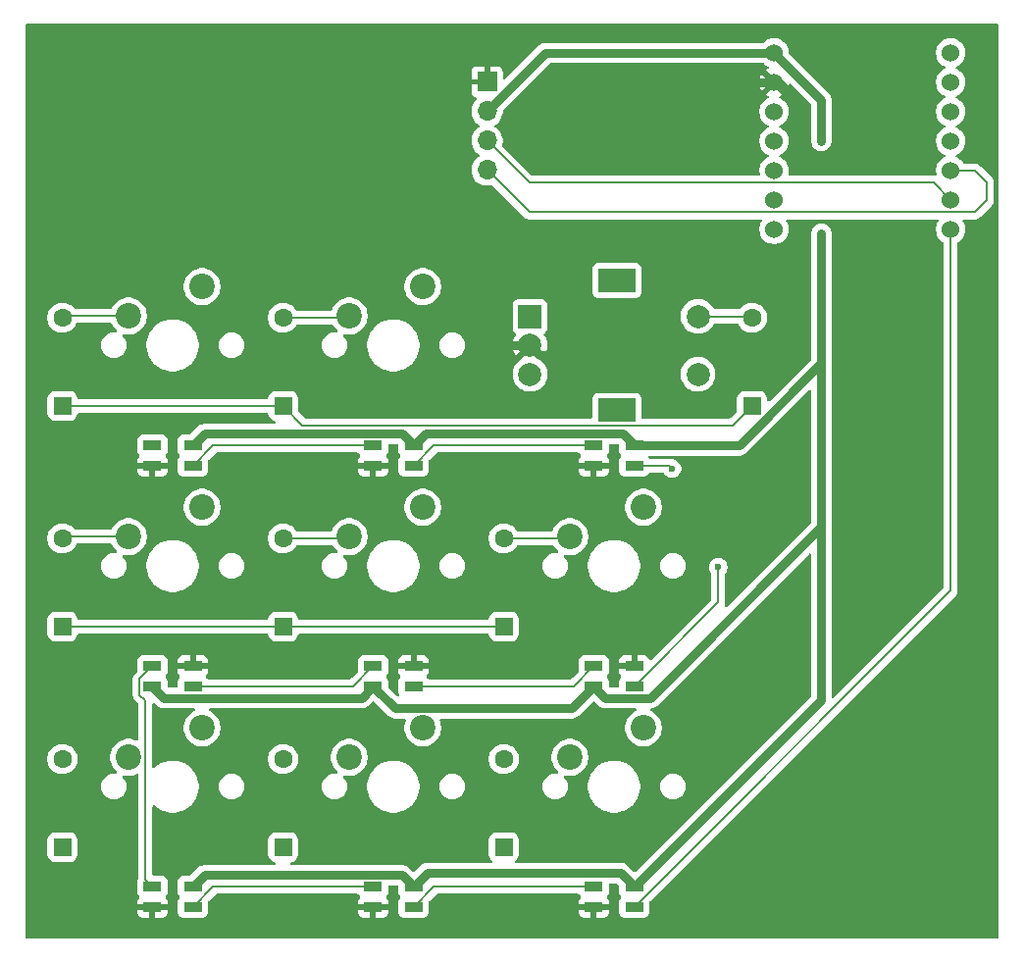
<source format=gbr>
%TF.GenerationSoftware,KiCad,Pcbnew,9.0.2*%
%TF.CreationDate,2025-06-30T15:24:12-07:00*%
%TF.ProjectId,hackpad,6861636b-7061-4642-9e6b-696361645f70,rev?*%
%TF.SameCoordinates,Original*%
%TF.FileFunction,Copper,L1,Top*%
%TF.FilePolarity,Positive*%
%FSLAX46Y46*%
G04 Gerber Fmt 4.6, Leading zero omitted, Abs format (unit mm)*
G04 Created by KiCad (PCBNEW 9.0.2) date 2025-06-30 15:24:12*
%MOMM*%
%LPD*%
G01*
G04 APERTURE LIST*
G04 Aperture macros list*
%AMRoundRect*
0 Rectangle with rounded corners*
0 $1 Rounding radius*
0 $2 $3 $4 $5 $6 $7 $8 $9 X,Y pos of 4 corners*
0 Add a 4 corners polygon primitive as box body*
4,1,4,$2,$3,$4,$5,$6,$7,$8,$9,$2,$3,0*
0 Add four circle primitives for the rounded corners*
1,1,$1+$1,$2,$3*
1,1,$1+$1,$4,$5*
1,1,$1+$1,$6,$7*
1,1,$1+$1,$8,$9*
0 Add four rect primitives between the rounded corners*
20,1,$1+$1,$2,$3,$4,$5,0*
20,1,$1+$1,$4,$5,$6,$7,0*
20,1,$1+$1,$6,$7,$8,$9,0*
20,1,$1+$1,$8,$9,$2,$3,0*%
G04 Aperture macros list end*
%TA.AperFunction,SMDPad,CuDef*%
%ADD10R,1.600000X0.850000*%
%TD*%
%TA.AperFunction,ComponentPad*%
%ADD11C,2.200000*%
%TD*%
%TA.AperFunction,ComponentPad*%
%ADD12R,1.700000X1.700000*%
%TD*%
%TA.AperFunction,ComponentPad*%
%ADD13O,1.700000X1.700000*%
%TD*%
%TA.AperFunction,ComponentPad*%
%ADD14R,2.000000X2.000000*%
%TD*%
%TA.AperFunction,ComponentPad*%
%ADD15C,2.000000*%
%TD*%
%TA.AperFunction,ComponentPad*%
%ADD16R,3.200000X2.000000*%
%TD*%
%TA.AperFunction,ComponentPad*%
%ADD17RoundRect,0.250000X0.550000X-0.550000X0.550000X0.550000X-0.550000X0.550000X-0.550000X-0.550000X0*%
%TD*%
%TA.AperFunction,ComponentPad*%
%ADD18C,1.600000*%
%TD*%
%TA.AperFunction,ComponentPad*%
%ADD19C,1.524000*%
%TD*%
%TA.AperFunction,ViaPad*%
%ADD20C,0.600000*%
%TD*%
%TA.AperFunction,Conductor*%
%ADD21C,0.200000*%
%TD*%
%TA.AperFunction,Conductor*%
%ADD22C,0.750000*%
%TD*%
G04 APERTURE END LIST*
D10*
%TO.P,LED7,1,DOUT*%
%TO.N,Net-(LED7-DOUT)*%
X112550000Y-103900000D03*
%TO.P,LED7,2,VSS*%
%TO.N,GND*%
X112550000Y-105650000D03*
%TO.P,LED7,3,DIN*%
%TO.N,Net-(LED6-DOUT)*%
X116050000Y-105650000D03*
%TO.P,LED7,4,VDD*%
%TO.N,+5V*%
X116050000Y-103900000D03*
%TD*%
%TO.P,LED2,1,DOUT*%
%TO.N,Net-(LED2-DOUT)*%
X93500000Y-142000000D03*
%TO.P,LED2,2,VSS*%
%TO.N,GND*%
X93500000Y-143750000D03*
%TO.P,LED2,3,DIN*%
%TO.N,Net-(LED1-DOUT)*%
X97000000Y-143750000D03*
%TO.P,LED2,4,VDD*%
%TO.N,+5V*%
X97000000Y-142000000D03*
%TD*%
D11*
%TO.P,SW8,1,1*%
%TO.N,Column 0*%
X78740000Y-90170000D03*
%TO.P,SW8,2,2*%
%TO.N,Net-(D8-A)*%
X72390000Y-92710000D03*
%TD*%
%TO.P,SW2,1,1*%
%TO.N,Column 0*%
X78740000Y-109220000D03*
%TO.P,SW2,2,2*%
%TO.N,Net-(D2-A)*%
X72390000Y-111760000D03*
%TD*%
D10*
%TO.P,LED3,1,DOUT*%
%TO.N,Net-(LED3-DOUT)*%
X74450000Y-142000000D03*
%TO.P,LED3,2,VSS*%
%TO.N,GND*%
X74450000Y-143750000D03*
%TO.P,LED3,3,DIN*%
%TO.N,Net-(LED2-DOUT)*%
X77950000Y-143750000D03*
%TO.P,LED3,4,VDD*%
%TO.N,+5V*%
X77950000Y-142000000D03*
%TD*%
D11*
%TO.P,SW4,1,1*%
%TO.N,Column 2*%
X116840000Y-109220000D03*
%TO.P,SW4,2,2*%
%TO.N,Net-(D4-A)*%
X110490000Y-111760000D03*
%TD*%
D10*
%TO.P,LED9,1,DOUT*%
%TO.N,unconnected-(LED9-DOUT-Pad1)*%
X74450000Y-103900000D03*
%TO.P,LED9,2,VSS*%
%TO.N,GND*%
X74450000Y-105650000D03*
%TO.P,LED9,3,DIN*%
%TO.N,Net-(LED8-DOUT)*%
X77950000Y-105650000D03*
%TO.P,LED9,4,VDD*%
%TO.N,+5V*%
X77950000Y-103900000D03*
%TD*%
D11*
%TO.P,SW5,1,1*%
%TO.N,Column 0*%
X78740000Y-128270000D03*
%TO.P,SW5,2,2*%
%TO.N,Net-(D5-A)*%
X72390000Y-130810000D03*
%TD*%
D10*
%TO.P,LED8,1,DOUT*%
%TO.N,Net-(LED8-DOUT)*%
X93500000Y-103900000D03*
%TO.P,LED8,2,VSS*%
%TO.N,GND*%
X93500000Y-105650000D03*
%TO.P,LED8,3,DIN*%
%TO.N,Net-(LED7-DOUT)*%
X97000000Y-105650000D03*
%TO.P,LED8,4,VDD*%
%TO.N,+5V*%
X97000000Y-103900000D03*
%TD*%
D11*
%TO.P,SW3,1,1*%
%TO.N,Column 1*%
X97790000Y-109220000D03*
%TO.P,SW3,2,2*%
%TO.N,Net-(D3-A)*%
X91440000Y-111760000D03*
%TD*%
%TO.P,SW6,1,1*%
%TO.N,Column 1*%
X97790000Y-128270000D03*
%TO.P,SW6,2,2*%
%TO.N,Net-(D6-A)*%
X91440000Y-130810000D03*
%TD*%
%TO.P,SW7,1,1*%
%TO.N,Column 2*%
X116840000Y-128270000D03*
%TO.P,SW7,2,2*%
%TO.N,Net-(D7-A)*%
X110490000Y-130810000D03*
%TD*%
D12*
%TO.P,J1,1,Pin_1*%
%TO.N,GND*%
X103340000Y-72505000D03*
D13*
%TO.P,J1,2,Pin_2*%
%TO.N,+5V*%
X103340000Y-75045000D03*
%TO.P,J1,3,Pin_3*%
%TO.N,SCL*%
X103340000Y-77585000D03*
%TO.P,J1,4,Pin_4*%
%TO.N,SDA*%
X103340000Y-80125000D03*
%TD*%
D10*
%TO.P,LED6,1,DOUT*%
%TO.N,Net-(LED6-DOUT)*%
X116050000Y-124700000D03*
%TO.P,LED6,2,VSS*%
%TO.N,GND*%
X116050000Y-122950000D03*
%TO.P,LED6,3,DIN*%
%TO.N,Net-(LED5-DOUT)*%
X112550000Y-122950000D03*
%TO.P,LED6,4,VDD*%
%TO.N,+5V*%
X112550000Y-124700000D03*
%TD*%
D14*
%TO.P,SW11,A,A*%
%TO.N,SW11A*%
X107050000Y-92750000D03*
D15*
%TO.P,SW11,B,B*%
%TO.N,SW11B*%
X107050000Y-97750000D03*
%TO.P,SW11,C,C*%
%TO.N,GND*%
X107050000Y-95250000D03*
D16*
%TO.P,SW11,MP*%
%TO.N,N/C*%
X114550000Y-89650000D03*
X114550000Y-100850000D03*
D15*
%TO.P,SW11,S1,S1*%
%TO.N,Column 2*%
X121550000Y-97750000D03*
%TO.P,SW11,S2,S2*%
%TO.N,SW11S2*%
X121550000Y-92750000D03*
%TD*%
D10*
%TO.P,LED1,1,DOUT*%
%TO.N,Net-(LED1-DOUT)*%
X112550000Y-142000000D03*
%TO.P,LED1,2,VSS*%
%TO.N,GND*%
X112550000Y-143750000D03*
%TO.P,LED1,3,DIN*%
%TO.N,LED*%
X116050000Y-143750000D03*
%TO.P,LED1,4,VDD*%
%TO.N,+5V*%
X116050000Y-142000000D03*
%TD*%
D11*
%TO.P,SW1,1,1*%
%TO.N,Column 1*%
X97790000Y-90170000D03*
%TO.P,SW1,2,2*%
%TO.N,Net-(D1-A)*%
X91440000Y-92710000D03*
%TD*%
D10*
%TO.P,LED4,1,DOUT*%
%TO.N,Net-(LED4-DOUT)*%
X77950000Y-124700000D03*
%TO.P,LED4,2,VSS*%
%TO.N,GND*%
X77950000Y-122950000D03*
%TO.P,LED4,3,DIN*%
%TO.N,Net-(LED3-DOUT)*%
X74450000Y-122950000D03*
%TO.P,LED4,4,VDD*%
%TO.N,+5V*%
X74450000Y-124700000D03*
%TD*%
%TO.P,LED5,1,DOUT*%
%TO.N,Net-(LED5-DOUT)*%
X97000000Y-124700000D03*
%TO.P,LED5,2,VSS*%
%TO.N,GND*%
X97000000Y-122950000D03*
%TO.P,LED5,3,DIN*%
%TO.N,Net-(LED4-DOUT)*%
X93500000Y-122950000D03*
%TO.P,LED5,4,VDD*%
%TO.N,+5V*%
X93500000Y-124700000D03*
%TD*%
D17*
%TO.P,D3,1,K*%
%TO.N,Row 1*%
X85725000Y-119538750D03*
D18*
%TO.P,D3,2,A*%
%TO.N,Net-(D3-A)*%
X85725000Y-111918750D03*
%TD*%
D19*
%TO.P,XIAO-RP2040 HERE1,1,GPIO26/ADC0/A0*%
%TO.N,Column 0*%
X143351250Y-70000000D03*
%TO.P,XIAO-RP2040 HERE1,2,GPIO27/ADC1/A1*%
%TO.N,Column 1*%
X143351250Y-72540000D03*
%TO.P,XIAO-RP2040 HERE1,3,GPIO28/ADC2/A2*%
%TO.N,Column 2*%
X143351250Y-75080000D03*
%TO.P,XIAO-RP2040 HERE1,4,GPIO29/ADC3/A3*%
%TO.N,Row 0*%
X143351250Y-77620000D03*
%TO.P,XIAO-RP2040 HERE1,5,GPIO6/SDA*%
%TO.N,SDA*%
X143351250Y-80160000D03*
%TO.P,XIAO-RP2040 HERE1,6,GPIO7/SCL*%
%TO.N,SCL*%
X143351250Y-82700000D03*
%TO.P,XIAO-RP2040 HERE1,7,GPIO0/TX*%
%TO.N,LED*%
X143351250Y-85240000D03*
%TO.P,XIAO-RP2040 HERE1,8,GPIO1/RX*%
%TO.N,Row 1*%
X128111250Y-85240000D03*
%TO.P,XIAO-RP2040 HERE1,9,GPIO2/SCK*%
%TO.N,Row 2*%
X128111250Y-82700000D03*
%TO.P,XIAO-RP2040 HERE1,10,GPIO4/MISO*%
%TO.N,SW11B*%
X128111250Y-80160000D03*
%TO.P,XIAO-RP2040 HERE1,11,GPIO3/MOSI*%
%TO.N,SW11A*%
X128111250Y-77620000D03*
%TO.P,XIAO-RP2040 HERE1,12,3V3*%
%TO.N,unconnected-(XIAO-RP2040 HERE1-3V3-Pad12)*%
X128111250Y-75080000D03*
%TO.P,XIAO-RP2040 HERE1,13,GND*%
%TO.N,GND*%
X128111250Y-72540000D03*
%TO.P,XIAO-RP2040 HERE1,14,VBUS*%
%TO.N,+5V*%
X128111250Y-70000000D03*
%TD*%
D17*
%TO.P,D6,1,K*%
%TO.N,Row 2*%
X85725000Y-138588750D03*
D18*
%TO.P,D6,2,A*%
%TO.N,Net-(D6-A)*%
X85725000Y-130968750D03*
%TD*%
D17*
%TO.P,D8,1,K*%
%TO.N,Row 0*%
X66675000Y-100488750D03*
D18*
%TO.P,D8,2,A*%
%TO.N,Net-(D8-A)*%
X66675000Y-92868750D03*
%TD*%
D17*
%TO.P,D2,1,K*%
%TO.N,Row 1*%
X66675000Y-119538750D03*
D18*
%TO.P,D2,2,A*%
%TO.N,Net-(D2-A)*%
X66675000Y-111918750D03*
%TD*%
D17*
%TO.P,D11,1,K*%
%TO.N,Row 0*%
X126206250Y-100488750D03*
D18*
%TO.P,D11,2,A*%
%TO.N,SW11S2*%
X126206250Y-92868750D03*
%TD*%
D17*
%TO.P,D7,1,K*%
%TO.N,Row 2*%
X104775000Y-138588750D03*
D18*
%TO.P,D7,2,A*%
%TO.N,Net-(D7-A)*%
X104775000Y-130968750D03*
%TD*%
D17*
%TO.P,D5,1,K*%
%TO.N,Row 2*%
X66675000Y-138588750D03*
D18*
%TO.P,D5,2,A*%
%TO.N,Net-(D5-A)*%
X66675000Y-130968750D03*
%TD*%
D17*
%TO.P,D4,1,K*%
%TO.N,Row 1*%
X104775000Y-119538750D03*
D18*
%TO.P,D4,2,A*%
%TO.N,Net-(D4-A)*%
X104775000Y-111918750D03*
%TD*%
D17*
%TO.P,D1,1,K*%
%TO.N,Row 0*%
X85725000Y-100488750D03*
D18*
%TO.P,D1,2,A*%
%TO.N,Net-(D1-A)*%
X85725000Y-92868750D03*
%TD*%
D20*
%TO.N,+5V*%
X132200000Y-77600000D03*
X132200000Y-85600000D03*
%TO.N,GND*%
X103700000Y-93700000D03*
X103300000Y-97600000D03*
X124100000Y-71800000D03*
X110000000Y-93300000D03*
X130500000Y-74500000D03*
X109800000Y-96100000D03*
X131500000Y-69900000D03*
X124700000Y-74500000D03*
%TO.N,Net-(LED6-DOUT)*%
X123300000Y-114400000D03*
X119300000Y-105900000D03*
%TD*%
D21*
%TO.N,Row 0*%
X66675000Y-100488750D02*
X85725000Y-100488750D01*
X124544000Y-102151000D02*
X126206250Y-100488750D01*
X87387250Y-102151000D02*
X124544000Y-102151000D01*
X85725000Y-100488750D02*
X87387250Y-102151000D01*
%TO.N,Net-(D1-A)*%
X85725000Y-92868750D02*
X91281250Y-92868750D01*
X91281250Y-92868750D02*
X91440000Y-92710000D01*
%TO.N,Net-(D2-A)*%
X66833750Y-111760000D02*
X66675000Y-111918750D01*
X72390000Y-111760000D02*
X66833750Y-111760000D01*
%TO.N,Net-(D3-A)*%
X91281250Y-111918750D02*
X91440000Y-111760000D01*
X85725000Y-111918750D02*
X91281250Y-111918750D01*
%TO.N,Row 1*%
X85725000Y-119538750D02*
X104775000Y-119538750D01*
X66675000Y-119538750D02*
X85725000Y-119538750D01*
%TO.N,Net-(D8-A)*%
X66833750Y-92710000D02*
X66675000Y-92868750D01*
X72390000Y-92710000D02*
X66833750Y-92710000D01*
%TO.N,SW11S2*%
X121550000Y-92750000D02*
X126087500Y-92750000D01*
X126087500Y-92750000D02*
X126206250Y-92868750D01*
%TO.N,LED*%
X116050000Y-143750000D02*
X143351250Y-116448750D01*
X143351250Y-116448750D02*
X143351250Y-85240000D01*
D22*
%TO.N,+5V*%
X125100000Y-103900000D02*
X132200000Y-96800000D01*
X132200000Y-77600000D02*
X132200000Y-74088750D01*
X77950000Y-142000000D02*
X78951000Y-140999000D01*
X117426000Y-125701000D02*
X132200000Y-110927000D01*
X74450000Y-124700000D02*
X75451000Y-125701000D01*
X115049000Y-102899000D02*
X116050000Y-103900000D01*
X132200000Y-125850000D02*
X132200000Y-85600000D01*
X97000000Y-103900000D02*
X98001000Y-102899000D01*
X78951000Y-102899000D02*
X95999000Y-102899000D01*
X116050000Y-142000000D02*
X132200000Y-125850000D01*
X112550000Y-124700000D02*
X113551000Y-125701000D01*
X110656000Y-126594000D02*
X112550000Y-124700000D01*
X132200000Y-96800000D02*
X132200000Y-85600000D01*
X114875000Y-140825000D02*
X116050000Y-142000000D01*
X95999000Y-102899000D02*
X97000000Y-103900000D01*
X77950000Y-103900000D02*
X78951000Y-102899000D01*
X116050000Y-103900000D02*
X125100000Y-103900000D01*
X97000000Y-142000000D02*
X98175000Y-140825000D01*
X113551000Y-125701000D02*
X117426000Y-125701000D01*
X132200000Y-110927000D02*
X132200000Y-85600000D01*
X128111250Y-70000000D02*
X108385000Y-70000000D01*
X95999000Y-140999000D02*
X97000000Y-142000000D01*
X108385000Y-70000000D02*
X103340000Y-75045000D01*
X98175000Y-140825000D02*
X114875000Y-140825000D01*
X98001000Y-102899000D02*
X115049000Y-102899000D01*
X75451000Y-125701000D02*
X92499000Y-125701000D01*
X93500000Y-124700000D02*
X95394000Y-126594000D01*
X78951000Y-140999000D02*
X95999000Y-140999000D01*
X132200000Y-74088750D02*
X128111250Y-70000000D01*
X92499000Y-125701000D02*
X93500000Y-124700000D01*
X95394000Y-126594000D02*
X110656000Y-126594000D01*
%TO.N,GND*%
X126660000Y-72540000D02*
X124700000Y-74500000D01*
X105250000Y-95250000D02*
X107050000Y-95250000D01*
X128111250Y-72540000D02*
X128540000Y-72540000D01*
X109800000Y-96100000D02*
X107900000Y-96100000D01*
X103700000Y-93700000D02*
X105250000Y-95250000D01*
X107900000Y-96100000D02*
X107050000Y-95250000D01*
X128540000Y-72540000D02*
X130500000Y-74500000D01*
X128111250Y-72540000D02*
X126660000Y-72540000D01*
D21*
%TO.N,Net-(D4-A)*%
X110331250Y-111918750D02*
X110490000Y-111760000D01*
X104775000Y-111918750D02*
X110331250Y-111918750D01*
%TO.N,Net-(LED1-DOUT)*%
X98750000Y-142000000D02*
X97000000Y-143750000D01*
X112550000Y-142000000D02*
X98750000Y-142000000D01*
%TO.N,Net-(LED2-DOUT)*%
X93500000Y-142000000D02*
X79700000Y-142000000D01*
X79700000Y-142000000D02*
X77950000Y-143750000D01*
%TO.N,Net-(LED3-DOUT)*%
X73349000Y-124051000D02*
X74450000Y-122950000D01*
X74450000Y-142000000D02*
X73849000Y-141399000D01*
X73849000Y-141399000D02*
X73849000Y-125926000D01*
X73849000Y-125926000D02*
X73349000Y-125426000D01*
X73349000Y-125426000D02*
X73349000Y-124051000D01*
%TO.N,Net-(LED4-DOUT)*%
X91750000Y-124700000D02*
X93500000Y-122950000D01*
X77950000Y-124700000D02*
X91750000Y-124700000D01*
%TO.N,Net-(LED5-DOUT)*%
X97000000Y-124700000D02*
X110800000Y-124700000D01*
X110800000Y-124700000D02*
X112550000Y-122950000D01*
%TO.N,Net-(LED6-DOUT)*%
X119050000Y-105650000D02*
X116050000Y-105650000D01*
X119300000Y-105900000D02*
X119050000Y-105650000D01*
X116050000Y-124700000D02*
X123300000Y-117450000D01*
X123300000Y-117450000D02*
X123300000Y-114400000D01*
%TO.N,Net-(LED7-DOUT)*%
X98750000Y-103900000D02*
X97000000Y-105650000D01*
X112550000Y-103900000D02*
X98750000Y-103900000D01*
%TO.N,Net-(LED8-DOUT)*%
X93500000Y-103900000D02*
X79700000Y-103900000D01*
X79700000Y-103900000D02*
X77950000Y-105650000D01*
%TO.N,SDA*%
X106978000Y-83763000D02*
X145437000Y-83763000D01*
X146500000Y-81200000D02*
X145460000Y-80160000D01*
X103340000Y-80125000D02*
X106978000Y-83763000D01*
X146500000Y-82700000D02*
X146500000Y-81200000D01*
X145460000Y-80160000D02*
X143351250Y-80160000D01*
X145437000Y-83763000D02*
X146500000Y-82700000D01*
%TO.N,SCL*%
X106978000Y-81223000D02*
X141874250Y-81223000D01*
X103340000Y-77585000D02*
X106978000Y-81223000D01*
X141874250Y-81223000D02*
X143351250Y-82700000D01*
%TD*%
%TA.AperFunction,Conductor*%
%TO.N,GND*%
G36*
X127216982Y-70895185D02*
G01*
X127237624Y-70911819D01*
X127288786Y-70962981D01*
X127449556Y-71079787D01*
X127606582Y-71159796D01*
X127657377Y-71207769D01*
X127674172Y-71275590D01*
X127651635Y-71341725D01*
X127606582Y-71380764D01*
X127449816Y-71460641D01*
X127412533Y-71487729D01*
X127412532Y-71487730D01*
X128027155Y-72102352D01*
X127939679Y-72125792D01*
X127838320Y-72184311D01*
X127755561Y-72267070D01*
X127697042Y-72368429D01*
X127673602Y-72455905D01*
X127058980Y-71841282D01*
X127058979Y-71841283D01*
X127031893Y-71878564D01*
X126941707Y-72055562D01*
X126880325Y-72244476D01*
X126880325Y-72244479D01*
X126849250Y-72440678D01*
X126849250Y-72639321D01*
X126880325Y-72835520D01*
X126880325Y-72835523D01*
X126941707Y-73024437D01*
X127031891Y-73201432D01*
X127058980Y-73238715D01*
X127058981Y-73238716D01*
X127673602Y-72624094D01*
X127697042Y-72711571D01*
X127755561Y-72812930D01*
X127838320Y-72895689D01*
X127939679Y-72954208D01*
X128027155Y-72977647D01*
X127412533Y-73592268D01*
X127412533Y-73592269D01*
X127449817Y-73619358D01*
X127606581Y-73699234D01*
X127657377Y-73747209D01*
X127674172Y-73815030D01*
X127651634Y-73881165D01*
X127606581Y-73920204D01*
X127449555Y-74000213D01*
X127288783Y-74117021D01*
X127148271Y-74257533D01*
X127031463Y-74418305D01*
X126941244Y-74595367D01*
X126941243Y-74595370D01*
X126879837Y-74784362D01*
X126848750Y-74980639D01*
X126848750Y-75179360D01*
X126879837Y-75375637D01*
X126941243Y-75564629D01*
X126941244Y-75564632D01*
X127031463Y-75741694D01*
X127148269Y-75902464D01*
X127288786Y-76042981D01*
X127449556Y-76159787D01*
X127537341Y-76204516D01*
X127606030Y-76239515D01*
X127656826Y-76287490D01*
X127673621Y-76355311D01*
X127651083Y-76421446D01*
X127606030Y-76460485D01*
X127449555Y-76540213D01*
X127288783Y-76657021D01*
X127148271Y-76797533D01*
X127031463Y-76958305D01*
X126941244Y-77135367D01*
X126941243Y-77135370D01*
X126879837Y-77324362D01*
X126848750Y-77520639D01*
X126848750Y-77719360D01*
X126879837Y-77915637D01*
X126941243Y-78104629D01*
X126941244Y-78104632D01*
X126968489Y-78158102D01*
X127031463Y-78281694D01*
X127148269Y-78442464D01*
X127288786Y-78582981D01*
X127449556Y-78699787D01*
X127537341Y-78744516D01*
X127606030Y-78779515D01*
X127656826Y-78827490D01*
X127673621Y-78895311D01*
X127651083Y-78961446D01*
X127606030Y-79000485D01*
X127449555Y-79080213D01*
X127288783Y-79197021D01*
X127148271Y-79337533D01*
X127031463Y-79498305D01*
X126941244Y-79675367D01*
X126941243Y-79675370D01*
X126879837Y-79864362D01*
X126848750Y-80060639D01*
X126848750Y-80259360D01*
X126879836Y-80455636D01*
X126881313Y-80460179D01*
X126883310Y-80530020D01*
X126847231Y-80589854D01*
X126784531Y-80620683D01*
X126763383Y-80622500D01*
X107278097Y-80622500D01*
X107211058Y-80602815D01*
X107190416Y-80586181D01*
X104673757Y-78069522D01*
X104640272Y-78008199D01*
X104643507Y-77943523D01*
X104657246Y-77901243D01*
X104690500Y-77691287D01*
X104690500Y-77478713D01*
X104657246Y-77268757D01*
X104591557Y-77066588D01*
X104495051Y-76877184D01*
X104495049Y-76877181D01*
X104495048Y-76877179D01*
X104370109Y-76705213D01*
X104219786Y-76554890D01*
X104047820Y-76429951D01*
X104047115Y-76429591D01*
X104039054Y-76425485D01*
X103988259Y-76377512D01*
X103971463Y-76309692D01*
X103993999Y-76243556D01*
X104039054Y-76204515D01*
X104047816Y-76200051D01*
X104103235Y-76159787D01*
X104219786Y-76075109D01*
X104219788Y-76075106D01*
X104219792Y-76075104D01*
X104370104Y-75924792D01*
X104370106Y-75924788D01*
X104370109Y-75924786D01*
X104495048Y-75752820D01*
X104495047Y-75752820D01*
X104495051Y-75752816D01*
X104591557Y-75563412D01*
X104657246Y-75361243D01*
X104690500Y-75151287D01*
X104690500Y-74984005D01*
X104710185Y-74916966D01*
X104726819Y-74896324D01*
X107275019Y-72348125D01*
X108711325Y-70911819D01*
X108772648Y-70878334D01*
X108799006Y-70875500D01*
X127149943Y-70875500D01*
X127216982Y-70895185D01*
G37*
%TD.AperFunction*%
%TA.AperFunction,Conductor*%
G36*
X147442539Y-67520185D02*
G01*
X147488294Y-67572989D01*
X147499500Y-67624500D01*
X147499500Y-146375500D01*
X147479815Y-146442539D01*
X147427011Y-146488294D01*
X147375500Y-146499500D01*
X63624500Y-146499500D01*
X63557461Y-146479815D01*
X63511706Y-146427011D01*
X63500500Y-146375500D01*
X63500500Y-144222844D01*
X73150000Y-144222844D01*
X73156401Y-144282372D01*
X73156403Y-144282379D01*
X73206645Y-144417086D01*
X73206649Y-144417093D01*
X73292809Y-144532187D01*
X73292812Y-144532190D01*
X73407906Y-144618350D01*
X73407913Y-144618354D01*
X73542620Y-144668596D01*
X73542627Y-144668598D01*
X73602155Y-144674999D01*
X73602172Y-144675000D01*
X74200000Y-144675000D01*
X74700000Y-144675000D01*
X75297828Y-144675000D01*
X75297844Y-144674999D01*
X75357372Y-144668598D01*
X75357379Y-144668596D01*
X75492086Y-144618354D01*
X75492093Y-144618350D01*
X75607187Y-144532190D01*
X75607190Y-144532187D01*
X75693350Y-144417093D01*
X75693354Y-144417086D01*
X75743596Y-144282379D01*
X75743598Y-144282372D01*
X75749999Y-144222844D01*
X75750000Y-144222827D01*
X75750000Y-144000000D01*
X74700000Y-144000000D01*
X74700000Y-144675000D01*
X74200000Y-144675000D01*
X74200000Y-144000000D01*
X73150000Y-144000000D01*
X73150000Y-144222844D01*
X63500500Y-144222844D01*
X63500500Y-137988733D01*
X65374500Y-137988733D01*
X65374500Y-139188751D01*
X65374501Y-139188768D01*
X65385000Y-139291546D01*
X65385001Y-139291549D01*
X65440185Y-139458081D01*
X65440186Y-139458084D01*
X65532288Y-139607406D01*
X65656344Y-139731462D01*
X65805666Y-139823564D01*
X65972203Y-139878749D01*
X66074991Y-139889250D01*
X67275008Y-139889249D01*
X67377797Y-139878749D01*
X67544334Y-139823564D01*
X67693656Y-139731462D01*
X67817712Y-139607406D01*
X67909814Y-139458084D01*
X67964999Y-139291547D01*
X67975500Y-139188759D01*
X67975499Y-137988742D01*
X67964999Y-137885953D01*
X67909814Y-137719416D01*
X67817712Y-137570094D01*
X67693656Y-137446038D01*
X67544334Y-137353936D01*
X67377797Y-137298751D01*
X67377795Y-137298750D01*
X67275010Y-137288250D01*
X66074998Y-137288250D01*
X66074981Y-137288251D01*
X65972203Y-137298750D01*
X65972200Y-137298751D01*
X65805668Y-137353935D01*
X65805663Y-137353937D01*
X65656342Y-137446039D01*
X65532289Y-137570092D01*
X65440187Y-137719413D01*
X65440186Y-137719416D01*
X65385001Y-137885953D01*
X65385001Y-137885954D01*
X65385000Y-137885954D01*
X65374500Y-137988733D01*
X63500500Y-137988733D01*
X63500500Y-130866398D01*
X65374500Y-130866398D01*
X65374500Y-131071101D01*
X65406522Y-131273284D01*
X65469781Y-131467973D01*
X65533691Y-131593403D01*
X65561941Y-131648845D01*
X65562715Y-131650363D01*
X65683028Y-131815963D01*
X65827786Y-131960721D01*
X65924241Y-132030798D01*
X65993390Y-132081037D01*
X66109607Y-132140253D01*
X66175776Y-132173968D01*
X66175778Y-132173968D01*
X66175781Y-132173970D01*
X66280137Y-132207877D01*
X66370465Y-132237227D01*
X66447953Y-132249500D01*
X66572648Y-132269250D01*
X66572649Y-132269250D01*
X66777351Y-132269250D01*
X66777352Y-132269250D01*
X66979534Y-132237227D01*
X67174219Y-132173970D01*
X67356610Y-132081037D01*
X67449590Y-132013482D01*
X67522213Y-131960721D01*
X67522215Y-131960718D01*
X67522219Y-131960716D01*
X67666966Y-131815969D01*
X67666968Y-131815965D01*
X67666971Y-131815963D01*
X67746768Y-131706130D01*
X67787287Y-131650360D01*
X67880220Y-131467969D01*
X67943477Y-131273284D01*
X67975500Y-131071102D01*
X67975500Y-130866398D01*
X67943477Y-130664216D01*
X67880220Y-130469531D01*
X67880218Y-130469528D01*
X67880218Y-130469526D01*
X67846503Y-130403357D01*
X67787287Y-130287140D01*
X67779556Y-130276499D01*
X67666971Y-130121536D01*
X67522213Y-129976778D01*
X67356613Y-129856465D01*
X67356612Y-129856464D01*
X67356610Y-129856463D01*
X67299653Y-129827441D01*
X67174223Y-129763531D01*
X66979534Y-129700272D01*
X66804995Y-129672628D01*
X66777352Y-129668250D01*
X66572648Y-129668250D01*
X66548329Y-129672101D01*
X66370465Y-129700272D01*
X66175776Y-129763531D01*
X65993386Y-129856465D01*
X65827786Y-129976778D01*
X65683028Y-130121536D01*
X65562715Y-130287136D01*
X65469781Y-130469526D01*
X65406522Y-130664215D01*
X65374500Y-130866398D01*
X63500500Y-130866398D01*
X63500500Y-118938733D01*
X65374500Y-118938733D01*
X65374500Y-120138751D01*
X65374501Y-120138768D01*
X65385000Y-120241546D01*
X65385001Y-120241549D01*
X65440185Y-120408081D01*
X65440186Y-120408084D01*
X65532288Y-120557406D01*
X65656344Y-120681462D01*
X65805666Y-120773564D01*
X65972203Y-120828749D01*
X66074991Y-120839250D01*
X67275008Y-120839249D01*
X67377797Y-120828749D01*
X67544334Y-120773564D01*
X67693656Y-120681462D01*
X67817712Y-120557406D01*
X67909814Y-120408084D01*
X67964999Y-120241547D01*
X67965000Y-120241542D01*
X67965912Y-120237283D01*
X67999199Y-120175852D01*
X68060414Y-120142169D01*
X68087163Y-120139250D01*
X84312837Y-120139250D01*
X84379876Y-120158935D01*
X84425631Y-120211739D01*
X84434089Y-120237291D01*
X84434999Y-120241542D01*
X84490185Y-120408081D01*
X84490186Y-120408084D01*
X84582288Y-120557406D01*
X84706344Y-120681462D01*
X84855666Y-120773564D01*
X85022203Y-120828749D01*
X85124991Y-120839250D01*
X86325008Y-120839249D01*
X86427797Y-120828749D01*
X86594334Y-120773564D01*
X86743656Y-120681462D01*
X86867712Y-120557406D01*
X86959814Y-120408084D01*
X87014999Y-120241547D01*
X87015000Y-120241542D01*
X87015912Y-120237283D01*
X87049199Y-120175852D01*
X87110414Y-120142169D01*
X87137163Y-120139250D01*
X103362837Y-120139250D01*
X103429876Y-120158935D01*
X103475631Y-120211739D01*
X103484089Y-120237291D01*
X103484999Y-120241542D01*
X103540185Y-120408081D01*
X103540186Y-120408084D01*
X103632288Y-120557406D01*
X103756344Y-120681462D01*
X103905666Y-120773564D01*
X104072203Y-120828749D01*
X104174991Y-120839250D01*
X105375008Y-120839249D01*
X105477797Y-120828749D01*
X105644334Y-120773564D01*
X105793656Y-120681462D01*
X105917712Y-120557406D01*
X106009814Y-120408084D01*
X106064999Y-120241547D01*
X106075500Y-120138759D01*
X106075499Y-118938742D01*
X106064999Y-118835953D01*
X106009814Y-118669416D01*
X105917712Y-118520094D01*
X105793656Y-118396038D01*
X105644334Y-118303936D01*
X105477797Y-118248751D01*
X105477795Y-118248750D01*
X105375010Y-118238250D01*
X104174998Y-118238250D01*
X104174981Y-118238251D01*
X104072203Y-118248750D01*
X104072200Y-118248751D01*
X103905668Y-118303935D01*
X103905663Y-118303937D01*
X103756342Y-118396039D01*
X103632289Y-118520092D01*
X103540187Y-118669413D01*
X103540185Y-118669418D01*
X103485000Y-118835954D01*
X103484088Y-118840217D01*
X103450801Y-118901648D01*
X103389586Y-118935331D01*
X103362837Y-118938250D01*
X87137163Y-118938250D01*
X87070124Y-118918565D01*
X87024369Y-118865761D01*
X87015911Y-118840209D01*
X87015000Y-118835957D01*
X87014998Y-118835950D01*
X86959814Y-118669416D01*
X86867712Y-118520094D01*
X86743656Y-118396038D01*
X86594334Y-118303936D01*
X86427797Y-118248751D01*
X86427795Y-118248750D01*
X86325010Y-118238250D01*
X85124998Y-118238250D01*
X85124981Y-118238251D01*
X85022203Y-118248750D01*
X85022200Y-118248751D01*
X84855668Y-118303935D01*
X84855663Y-118303937D01*
X84706342Y-118396039D01*
X84582289Y-118520092D01*
X84490187Y-118669413D01*
X84490185Y-118669418D01*
X84435000Y-118835954D01*
X84434088Y-118840217D01*
X84400801Y-118901648D01*
X84339586Y-118935331D01*
X84312837Y-118938250D01*
X68087163Y-118938250D01*
X68020124Y-118918565D01*
X67974369Y-118865761D01*
X67965911Y-118840209D01*
X67965000Y-118835957D01*
X67964998Y-118835950D01*
X67909814Y-118669416D01*
X67817712Y-118520094D01*
X67693656Y-118396038D01*
X67544334Y-118303936D01*
X67377797Y-118248751D01*
X67377795Y-118248750D01*
X67275010Y-118238250D01*
X66074998Y-118238250D01*
X66074981Y-118238251D01*
X65972203Y-118248750D01*
X65972200Y-118248751D01*
X65805668Y-118303935D01*
X65805663Y-118303937D01*
X65656342Y-118396039D01*
X65532289Y-118520092D01*
X65440187Y-118669413D01*
X65440186Y-118669416D01*
X65385001Y-118835953D01*
X65385001Y-118835954D01*
X65385000Y-118835954D01*
X65374500Y-118938733D01*
X63500500Y-118938733D01*
X63500500Y-111816398D01*
X65374500Y-111816398D01*
X65374500Y-112021101D01*
X65406522Y-112223284D01*
X65469781Y-112417973D01*
X65521385Y-112519250D01*
X65561941Y-112598845D01*
X65562715Y-112600363D01*
X65683028Y-112765963D01*
X65827786Y-112910721D01*
X65924241Y-112980798D01*
X65993390Y-113031037D01*
X66109607Y-113090253D01*
X66175776Y-113123968D01*
X66175778Y-113123968D01*
X66175781Y-113123970D01*
X66280137Y-113157877D01*
X66370465Y-113187227D01*
X66447953Y-113199500D01*
X66572648Y-113219250D01*
X66572649Y-113219250D01*
X66777351Y-113219250D01*
X66777352Y-113219250D01*
X66979534Y-113187227D01*
X67174219Y-113123970D01*
X67356610Y-113031037D01*
X67449590Y-112963482D01*
X67522213Y-112910721D01*
X67522215Y-112910718D01*
X67522219Y-112910716D01*
X67666966Y-112765969D01*
X67666968Y-112765965D01*
X67666971Y-112765963D01*
X67784382Y-112604358D01*
X67787287Y-112600360D01*
X67852407Y-112472553D01*
X67875005Y-112428205D01*
X67922980Y-112377409D01*
X67985490Y-112360500D01*
X70823700Y-112360500D01*
X70890739Y-112380185D01*
X70934184Y-112428204D01*
X71015072Y-112586956D01*
X71021132Y-112598848D01*
X71169201Y-112802649D01*
X71169205Y-112802654D01*
X71169207Y-112802656D01*
X71347344Y-112980793D01*
X71347345Y-112980794D01*
X71347344Y-112980794D01*
X71353661Y-112985383D01*
X71396327Y-113040714D01*
X71402305Y-113110327D01*
X71369699Y-113172122D01*
X71308860Y-113206479D01*
X71261378Y-113208174D01*
X71206611Y-113199500D01*
X71033389Y-113199500D01*
X70993728Y-113205781D01*
X70862302Y-113226597D01*
X70697552Y-113280128D01*
X70543211Y-113358768D01*
X70486289Y-113400125D01*
X70403072Y-113460586D01*
X70403070Y-113460588D01*
X70403069Y-113460588D01*
X70280588Y-113583069D01*
X70280588Y-113583070D01*
X70280586Y-113583072D01*
X70246301Y-113630261D01*
X70178768Y-113723211D01*
X70100128Y-113877552D01*
X70046597Y-114042302D01*
X70019500Y-114213389D01*
X70019500Y-114386610D01*
X70034108Y-114478846D01*
X70046598Y-114557701D01*
X70100127Y-114722445D01*
X70178768Y-114876788D01*
X70280586Y-115016928D01*
X70403072Y-115139414D01*
X70543212Y-115241232D01*
X70697555Y-115319873D01*
X70862299Y-115373402D01*
X71033389Y-115400500D01*
X71033390Y-115400500D01*
X71206610Y-115400500D01*
X71206611Y-115400500D01*
X71377701Y-115373402D01*
X71542445Y-115319873D01*
X71696788Y-115241232D01*
X71836928Y-115139414D01*
X71959414Y-115016928D01*
X72061232Y-114876788D01*
X72139873Y-114722445D01*
X72193402Y-114557701D01*
X72220500Y-114386611D01*
X72220500Y-114213389D01*
X72210854Y-114152486D01*
X73949500Y-114152486D01*
X73949500Y-114447513D01*
X73973985Y-114633489D01*
X73988007Y-114739993D01*
X74062212Y-115016930D01*
X74064361Y-115024951D01*
X74064364Y-115024961D01*
X74177254Y-115297500D01*
X74177258Y-115297510D01*
X74324761Y-115552993D01*
X74504352Y-115787040D01*
X74504358Y-115787047D01*
X74712952Y-115995641D01*
X74712959Y-115995647D01*
X74947006Y-116175238D01*
X75202489Y-116322741D01*
X75202490Y-116322741D01*
X75202493Y-116322743D01*
X75475048Y-116435639D01*
X75760007Y-116511993D01*
X76052494Y-116550500D01*
X76052501Y-116550500D01*
X76347499Y-116550500D01*
X76347506Y-116550500D01*
X76639993Y-116511993D01*
X76924952Y-116435639D01*
X77197507Y-116322743D01*
X77452994Y-116175238D01*
X77687042Y-115995646D01*
X77895646Y-115787042D01*
X78075238Y-115552994D01*
X78222743Y-115297507D01*
X78335639Y-115024952D01*
X78411993Y-114739993D01*
X78450500Y-114447506D01*
X78450500Y-114213389D01*
X80179500Y-114213389D01*
X80179500Y-114386610D01*
X80194108Y-114478846D01*
X80206598Y-114557701D01*
X80260127Y-114722445D01*
X80338768Y-114876788D01*
X80440586Y-115016928D01*
X80563072Y-115139414D01*
X80703212Y-115241232D01*
X80857555Y-115319873D01*
X81022299Y-115373402D01*
X81193389Y-115400500D01*
X81193390Y-115400500D01*
X81366610Y-115400500D01*
X81366611Y-115400500D01*
X81537701Y-115373402D01*
X81702445Y-115319873D01*
X81856788Y-115241232D01*
X81996928Y-115139414D01*
X82119414Y-115016928D01*
X82221232Y-114876788D01*
X82299873Y-114722445D01*
X82353402Y-114557701D01*
X82380500Y-114386611D01*
X82380500Y-114213389D01*
X82353402Y-114042299D01*
X82299873Y-113877555D01*
X82221232Y-113723212D01*
X82119414Y-113583072D01*
X81996928Y-113460586D01*
X81856788Y-113358768D01*
X81702445Y-113280127D01*
X81537701Y-113226598D01*
X81537699Y-113226597D01*
X81537698Y-113226597D01*
X81406271Y-113205781D01*
X81366611Y-113199500D01*
X81193389Y-113199500D01*
X81153728Y-113205781D01*
X81022302Y-113226597D01*
X80857552Y-113280128D01*
X80703211Y-113358768D01*
X80646289Y-113400125D01*
X80563072Y-113460586D01*
X80563070Y-113460588D01*
X80563069Y-113460588D01*
X80440588Y-113583069D01*
X80440588Y-113583070D01*
X80440586Y-113583072D01*
X80406301Y-113630261D01*
X80338768Y-113723211D01*
X80260128Y-113877552D01*
X80206597Y-114042302D01*
X80179500Y-114213389D01*
X78450500Y-114213389D01*
X78450500Y-114152494D01*
X78411993Y-113860007D01*
X78335639Y-113575048D01*
X78222743Y-113302493D01*
X78201498Y-113265696D01*
X78075238Y-113047006D01*
X77895647Y-112812959D01*
X77895641Y-112812952D01*
X77687047Y-112604358D01*
X77687040Y-112604352D01*
X77452993Y-112424761D01*
X77197510Y-112277258D01*
X77197500Y-112277254D01*
X76924961Y-112164364D01*
X76924954Y-112164362D01*
X76924952Y-112164361D01*
X76639993Y-112088007D01*
X76591113Y-112081571D01*
X76347513Y-112049500D01*
X76347506Y-112049500D01*
X76052494Y-112049500D01*
X76052486Y-112049500D01*
X75774085Y-112086153D01*
X75760007Y-112088007D01*
X75585428Y-112134785D01*
X75475048Y-112164361D01*
X75475038Y-112164364D01*
X75202499Y-112277254D01*
X75202489Y-112277258D01*
X74947006Y-112424761D01*
X74712959Y-112604352D01*
X74712952Y-112604358D01*
X74504358Y-112812952D01*
X74504352Y-112812959D01*
X74324761Y-113047006D01*
X74177258Y-113302489D01*
X74177254Y-113302499D01*
X74064364Y-113575038D01*
X74064361Y-113575048D01*
X74009924Y-113778213D01*
X73988008Y-113860004D01*
X73988006Y-113860015D01*
X73949500Y-114152486D01*
X72210854Y-114152486D01*
X72193402Y-114042299D01*
X72139873Y-113877555D01*
X72061232Y-113723212D01*
X71959414Y-113583072D01*
X71907482Y-113531140D01*
X71873997Y-113469817D01*
X71878981Y-113400125D01*
X71920853Y-113344192D01*
X71986317Y-113319775D01*
X72014561Y-113320986D01*
X72015212Y-113321089D01*
X72015215Y-113321090D01*
X72264038Y-113360500D01*
X72264039Y-113360500D01*
X72515961Y-113360500D01*
X72515962Y-113360500D01*
X72764785Y-113321090D01*
X73004379Y-113243241D01*
X73228845Y-113128870D01*
X73432656Y-112980793D01*
X73610793Y-112802656D01*
X73758870Y-112598845D01*
X73873241Y-112374379D01*
X73951090Y-112134785D01*
X73990500Y-111885962D01*
X73990500Y-111816398D01*
X84424500Y-111816398D01*
X84424500Y-112021101D01*
X84456522Y-112223284D01*
X84519781Y-112417973D01*
X84571385Y-112519250D01*
X84611941Y-112598845D01*
X84612715Y-112600363D01*
X84733028Y-112765963D01*
X84877786Y-112910721D01*
X84974241Y-112980798D01*
X85043390Y-113031037D01*
X85159607Y-113090253D01*
X85225776Y-113123968D01*
X85225778Y-113123968D01*
X85225781Y-113123970D01*
X85330137Y-113157877D01*
X85420465Y-113187227D01*
X85497953Y-113199500D01*
X85622648Y-113219250D01*
X85622649Y-113219250D01*
X85827351Y-113219250D01*
X85827352Y-113219250D01*
X86029534Y-113187227D01*
X86224219Y-113123970D01*
X86406610Y-113031037D01*
X86499590Y-112963482D01*
X86572213Y-112910721D01*
X86572215Y-112910718D01*
X86572219Y-112910716D01*
X86716966Y-112765969D01*
X86716968Y-112765965D01*
X86716971Y-112765963D01*
X86837284Y-112600364D01*
X86837285Y-112600363D01*
X86837287Y-112600360D01*
X86844117Y-112586954D01*
X86892091Y-112536159D01*
X86954602Y-112519250D01*
X89954587Y-112519250D01*
X90021626Y-112538935D01*
X90065072Y-112586956D01*
X90071130Y-112598846D01*
X90219201Y-112802649D01*
X90219205Y-112802654D01*
X90219207Y-112802656D01*
X90397344Y-112980793D01*
X90397345Y-112980794D01*
X90397344Y-112980794D01*
X90403661Y-112985383D01*
X90446327Y-113040714D01*
X90452305Y-113110327D01*
X90419699Y-113172122D01*
X90358860Y-113206479D01*
X90311378Y-113208174D01*
X90256611Y-113199500D01*
X90083389Y-113199500D01*
X90043728Y-113205781D01*
X89912302Y-113226597D01*
X89747552Y-113280128D01*
X89593211Y-113358768D01*
X89536289Y-113400125D01*
X89453072Y-113460586D01*
X89453070Y-113460588D01*
X89453069Y-113460588D01*
X89330588Y-113583069D01*
X89330588Y-113583070D01*
X89330586Y-113583072D01*
X89296301Y-113630261D01*
X89228768Y-113723211D01*
X89150128Y-113877552D01*
X89096597Y-114042302D01*
X89069500Y-114213389D01*
X89069500Y-114386610D01*
X89084108Y-114478846D01*
X89096598Y-114557701D01*
X89150127Y-114722445D01*
X89228768Y-114876788D01*
X89330586Y-115016928D01*
X89453072Y-115139414D01*
X89593212Y-115241232D01*
X89747555Y-115319873D01*
X89912299Y-115373402D01*
X90083389Y-115400500D01*
X90083390Y-115400500D01*
X90256610Y-115400500D01*
X90256611Y-115400500D01*
X90427701Y-115373402D01*
X90592445Y-115319873D01*
X90746788Y-115241232D01*
X90886928Y-115139414D01*
X91009414Y-115016928D01*
X91111232Y-114876788D01*
X91189873Y-114722445D01*
X91243402Y-114557701D01*
X91270500Y-114386611D01*
X91270500Y-114213389D01*
X91260854Y-114152486D01*
X92999500Y-114152486D01*
X92999500Y-114447513D01*
X93023985Y-114633489D01*
X93038007Y-114739993D01*
X93112212Y-115016930D01*
X93114361Y-115024951D01*
X93114364Y-115024961D01*
X93227254Y-115297500D01*
X93227258Y-115297510D01*
X93374761Y-115552993D01*
X93554352Y-115787040D01*
X93554358Y-115787047D01*
X93762952Y-115995641D01*
X93762959Y-115995647D01*
X93997006Y-116175238D01*
X94252489Y-116322741D01*
X94252490Y-116322741D01*
X94252493Y-116322743D01*
X94525048Y-116435639D01*
X94810007Y-116511993D01*
X95102494Y-116550500D01*
X95102501Y-116550500D01*
X95397499Y-116550500D01*
X95397506Y-116550500D01*
X95689993Y-116511993D01*
X95974952Y-116435639D01*
X96247507Y-116322743D01*
X96502994Y-116175238D01*
X96737042Y-115995646D01*
X96945646Y-115787042D01*
X97125238Y-115552994D01*
X97272743Y-115297507D01*
X97385639Y-115024952D01*
X97461993Y-114739993D01*
X97500500Y-114447506D01*
X97500500Y-114213389D01*
X99229500Y-114213389D01*
X99229500Y-114386610D01*
X99244108Y-114478846D01*
X99256598Y-114557701D01*
X99310127Y-114722445D01*
X99388768Y-114876788D01*
X99490586Y-115016928D01*
X99613072Y-115139414D01*
X99753212Y-115241232D01*
X99907555Y-115319873D01*
X100072299Y-115373402D01*
X100243389Y-115400500D01*
X100243390Y-115400500D01*
X100416610Y-115400500D01*
X100416611Y-115400500D01*
X100587701Y-115373402D01*
X100752445Y-115319873D01*
X100906788Y-115241232D01*
X101046928Y-115139414D01*
X101169414Y-115016928D01*
X101271232Y-114876788D01*
X101349873Y-114722445D01*
X101403402Y-114557701D01*
X101430500Y-114386611D01*
X101430500Y-114213389D01*
X101403402Y-114042299D01*
X101349873Y-113877555D01*
X101271232Y-113723212D01*
X101169414Y-113583072D01*
X101046928Y-113460586D01*
X100906788Y-113358768D01*
X100752445Y-113280127D01*
X100587701Y-113226598D01*
X100587699Y-113226597D01*
X100587698Y-113226597D01*
X100456271Y-113205781D01*
X100416611Y-113199500D01*
X100243389Y-113199500D01*
X100203728Y-113205781D01*
X100072302Y-113226597D01*
X99907552Y-113280128D01*
X99753211Y-113358768D01*
X99696289Y-113400125D01*
X99613072Y-113460586D01*
X99613070Y-113460588D01*
X99613069Y-113460588D01*
X99490588Y-113583069D01*
X99490588Y-113583070D01*
X99490586Y-113583072D01*
X99456301Y-113630261D01*
X99388768Y-113723211D01*
X99310128Y-113877552D01*
X99256597Y-114042302D01*
X99229500Y-114213389D01*
X97500500Y-114213389D01*
X97500500Y-114152494D01*
X97461993Y-113860007D01*
X97385639Y-113575048D01*
X97272743Y-113302493D01*
X97251498Y-113265696D01*
X97125238Y-113047006D01*
X96945647Y-112812959D01*
X96945641Y-112812952D01*
X96737047Y-112604358D01*
X96737040Y-112604352D01*
X96502993Y-112424761D01*
X96247510Y-112277258D01*
X96247500Y-112277254D01*
X95974961Y-112164364D01*
X95974954Y-112164362D01*
X95974952Y-112164361D01*
X95689993Y-112088007D01*
X95641113Y-112081571D01*
X95397513Y-112049500D01*
X95397506Y-112049500D01*
X95102494Y-112049500D01*
X95102486Y-112049500D01*
X94824085Y-112086153D01*
X94810007Y-112088007D01*
X94635428Y-112134785D01*
X94525048Y-112164361D01*
X94525038Y-112164364D01*
X94252499Y-112277254D01*
X94252489Y-112277258D01*
X93997006Y-112424761D01*
X93762959Y-112604352D01*
X93762952Y-112604358D01*
X93554358Y-112812952D01*
X93554352Y-112812959D01*
X93374761Y-113047006D01*
X93227258Y-113302489D01*
X93227254Y-113302499D01*
X93114364Y-113575038D01*
X93114361Y-113575048D01*
X93059924Y-113778213D01*
X93038008Y-113860004D01*
X93038006Y-113860015D01*
X92999500Y-114152486D01*
X91260854Y-114152486D01*
X91243402Y-114042299D01*
X91189873Y-113877555D01*
X91111232Y-113723212D01*
X91009414Y-113583072D01*
X90957482Y-113531140D01*
X90923997Y-113469817D01*
X90928981Y-113400125D01*
X90970853Y-113344192D01*
X91036317Y-113319775D01*
X91064561Y-113320986D01*
X91065212Y-113321089D01*
X91065215Y-113321090D01*
X91314038Y-113360500D01*
X91314039Y-113360500D01*
X91565961Y-113360500D01*
X91565962Y-113360500D01*
X91814785Y-113321090D01*
X92054379Y-113243241D01*
X92278845Y-113128870D01*
X92482656Y-112980793D01*
X92660793Y-112802656D01*
X92808870Y-112598845D01*
X92923241Y-112374379D01*
X93001090Y-112134785D01*
X93040500Y-111885962D01*
X93040500Y-111816398D01*
X103474500Y-111816398D01*
X103474500Y-112021101D01*
X103506522Y-112223284D01*
X103569781Y-112417973D01*
X103621385Y-112519250D01*
X103661941Y-112598845D01*
X103662715Y-112600363D01*
X103783028Y-112765963D01*
X103927786Y-112910721D01*
X104024241Y-112980798D01*
X104093390Y-113031037D01*
X104209607Y-113090253D01*
X104275776Y-113123968D01*
X104275778Y-113123968D01*
X104275781Y-113123970D01*
X104380137Y-113157877D01*
X104470465Y-113187227D01*
X104547953Y-113199500D01*
X104672648Y-113219250D01*
X104672649Y-113219250D01*
X104877351Y-113219250D01*
X104877352Y-113219250D01*
X105079534Y-113187227D01*
X105274219Y-113123970D01*
X105456610Y-113031037D01*
X105549590Y-112963482D01*
X105622213Y-112910721D01*
X105622215Y-112910718D01*
X105622219Y-112910716D01*
X105766966Y-112765969D01*
X105766968Y-112765965D01*
X105766971Y-112765963D01*
X105887284Y-112600364D01*
X105887285Y-112600363D01*
X105887287Y-112600360D01*
X105894117Y-112586954D01*
X105942091Y-112536159D01*
X106004602Y-112519250D01*
X109004587Y-112519250D01*
X109071626Y-112538935D01*
X109115072Y-112586956D01*
X109121130Y-112598846D01*
X109269201Y-112802649D01*
X109269205Y-112802654D01*
X109269207Y-112802656D01*
X109447344Y-112980793D01*
X109447345Y-112980794D01*
X109447344Y-112980794D01*
X109453661Y-112985383D01*
X109496327Y-113040714D01*
X109502305Y-113110327D01*
X109469699Y-113172122D01*
X109408860Y-113206479D01*
X109361378Y-113208174D01*
X109306611Y-113199500D01*
X109133389Y-113199500D01*
X109093728Y-113205781D01*
X108962302Y-113226597D01*
X108797552Y-113280128D01*
X108643211Y-113358768D01*
X108586289Y-113400125D01*
X108503072Y-113460586D01*
X108503070Y-113460588D01*
X108503069Y-113460588D01*
X108380588Y-113583069D01*
X108380588Y-113583070D01*
X108380586Y-113583072D01*
X108346301Y-113630261D01*
X108278768Y-113723211D01*
X108200128Y-113877552D01*
X108146597Y-114042302D01*
X108119500Y-114213389D01*
X108119500Y-114386610D01*
X108134108Y-114478846D01*
X108146598Y-114557701D01*
X108200127Y-114722445D01*
X108278768Y-114876788D01*
X108380586Y-115016928D01*
X108503072Y-115139414D01*
X108643212Y-115241232D01*
X108797555Y-115319873D01*
X108962299Y-115373402D01*
X109133389Y-115400500D01*
X109133390Y-115400500D01*
X109306610Y-115400500D01*
X109306611Y-115400500D01*
X109477701Y-115373402D01*
X109642445Y-115319873D01*
X109796788Y-115241232D01*
X109936928Y-115139414D01*
X110059414Y-115016928D01*
X110161232Y-114876788D01*
X110239873Y-114722445D01*
X110293402Y-114557701D01*
X110320500Y-114386611D01*
X110320500Y-114213389D01*
X110310854Y-114152486D01*
X112049500Y-114152486D01*
X112049500Y-114447513D01*
X112073985Y-114633489D01*
X112088007Y-114739993D01*
X112162212Y-115016930D01*
X112164361Y-115024951D01*
X112164364Y-115024961D01*
X112277254Y-115297500D01*
X112277258Y-115297510D01*
X112424761Y-115552993D01*
X112604352Y-115787040D01*
X112604358Y-115787047D01*
X112812952Y-115995641D01*
X112812959Y-115995647D01*
X113047006Y-116175238D01*
X113302489Y-116322741D01*
X113302490Y-116322741D01*
X113302493Y-116322743D01*
X113575048Y-116435639D01*
X113860007Y-116511993D01*
X114152494Y-116550500D01*
X114152501Y-116550500D01*
X114447499Y-116550500D01*
X114447506Y-116550500D01*
X114739993Y-116511993D01*
X115024952Y-116435639D01*
X115297507Y-116322743D01*
X115552994Y-116175238D01*
X115787042Y-115995646D01*
X115995646Y-115787042D01*
X116175238Y-115552994D01*
X116322743Y-115297507D01*
X116435639Y-115024952D01*
X116511993Y-114739993D01*
X116550500Y-114447506D01*
X116550500Y-114213389D01*
X118279500Y-114213389D01*
X118279500Y-114386610D01*
X118294108Y-114478846D01*
X118306598Y-114557701D01*
X118360127Y-114722445D01*
X118438768Y-114876788D01*
X118540586Y-115016928D01*
X118663072Y-115139414D01*
X118803212Y-115241232D01*
X118957555Y-115319873D01*
X119122299Y-115373402D01*
X119293389Y-115400500D01*
X119293390Y-115400500D01*
X119466610Y-115400500D01*
X119466611Y-115400500D01*
X119637701Y-115373402D01*
X119802445Y-115319873D01*
X119956788Y-115241232D01*
X120096928Y-115139414D01*
X120219414Y-115016928D01*
X120321232Y-114876788D01*
X120399873Y-114722445D01*
X120453402Y-114557701D01*
X120480500Y-114386611D01*
X120480500Y-114213389D01*
X120453402Y-114042299D01*
X120399873Y-113877555D01*
X120321232Y-113723212D01*
X120219414Y-113583072D01*
X120096928Y-113460586D01*
X119956788Y-113358768D01*
X119802445Y-113280127D01*
X119637701Y-113226598D01*
X119637699Y-113226597D01*
X119637698Y-113226597D01*
X119506271Y-113205781D01*
X119466611Y-113199500D01*
X119293389Y-113199500D01*
X119253728Y-113205781D01*
X119122302Y-113226597D01*
X118957552Y-113280128D01*
X118803211Y-113358768D01*
X118746289Y-113400125D01*
X118663072Y-113460586D01*
X118663070Y-113460588D01*
X118663069Y-113460588D01*
X118540588Y-113583069D01*
X118540588Y-113583070D01*
X118540586Y-113583072D01*
X118506301Y-113630261D01*
X118438768Y-113723211D01*
X118360128Y-113877552D01*
X118306597Y-114042302D01*
X118279500Y-114213389D01*
X116550500Y-114213389D01*
X116550500Y-114152494D01*
X116511993Y-113860007D01*
X116435639Y-113575048D01*
X116322743Y-113302493D01*
X116301498Y-113265696D01*
X116175238Y-113047006D01*
X115995647Y-112812959D01*
X115995641Y-112812952D01*
X115787047Y-112604358D01*
X115787040Y-112604352D01*
X115552993Y-112424761D01*
X115297510Y-112277258D01*
X115297500Y-112277254D01*
X115024961Y-112164364D01*
X115024954Y-112164362D01*
X115024952Y-112164361D01*
X114739993Y-112088007D01*
X114691113Y-112081571D01*
X114447513Y-112049500D01*
X114447506Y-112049500D01*
X114152494Y-112049500D01*
X114152486Y-112049500D01*
X113874085Y-112086153D01*
X113860007Y-112088007D01*
X113685428Y-112134785D01*
X113575048Y-112164361D01*
X113575038Y-112164364D01*
X113302499Y-112277254D01*
X113302489Y-112277258D01*
X113047006Y-112424761D01*
X112812959Y-112604352D01*
X112812952Y-112604358D01*
X112604358Y-112812952D01*
X112604352Y-112812959D01*
X112424761Y-113047006D01*
X112277258Y-113302489D01*
X112277254Y-113302499D01*
X112164364Y-113575038D01*
X112164361Y-113575048D01*
X112109924Y-113778213D01*
X112088008Y-113860004D01*
X112088006Y-113860015D01*
X112049500Y-114152486D01*
X110310854Y-114152486D01*
X110293402Y-114042299D01*
X110239873Y-113877555D01*
X110161232Y-113723212D01*
X110059414Y-113583072D01*
X110007482Y-113531140D01*
X109973997Y-113469817D01*
X109978981Y-113400125D01*
X110020853Y-113344192D01*
X110086317Y-113319775D01*
X110114561Y-113320986D01*
X110115212Y-113321089D01*
X110115215Y-113321090D01*
X110364038Y-113360500D01*
X110364039Y-113360500D01*
X110615961Y-113360500D01*
X110615962Y-113360500D01*
X110864785Y-113321090D01*
X111104379Y-113243241D01*
X111328845Y-113128870D01*
X111532656Y-112980793D01*
X111710793Y-112802656D01*
X111858870Y-112598845D01*
X111973241Y-112374379D01*
X112051090Y-112134785D01*
X112090500Y-111885962D01*
X112090500Y-111634038D01*
X112051090Y-111385215D01*
X111973241Y-111145621D01*
X111973239Y-111145618D01*
X111973239Y-111145616D01*
X111931747Y-111064184D01*
X111858870Y-110921155D01*
X111757107Y-110781090D01*
X111710798Y-110717350D01*
X111710794Y-110717345D01*
X111532654Y-110539205D01*
X111532649Y-110539201D01*
X111328848Y-110391132D01*
X111328847Y-110391131D01*
X111328845Y-110391130D01*
X111258747Y-110355413D01*
X111104383Y-110276760D01*
X110864785Y-110198910D01*
X110615962Y-110159500D01*
X110364038Y-110159500D01*
X110239626Y-110179205D01*
X110115214Y-110198910D01*
X109875616Y-110276760D01*
X109651151Y-110391132D01*
X109447350Y-110539201D01*
X109447345Y-110539205D01*
X109269205Y-110717345D01*
X109269201Y-110717350D01*
X109121132Y-110921151D01*
X109006760Y-111145616D01*
X108978508Y-111232569D01*
X108939070Y-111290244D01*
X108874711Y-111317442D01*
X108860577Y-111318250D01*
X106004602Y-111318250D01*
X105937563Y-111298565D01*
X105894117Y-111250545D01*
X105887284Y-111237135D01*
X105766971Y-111071536D01*
X105622213Y-110926778D01*
X105456613Y-110806465D01*
X105456612Y-110806464D01*
X105456610Y-110806463D01*
X105399653Y-110777441D01*
X105274223Y-110713531D01*
X105079534Y-110650272D01*
X104904995Y-110622628D01*
X104877352Y-110618250D01*
X104672648Y-110618250D01*
X104648329Y-110622101D01*
X104470465Y-110650272D01*
X104275776Y-110713531D01*
X104093386Y-110806465D01*
X103927786Y-110926778D01*
X103783028Y-111071536D01*
X103662715Y-111237136D01*
X103569781Y-111419526D01*
X103506522Y-111614215D01*
X103474500Y-111816398D01*
X93040500Y-111816398D01*
X93040500Y-111634038D01*
X93001090Y-111385215D01*
X92923241Y-111145621D01*
X92923239Y-111145618D01*
X92923239Y-111145616D01*
X92881747Y-111064184D01*
X92808870Y-110921155D01*
X92707107Y-110781090D01*
X92660798Y-110717350D01*
X92660794Y-110717345D01*
X92482654Y-110539205D01*
X92482649Y-110539201D01*
X92278848Y-110391132D01*
X92278847Y-110391131D01*
X92278845Y-110391130D01*
X92208747Y-110355413D01*
X92054383Y-110276760D01*
X91814785Y-110198910D01*
X91565962Y-110159500D01*
X91314038Y-110159500D01*
X91189626Y-110179205D01*
X91065214Y-110198910D01*
X90825616Y-110276760D01*
X90601151Y-110391132D01*
X90397350Y-110539201D01*
X90397345Y-110539205D01*
X90219205Y-110717345D01*
X90219201Y-110717350D01*
X90071132Y-110921151D01*
X89956760Y-111145616D01*
X89928508Y-111232569D01*
X89889070Y-111290244D01*
X89824711Y-111317442D01*
X89810577Y-111318250D01*
X86954602Y-111318250D01*
X86887563Y-111298565D01*
X86844117Y-111250545D01*
X86837284Y-111237135D01*
X86716971Y-111071536D01*
X86572213Y-110926778D01*
X86406613Y-110806465D01*
X86406612Y-110806464D01*
X86406610Y-110806463D01*
X86349653Y-110777441D01*
X86224223Y-110713531D01*
X86029534Y-110650272D01*
X85854995Y-110622628D01*
X85827352Y-110618250D01*
X85622648Y-110618250D01*
X85598329Y-110622101D01*
X85420465Y-110650272D01*
X85225776Y-110713531D01*
X85043386Y-110806465D01*
X84877786Y-110926778D01*
X84733028Y-111071536D01*
X84612715Y-111237136D01*
X84519781Y-111419526D01*
X84456522Y-111614215D01*
X84424500Y-111816398D01*
X73990500Y-111816398D01*
X73990500Y-111634038D01*
X73951090Y-111385215D01*
X73873241Y-111145621D01*
X73873239Y-111145618D01*
X73873239Y-111145616D01*
X73831747Y-111064184D01*
X73758870Y-110921155D01*
X73657107Y-110781090D01*
X73610798Y-110717350D01*
X73610794Y-110717345D01*
X73432654Y-110539205D01*
X73432649Y-110539201D01*
X73228848Y-110391132D01*
X73228847Y-110391131D01*
X73228845Y-110391130D01*
X73158747Y-110355413D01*
X73004383Y-110276760D01*
X72764785Y-110198910D01*
X72515962Y-110159500D01*
X72264038Y-110159500D01*
X72139626Y-110179205D01*
X72015214Y-110198910D01*
X71775616Y-110276760D01*
X71551151Y-110391132D01*
X71347350Y-110539201D01*
X71347345Y-110539205D01*
X71169205Y-110717345D01*
X71169201Y-110717350D01*
X71021132Y-110921151D01*
X70934185Y-111091795D01*
X70886211Y-111142591D01*
X70823700Y-111159500D01*
X67794060Y-111159500D01*
X67727021Y-111139815D01*
X67693741Y-111108384D01*
X67666969Y-111071534D01*
X67522213Y-110926778D01*
X67356613Y-110806465D01*
X67356612Y-110806464D01*
X67356610Y-110806463D01*
X67299653Y-110777441D01*
X67174223Y-110713531D01*
X66979534Y-110650272D01*
X66804995Y-110622628D01*
X66777352Y-110618250D01*
X66572648Y-110618250D01*
X66548329Y-110622101D01*
X66370465Y-110650272D01*
X66175776Y-110713531D01*
X65993386Y-110806465D01*
X65827786Y-110926778D01*
X65683028Y-111071536D01*
X65562715Y-111237136D01*
X65469781Y-111419526D01*
X65406522Y-111614215D01*
X65374500Y-111816398D01*
X63500500Y-111816398D01*
X63500500Y-109094038D01*
X77139500Y-109094038D01*
X77139500Y-109345961D01*
X77178910Y-109594785D01*
X77256760Y-109834383D01*
X77371132Y-110058848D01*
X77519201Y-110262649D01*
X77519205Y-110262654D01*
X77697345Y-110440794D01*
X77697350Y-110440798D01*
X77867414Y-110564356D01*
X77901155Y-110588870D01*
X78044184Y-110661747D01*
X78125616Y-110703239D01*
X78125618Y-110703239D01*
X78125621Y-110703241D01*
X78365215Y-110781090D01*
X78614038Y-110820500D01*
X78614039Y-110820500D01*
X78865961Y-110820500D01*
X78865962Y-110820500D01*
X79114785Y-110781090D01*
X79354379Y-110703241D01*
X79578845Y-110588870D01*
X79782656Y-110440793D01*
X79960793Y-110262656D01*
X80108870Y-110058845D01*
X80223241Y-109834379D01*
X80301090Y-109594785D01*
X80340500Y-109345962D01*
X80340500Y-109094038D01*
X96189500Y-109094038D01*
X96189500Y-109345961D01*
X96228910Y-109594785D01*
X96306760Y-109834383D01*
X96421132Y-110058848D01*
X96569201Y-110262649D01*
X96569205Y-110262654D01*
X96747345Y-110440794D01*
X96747350Y-110440798D01*
X96917414Y-110564356D01*
X96951155Y-110588870D01*
X97094184Y-110661747D01*
X97175616Y-110703239D01*
X97175618Y-110703239D01*
X97175621Y-110703241D01*
X97415215Y-110781090D01*
X97664038Y-110820500D01*
X97664039Y-110820500D01*
X97915961Y-110820500D01*
X97915962Y-110820500D01*
X98164785Y-110781090D01*
X98404379Y-110703241D01*
X98628845Y-110588870D01*
X98832656Y-110440793D01*
X99010793Y-110262656D01*
X99158870Y-110058845D01*
X99273241Y-109834379D01*
X99351090Y-109594785D01*
X99390500Y-109345962D01*
X99390500Y-109094038D01*
X115239500Y-109094038D01*
X115239500Y-109345961D01*
X115278910Y-109594785D01*
X115356760Y-109834383D01*
X115471132Y-110058848D01*
X115619201Y-110262649D01*
X115619205Y-110262654D01*
X115797345Y-110440794D01*
X115797350Y-110440798D01*
X115967414Y-110564356D01*
X116001155Y-110588870D01*
X116144184Y-110661747D01*
X116225616Y-110703239D01*
X116225618Y-110703239D01*
X116225621Y-110703241D01*
X116465215Y-110781090D01*
X116714038Y-110820500D01*
X116714039Y-110820500D01*
X116965961Y-110820500D01*
X116965962Y-110820500D01*
X117214785Y-110781090D01*
X117454379Y-110703241D01*
X117678845Y-110588870D01*
X117882656Y-110440793D01*
X118060793Y-110262656D01*
X118208870Y-110058845D01*
X118323241Y-109834379D01*
X118401090Y-109594785D01*
X118440500Y-109345962D01*
X118440500Y-109094038D01*
X118401090Y-108845215D01*
X118323241Y-108605621D01*
X118323239Y-108605618D01*
X118323239Y-108605616D01*
X118281747Y-108524184D01*
X118208870Y-108381155D01*
X118189952Y-108355117D01*
X118060798Y-108177350D01*
X118060794Y-108177345D01*
X117882654Y-107999205D01*
X117882649Y-107999201D01*
X117678848Y-107851132D01*
X117678847Y-107851131D01*
X117678845Y-107851130D01*
X117608747Y-107815413D01*
X117454383Y-107736760D01*
X117214785Y-107658910D01*
X116965962Y-107619500D01*
X116714038Y-107619500D01*
X116589626Y-107639205D01*
X116465214Y-107658910D01*
X116225616Y-107736760D01*
X116001151Y-107851132D01*
X115797350Y-107999201D01*
X115797345Y-107999205D01*
X115619205Y-108177345D01*
X115619201Y-108177350D01*
X115471132Y-108381151D01*
X115356760Y-108605616D01*
X115278910Y-108845214D01*
X115239500Y-109094038D01*
X99390500Y-109094038D01*
X99351090Y-108845215D01*
X99273241Y-108605621D01*
X99273239Y-108605618D01*
X99273239Y-108605616D01*
X99231747Y-108524184D01*
X99158870Y-108381155D01*
X99139952Y-108355117D01*
X99010798Y-108177350D01*
X99010794Y-108177345D01*
X98832654Y-107999205D01*
X98832649Y-107999201D01*
X98628848Y-107851132D01*
X98628847Y-107851131D01*
X98628845Y-107851130D01*
X98558747Y-107815413D01*
X98404383Y-107736760D01*
X98164785Y-107658910D01*
X97915962Y-107619500D01*
X97664038Y-107619500D01*
X97539626Y-107639205D01*
X97415214Y-107658910D01*
X97175616Y-107736760D01*
X96951151Y-107851132D01*
X96747350Y-107999201D01*
X96747345Y-107999205D01*
X96569205Y-108177345D01*
X96569201Y-108177350D01*
X96421132Y-108381151D01*
X96306760Y-108605616D01*
X96228910Y-108845214D01*
X96189500Y-109094038D01*
X80340500Y-109094038D01*
X80301090Y-108845215D01*
X80223241Y-108605621D01*
X80223239Y-108605618D01*
X80223239Y-108605616D01*
X80181747Y-108524184D01*
X80108870Y-108381155D01*
X80089952Y-108355117D01*
X79960798Y-108177350D01*
X79960794Y-108177345D01*
X79782654Y-107999205D01*
X79782649Y-107999201D01*
X79578848Y-107851132D01*
X79578847Y-107851131D01*
X79578845Y-107851130D01*
X79508747Y-107815413D01*
X79354383Y-107736760D01*
X79114785Y-107658910D01*
X78865962Y-107619500D01*
X78614038Y-107619500D01*
X78489626Y-107639205D01*
X78365214Y-107658910D01*
X78125616Y-107736760D01*
X77901151Y-107851132D01*
X77697350Y-107999201D01*
X77697345Y-107999205D01*
X77519205Y-108177345D01*
X77519201Y-108177350D01*
X77371132Y-108381151D01*
X77256760Y-108605616D01*
X77178910Y-108845214D01*
X77139500Y-109094038D01*
X63500500Y-109094038D01*
X63500500Y-106122844D01*
X73150000Y-106122844D01*
X73156401Y-106182372D01*
X73156403Y-106182379D01*
X73206645Y-106317086D01*
X73206649Y-106317093D01*
X73292809Y-106432187D01*
X73292812Y-106432190D01*
X73407906Y-106518350D01*
X73407913Y-106518354D01*
X73542620Y-106568596D01*
X73542627Y-106568598D01*
X73602155Y-106574999D01*
X73602172Y-106575000D01*
X74200000Y-106575000D01*
X74700000Y-106575000D01*
X75297828Y-106575000D01*
X75297844Y-106574999D01*
X75357372Y-106568598D01*
X75357379Y-106568596D01*
X75492086Y-106518354D01*
X75492093Y-106518350D01*
X75607187Y-106432190D01*
X75607190Y-106432187D01*
X75693350Y-106317093D01*
X75693354Y-106317086D01*
X75743596Y-106182379D01*
X75743598Y-106182372D01*
X75749999Y-106122844D01*
X75750000Y-106122827D01*
X75750000Y-105900000D01*
X74700000Y-105900000D01*
X74700000Y-106575000D01*
X74200000Y-106575000D01*
X74200000Y-105900000D01*
X73150000Y-105900000D01*
X73150000Y-106122844D01*
X63500500Y-106122844D01*
X63500500Y-103427135D01*
X73149500Y-103427135D01*
X73149500Y-104372870D01*
X73149501Y-104372876D01*
X73155908Y-104432483D01*
X73206202Y-104567328D01*
X73206206Y-104567335D01*
X73292452Y-104682544D01*
X73297584Y-104687676D01*
X73331069Y-104748999D01*
X73326085Y-104818691D01*
X73297584Y-104863038D01*
X73292809Y-104867812D01*
X73206649Y-104982906D01*
X73206645Y-104982913D01*
X73156403Y-105117620D01*
X73156401Y-105117627D01*
X73150000Y-105177155D01*
X73150000Y-105400000D01*
X75750000Y-105400000D01*
X75750000Y-105177172D01*
X75749999Y-105177155D01*
X75743598Y-105117627D01*
X75743596Y-105117620D01*
X75693354Y-104982913D01*
X75693350Y-104982906D01*
X75607190Y-104867812D01*
X75602416Y-104863038D01*
X75568931Y-104801715D01*
X75573915Y-104732023D01*
X75602416Y-104687676D01*
X75607542Y-104682548D01*
X75607546Y-104682546D01*
X75693796Y-104567331D01*
X75744091Y-104432483D01*
X75750500Y-104372873D01*
X75750499Y-103427128D01*
X75744091Y-103367517D01*
X75693796Y-103232669D01*
X75693795Y-103232668D01*
X75693793Y-103232664D01*
X75607547Y-103117455D01*
X75607544Y-103117452D01*
X75492335Y-103031206D01*
X75492328Y-103031202D01*
X75357482Y-102980908D01*
X75357483Y-102980908D01*
X75297883Y-102974501D01*
X75297881Y-102974500D01*
X75297873Y-102974500D01*
X75297864Y-102974500D01*
X73602129Y-102974500D01*
X73602123Y-102974501D01*
X73542516Y-102980908D01*
X73407671Y-103031202D01*
X73407664Y-103031206D01*
X73292455Y-103117452D01*
X73292452Y-103117455D01*
X73206206Y-103232664D01*
X73206202Y-103232671D01*
X73155908Y-103367517D01*
X73149501Y-103427116D01*
X73149501Y-103427123D01*
X73149500Y-103427135D01*
X63500500Y-103427135D01*
X63500500Y-99888733D01*
X65374500Y-99888733D01*
X65374500Y-101088751D01*
X65374501Y-101088768D01*
X65385000Y-101191546D01*
X65385001Y-101191549D01*
X65440185Y-101358081D01*
X65440186Y-101358084D01*
X65532288Y-101507406D01*
X65656344Y-101631462D01*
X65805666Y-101723564D01*
X65972203Y-101778749D01*
X66074991Y-101789250D01*
X67275008Y-101789249D01*
X67377797Y-101778749D01*
X67544334Y-101723564D01*
X67693656Y-101631462D01*
X67817712Y-101507406D01*
X67909814Y-101358084D01*
X67964999Y-101191547D01*
X67965000Y-101191542D01*
X67965912Y-101187283D01*
X67999199Y-101125852D01*
X68060414Y-101092169D01*
X68087163Y-101089250D01*
X84312837Y-101089250D01*
X84379876Y-101108935D01*
X84425631Y-101161739D01*
X84434089Y-101187291D01*
X84434999Y-101191542D01*
X84490185Y-101358081D01*
X84490186Y-101358084D01*
X84582288Y-101507406D01*
X84706344Y-101631462D01*
X84855666Y-101723564D01*
X85022203Y-101778749D01*
X85022204Y-101778749D01*
X85028629Y-101780878D01*
X85028033Y-101782674D01*
X85081297Y-101811533D01*
X85114982Y-101872746D01*
X85110226Y-101942454D01*
X85068537Y-101998524D01*
X85003153Y-102023155D01*
X84993903Y-102023500D01*
X78864768Y-102023500D01*
X78695633Y-102057143D01*
X78695621Y-102057146D01*
X78536301Y-102123138D01*
X78536288Y-102123145D01*
X78392901Y-102218954D01*
X78392897Y-102218957D01*
X77673673Y-102938181D01*
X77612350Y-102971666D01*
X77585992Y-102974500D01*
X77102129Y-102974500D01*
X77102123Y-102974501D01*
X77042516Y-102980908D01*
X76907671Y-103031202D01*
X76907664Y-103031206D01*
X76792455Y-103117452D01*
X76792452Y-103117455D01*
X76706206Y-103232664D01*
X76706202Y-103232671D01*
X76655908Y-103367517D01*
X76649501Y-103427116D01*
X76649501Y-103427123D01*
X76649500Y-103427135D01*
X76649500Y-104372870D01*
X76649501Y-104372876D01*
X76655908Y-104432483D01*
X76706202Y-104567328D01*
X76706206Y-104567335D01*
X76792452Y-104682544D01*
X76797227Y-104687319D01*
X76830712Y-104748642D01*
X76825728Y-104818334D01*
X76797227Y-104862681D01*
X76792452Y-104867455D01*
X76706206Y-104982664D01*
X76706202Y-104982671D01*
X76655908Y-105117517D01*
X76649501Y-105177116D01*
X76649500Y-105177135D01*
X76649500Y-106122870D01*
X76649501Y-106122876D01*
X76655908Y-106182483D01*
X76706202Y-106317328D01*
X76706206Y-106317335D01*
X76792452Y-106432544D01*
X76792455Y-106432547D01*
X76907664Y-106518793D01*
X76907671Y-106518797D01*
X77042517Y-106569091D01*
X77042516Y-106569091D01*
X77049444Y-106569835D01*
X77102127Y-106575500D01*
X78797872Y-106575499D01*
X78857483Y-106569091D01*
X78992331Y-106518796D01*
X79107546Y-106432546D01*
X79193796Y-106317331D01*
X79244091Y-106182483D01*
X79250500Y-106122873D01*
X79250500Y-106122844D01*
X92200000Y-106122844D01*
X92206401Y-106182372D01*
X92206403Y-106182379D01*
X92256645Y-106317086D01*
X92256649Y-106317093D01*
X92342809Y-106432187D01*
X92342812Y-106432190D01*
X92457906Y-106518350D01*
X92457913Y-106518354D01*
X92592620Y-106568596D01*
X92592627Y-106568598D01*
X92652155Y-106574999D01*
X92652172Y-106575000D01*
X93250000Y-106575000D01*
X93750000Y-106575000D01*
X94347828Y-106575000D01*
X94347844Y-106574999D01*
X94407372Y-106568598D01*
X94407379Y-106568596D01*
X94542086Y-106518354D01*
X94542093Y-106518350D01*
X94657187Y-106432190D01*
X94657190Y-106432187D01*
X94743350Y-106317093D01*
X94743354Y-106317086D01*
X94793596Y-106182379D01*
X94793598Y-106182372D01*
X94799999Y-106122844D01*
X94800000Y-106122827D01*
X94800000Y-105900000D01*
X93750000Y-105900000D01*
X93750000Y-106575000D01*
X93250000Y-106575000D01*
X93250000Y-105900000D01*
X92200000Y-105900000D01*
X92200000Y-106122844D01*
X79250500Y-106122844D01*
X79250499Y-105250096D01*
X79270183Y-105183058D01*
X79286813Y-105162421D01*
X79912417Y-104536819D01*
X79973740Y-104503334D01*
X80000098Y-104500500D01*
X92146139Y-104500500D01*
X92213178Y-104520185D01*
X92245143Y-104549839D01*
X92254119Y-104561742D01*
X92256204Y-104567331D01*
X92342454Y-104682546D01*
X92348805Y-104687300D01*
X92358907Y-104700696D01*
X92368304Y-104725622D01*
X92381069Y-104748999D01*
X92380438Y-104757808D01*
X92383555Y-104766074D01*
X92377985Y-104792119D01*
X92376085Y-104818691D01*
X92370417Y-104827510D01*
X92368944Y-104834399D01*
X92360569Y-104842833D01*
X92347584Y-104863038D01*
X92342809Y-104867812D01*
X92256649Y-104982906D01*
X92256645Y-104982913D01*
X92206403Y-105117620D01*
X92206401Y-105117627D01*
X92200000Y-105177155D01*
X92200000Y-105400000D01*
X94800000Y-105400000D01*
X94800000Y-105177172D01*
X94799999Y-105177155D01*
X94793598Y-105117627D01*
X94793596Y-105117620D01*
X94743354Y-104982913D01*
X94743350Y-104982906D01*
X94657190Y-104867812D01*
X94652416Y-104863038D01*
X94618931Y-104801715D01*
X94623915Y-104732023D01*
X94652416Y-104687676D01*
X94657542Y-104682548D01*
X94657546Y-104682546D01*
X94743796Y-104567331D01*
X94794091Y-104432483D01*
X94800500Y-104372873D01*
X94800499Y-103898499D01*
X94820183Y-103831461D01*
X94872987Y-103785706D01*
X94924499Y-103774500D01*
X95575500Y-103774500D01*
X95642539Y-103794185D01*
X95688294Y-103846989D01*
X95699500Y-103898500D01*
X95699500Y-104372870D01*
X95699501Y-104372876D01*
X95705908Y-104432483D01*
X95756202Y-104567328D01*
X95756206Y-104567335D01*
X95842452Y-104682544D01*
X95847227Y-104687319D01*
X95880712Y-104748642D01*
X95875728Y-104818334D01*
X95847227Y-104862681D01*
X95842452Y-104867455D01*
X95756206Y-104982664D01*
X95756202Y-104982671D01*
X95705908Y-105117517D01*
X95699501Y-105177116D01*
X95699500Y-105177135D01*
X95699500Y-106122870D01*
X95699501Y-106122876D01*
X95705908Y-106182483D01*
X95756202Y-106317328D01*
X95756206Y-106317335D01*
X95842452Y-106432544D01*
X95842455Y-106432547D01*
X95957664Y-106518793D01*
X95957671Y-106518797D01*
X96092517Y-106569091D01*
X96092516Y-106569091D01*
X96099444Y-106569835D01*
X96152127Y-106575500D01*
X97847872Y-106575499D01*
X97907483Y-106569091D01*
X98042331Y-106518796D01*
X98157546Y-106432546D01*
X98243796Y-106317331D01*
X98294091Y-106182483D01*
X98300500Y-106122873D01*
X98300500Y-106122844D01*
X111250000Y-106122844D01*
X111256401Y-106182372D01*
X111256403Y-106182379D01*
X111306645Y-106317086D01*
X111306649Y-106317093D01*
X111392809Y-106432187D01*
X111392812Y-106432190D01*
X111507906Y-106518350D01*
X111507913Y-106518354D01*
X111642620Y-106568596D01*
X111642627Y-106568598D01*
X111702155Y-106574999D01*
X111702172Y-106575000D01*
X112300000Y-106575000D01*
X112800000Y-106575000D01*
X113397828Y-106575000D01*
X113397844Y-106574999D01*
X113457372Y-106568598D01*
X113457379Y-106568596D01*
X113592086Y-106518354D01*
X113592093Y-106518350D01*
X113707187Y-106432190D01*
X113707190Y-106432187D01*
X113793350Y-106317093D01*
X113793354Y-106317086D01*
X113843596Y-106182379D01*
X113843598Y-106182372D01*
X113849999Y-106122844D01*
X113850000Y-106122827D01*
X113850000Y-105900000D01*
X112800000Y-105900000D01*
X112800000Y-106575000D01*
X112300000Y-106575000D01*
X112300000Y-105900000D01*
X111250000Y-105900000D01*
X111250000Y-106122844D01*
X98300500Y-106122844D01*
X98300499Y-105250096D01*
X98320183Y-105183058D01*
X98336813Y-105162421D01*
X98962417Y-104536819D01*
X99023740Y-104503334D01*
X99050098Y-104500500D01*
X111196139Y-104500500D01*
X111263178Y-104520185D01*
X111295143Y-104549839D01*
X111304119Y-104561742D01*
X111306204Y-104567331D01*
X111392454Y-104682546D01*
X111398805Y-104687300D01*
X111408907Y-104700696D01*
X111418304Y-104725622D01*
X111431069Y-104748999D01*
X111430438Y-104757808D01*
X111433555Y-104766074D01*
X111427985Y-104792119D01*
X111426085Y-104818691D01*
X111420417Y-104827510D01*
X111418944Y-104834399D01*
X111410569Y-104842833D01*
X111397584Y-104863038D01*
X111392809Y-104867812D01*
X111306649Y-104982906D01*
X111306645Y-104982913D01*
X111256403Y-105117620D01*
X111256401Y-105117627D01*
X111250000Y-105177155D01*
X111250000Y-105400000D01*
X113850000Y-105400000D01*
X113850000Y-105177172D01*
X113849999Y-105177155D01*
X113843598Y-105117627D01*
X113843596Y-105117620D01*
X113793354Y-104982913D01*
X113793350Y-104982906D01*
X113707190Y-104867812D01*
X113702416Y-104863038D01*
X113668931Y-104801715D01*
X113673915Y-104732023D01*
X113702416Y-104687676D01*
X113707542Y-104682548D01*
X113707546Y-104682546D01*
X113793796Y-104567331D01*
X113844091Y-104432483D01*
X113850500Y-104372873D01*
X113850499Y-103898499D01*
X113870183Y-103831461D01*
X113922987Y-103785706D01*
X113974499Y-103774500D01*
X114625500Y-103774500D01*
X114692539Y-103794185D01*
X114738294Y-103846989D01*
X114749500Y-103898500D01*
X114749500Y-104372870D01*
X114749501Y-104372876D01*
X114755908Y-104432483D01*
X114806202Y-104567328D01*
X114806206Y-104567335D01*
X114892452Y-104682544D01*
X114897227Y-104687319D01*
X114930712Y-104748642D01*
X114925728Y-104818334D01*
X114897227Y-104862681D01*
X114892452Y-104867455D01*
X114806206Y-104982664D01*
X114806202Y-104982671D01*
X114755908Y-105117517D01*
X114749501Y-105177116D01*
X114749500Y-105177135D01*
X114749500Y-106122870D01*
X114749501Y-106122876D01*
X114755908Y-106182483D01*
X114806202Y-106317328D01*
X114806206Y-106317335D01*
X114892452Y-106432544D01*
X114892455Y-106432547D01*
X115007664Y-106518793D01*
X115007671Y-106518797D01*
X115142517Y-106569091D01*
X115142516Y-106569091D01*
X115149444Y-106569835D01*
X115202127Y-106575500D01*
X116897872Y-106575499D01*
X116957483Y-106569091D01*
X117092331Y-106518796D01*
X117207546Y-106432546D01*
X117293796Y-106317331D01*
X117293798Y-106317323D01*
X117295027Y-106315076D01*
X117296849Y-106313253D01*
X117299112Y-106310231D01*
X117299546Y-106310556D01*
X117344431Y-106265669D01*
X117403861Y-106250500D01*
X118505164Y-106250500D01*
X118572203Y-106270185D01*
X118608266Y-106305609D01*
X118678210Y-106410289D01*
X118789707Y-106521786D01*
X118789711Y-106521789D01*
X118920814Y-106609390D01*
X118920827Y-106609397D01*
X119066498Y-106669735D01*
X119066503Y-106669737D01*
X119221153Y-106700499D01*
X119221156Y-106700500D01*
X119221158Y-106700500D01*
X119378844Y-106700500D01*
X119378845Y-106700499D01*
X119533497Y-106669737D01*
X119679179Y-106609394D01*
X119810289Y-106521789D01*
X119921789Y-106410289D01*
X120009394Y-106279179D01*
X120069737Y-106133497D01*
X120100500Y-105978842D01*
X120100500Y-105821158D01*
X120100500Y-105821155D01*
X120100499Y-105821153D01*
X120069738Y-105666510D01*
X120069737Y-105666503D01*
X120069735Y-105666498D01*
X120009397Y-105520827D01*
X120009390Y-105520814D01*
X119921789Y-105389711D01*
X119921786Y-105389707D01*
X119810292Y-105278213D01*
X119810288Y-105278210D01*
X119679185Y-105190609D01*
X119679172Y-105190602D01*
X119533501Y-105130264D01*
X119533489Y-105130261D01*
X119378845Y-105099500D01*
X119378842Y-105099500D01*
X119328364Y-105099500D01*
X119289820Y-105091834D01*
X119289635Y-105092527D01*
X119281786Y-105090424D01*
X119281785Y-105090423D01*
X119129057Y-105049499D01*
X118970943Y-105049499D01*
X118963347Y-105049499D01*
X118963331Y-105049500D01*
X117403861Y-105049500D01*
X117396333Y-105047289D01*
X117388592Y-105048556D01*
X117363285Y-105037585D01*
X117336822Y-105029815D01*
X117330059Y-105023182D01*
X117324486Y-105020766D01*
X117311553Y-105005031D01*
X117300862Y-104994545D01*
X117294918Y-104985678D01*
X117293796Y-104982669D01*
X117285233Y-104971231D01*
X117283433Y-104968545D01*
X117273872Y-104938171D01*
X117262748Y-104908346D01*
X117263457Y-104905084D01*
X117262455Y-104901899D01*
X117270833Y-104871177D01*
X117277600Y-104840073D01*
X117279960Y-104837712D01*
X117280839Y-104834491D01*
X117304496Y-104813176D01*
X117327005Y-104790668D01*
X117330457Y-104789786D01*
X117332748Y-104787723D01*
X117348885Y-104785083D01*
X117386432Y-104775500D01*
X125186231Y-104775500D01*
X125186232Y-104775499D01*
X125355374Y-104741855D01*
X125514705Y-104675858D01*
X125658099Y-104580045D01*
X131112819Y-99125325D01*
X131174142Y-99091840D01*
X131243834Y-99096824D01*
X131299767Y-99138696D01*
X131324184Y-99204160D01*
X131324500Y-99213006D01*
X131324500Y-110512993D01*
X131304815Y-110580032D01*
X131288181Y-110600674D01*
X124050894Y-117837960D01*
X123989571Y-117871445D01*
X123919879Y-117866461D01*
X123863946Y-117824589D01*
X123839529Y-117759125D01*
X123854381Y-117690852D01*
X123855787Y-117688347D01*
X123859577Y-117681784D01*
X123900500Y-117529057D01*
X123900500Y-114979765D01*
X123920185Y-114912726D01*
X123921398Y-114910874D01*
X124009390Y-114779185D01*
X124009390Y-114779184D01*
X124009394Y-114779179D01*
X124069737Y-114633497D01*
X124100500Y-114478842D01*
X124100500Y-114321158D01*
X124100500Y-114321155D01*
X124100499Y-114321153D01*
X124070001Y-114167832D01*
X124069737Y-114166503D01*
X124018292Y-114042302D01*
X124009397Y-114020827D01*
X124009390Y-114020814D01*
X123921789Y-113889711D01*
X123921786Y-113889707D01*
X123810292Y-113778213D01*
X123810288Y-113778210D01*
X123679185Y-113690609D01*
X123679172Y-113690602D01*
X123533501Y-113630264D01*
X123533489Y-113630261D01*
X123378845Y-113599500D01*
X123378842Y-113599500D01*
X123221158Y-113599500D01*
X123221155Y-113599500D01*
X123066510Y-113630261D01*
X123066498Y-113630264D01*
X122920827Y-113690602D01*
X122920814Y-113690609D01*
X122789711Y-113778210D01*
X122789707Y-113778213D01*
X122678213Y-113889707D01*
X122678210Y-113889711D01*
X122590609Y-114020814D01*
X122590602Y-114020827D01*
X122530264Y-114166498D01*
X122530261Y-114166510D01*
X122499500Y-114321153D01*
X122499500Y-114478846D01*
X122530261Y-114633489D01*
X122530264Y-114633501D01*
X122590602Y-114779172D01*
X122590609Y-114779185D01*
X122678602Y-114910874D01*
X122699480Y-114977551D01*
X122699500Y-114979765D01*
X122699500Y-117149902D01*
X122679815Y-117216941D01*
X122663181Y-117237583D01*
X117517940Y-122382823D01*
X117456617Y-122416308D01*
X117386925Y-122411324D01*
X117330992Y-122369452D01*
X117314077Y-122338474D01*
X117293355Y-122282915D01*
X117293350Y-122282906D01*
X117207190Y-122167812D01*
X117207187Y-122167809D01*
X117092093Y-122081649D01*
X117092086Y-122081645D01*
X116957379Y-122031403D01*
X116957372Y-122031401D01*
X116897844Y-122025000D01*
X116300000Y-122025000D01*
X116300000Y-122826000D01*
X116280315Y-122893039D01*
X116227511Y-122938794D01*
X116176000Y-122950000D01*
X116050000Y-122950000D01*
X116050000Y-123076000D01*
X116030315Y-123143039D01*
X115977511Y-123188794D01*
X115926000Y-123200000D01*
X114750000Y-123200000D01*
X114750000Y-123422844D01*
X114756401Y-123482372D01*
X114756403Y-123482379D01*
X114806645Y-123617086D01*
X114806649Y-123617093D01*
X114892809Y-123732187D01*
X114897584Y-123736962D01*
X114931069Y-123798285D01*
X114926085Y-123867977D01*
X114897584Y-123912324D01*
X114892452Y-123917455D01*
X114806206Y-124032664D01*
X114806202Y-124032671D01*
X114766150Y-124140059D01*
X114755909Y-124167517D01*
X114749500Y-124227127D01*
X114749500Y-124227134D01*
X114749500Y-124227135D01*
X114749500Y-124227136D01*
X114749501Y-124701500D01*
X114729817Y-124768539D01*
X114677013Y-124814294D01*
X114625501Y-124825500D01*
X113974499Y-124825500D01*
X113907460Y-124805815D01*
X113861705Y-124753011D01*
X113850499Y-124701500D01*
X113850499Y-124227129D01*
X113850498Y-124227123D01*
X113850497Y-124227116D01*
X113844091Y-124167517D01*
X113830120Y-124130060D01*
X113793797Y-124032671D01*
X113793793Y-124032664D01*
X113707547Y-123917455D01*
X113702773Y-123912681D01*
X113669288Y-123851358D01*
X113674272Y-123781666D01*
X113702773Y-123737319D01*
X113707542Y-123732548D01*
X113707546Y-123732546D01*
X113793796Y-123617331D01*
X113844091Y-123482483D01*
X113850500Y-123422873D01*
X113850499Y-122477155D01*
X114750000Y-122477155D01*
X114750000Y-122700000D01*
X115800000Y-122700000D01*
X115800000Y-122025000D01*
X115202155Y-122025000D01*
X115142627Y-122031401D01*
X115142620Y-122031403D01*
X115007913Y-122081645D01*
X115007906Y-122081649D01*
X114892812Y-122167809D01*
X114892809Y-122167812D01*
X114806649Y-122282906D01*
X114806645Y-122282913D01*
X114756403Y-122417620D01*
X114756401Y-122417627D01*
X114750000Y-122477155D01*
X113850499Y-122477155D01*
X113850499Y-122477128D01*
X113844091Y-122417517D01*
X113841781Y-122411324D01*
X113793797Y-122282671D01*
X113793793Y-122282664D01*
X113707547Y-122167455D01*
X113707544Y-122167452D01*
X113592335Y-122081206D01*
X113592328Y-122081202D01*
X113457482Y-122030908D01*
X113457483Y-122030908D01*
X113397883Y-122024501D01*
X113397881Y-122024500D01*
X113397873Y-122024500D01*
X113397864Y-122024500D01*
X111702129Y-122024500D01*
X111702123Y-122024501D01*
X111642516Y-122030908D01*
X111507671Y-122081202D01*
X111507664Y-122081206D01*
X111392455Y-122167452D01*
X111392452Y-122167455D01*
X111306206Y-122282664D01*
X111306202Y-122282671D01*
X111255908Y-122417517D01*
X111249501Y-122477116D01*
X111249501Y-122477123D01*
X111249500Y-122477135D01*
X111249500Y-123349901D01*
X111229815Y-123416940D01*
X111213180Y-123437582D01*
X110733310Y-123917455D01*
X110587584Y-124063181D01*
X110526261Y-124096666D01*
X110499903Y-124099500D01*
X98353861Y-124099500D01*
X98286822Y-124079815D01*
X98254857Y-124050161D01*
X98245880Y-124038257D01*
X98243796Y-124032669D01*
X98157546Y-123917454D01*
X98151194Y-123912699D01*
X98141093Y-123899304D01*
X98131695Y-123874377D01*
X98118931Y-123851001D01*
X98119561Y-123842191D01*
X98116445Y-123833926D01*
X98122014Y-123807880D01*
X98123915Y-123781309D01*
X98129582Y-123772489D01*
X98131056Y-123765601D01*
X98139430Y-123757166D01*
X98152416Y-123736962D01*
X98157190Y-123732187D01*
X98243350Y-123617093D01*
X98243354Y-123617086D01*
X98293596Y-123482379D01*
X98293598Y-123482372D01*
X98299999Y-123422844D01*
X98300000Y-123422827D01*
X98300000Y-123200000D01*
X95700000Y-123200000D01*
X95700000Y-123422844D01*
X95706401Y-123482372D01*
X95706403Y-123482379D01*
X95756645Y-123617086D01*
X95756649Y-123617093D01*
X95842809Y-123732187D01*
X95847584Y-123736962D01*
X95881069Y-123798285D01*
X95876085Y-123867977D01*
X95847584Y-123912324D01*
X95842452Y-123917455D01*
X95756206Y-124032664D01*
X95756202Y-124032671D01*
X95705908Y-124167517D01*
X95699501Y-124227116D01*
X95699501Y-124227123D01*
X95699500Y-124227135D01*
X95699500Y-125172870D01*
X95699501Y-125172876D01*
X95705908Y-125232483D01*
X95756202Y-125367328D01*
X95756204Y-125367331D01*
X95761531Y-125374447D01*
X95785948Y-125439912D01*
X95771096Y-125508185D01*
X95721691Y-125557590D01*
X95653418Y-125572442D01*
X95587954Y-125548025D01*
X95574583Y-125536439D01*
X94836818Y-124798674D01*
X94803333Y-124737351D01*
X94800499Y-124710993D01*
X94800499Y-124227129D01*
X94800498Y-124227123D01*
X94800497Y-124227116D01*
X94794091Y-124167517D01*
X94780120Y-124130060D01*
X94743797Y-124032671D01*
X94743793Y-124032664D01*
X94657547Y-123917455D01*
X94652773Y-123912681D01*
X94619288Y-123851358D01*
X94624272Y-123781666D01*
X94652773Y-123737319D01*
X94657542Y-123732548D01*
X94657546Y-123732546D01*
X94743796Y-123617331D01*
X94794091Y-123482483D01*
X94800500Y-123422873D01*
X94800499Y-122477155D01*
X95700000Y-122477155D01*
X95700000Y-122700000D01*
X96750000Y-122700000D01*
X97250000Y-122700000D01*
X98300000Y-122700000D01*
X98300000Y-122477172D01*
X98299999Y-122477155D01*
X98293598Y-122417627D01*
X98293596Y-122417620D01*
X98243354Y-122282913D01*
X98243350Y-122282906D01*
X98157190Y-122167812D01*
X98157187Y-122167809D01*
X98042093Y-122081649D01*
X98042086Y-122081645D01*
X97907379Y-122031403D01*
X97907372Y-122031401D01*
X97847844Y-122025000D01*
X97250000Y-122025000D01*
X97250000Y-122700000D01*
X96750000Y-122700000D01*
X96750000Y-122025000D01*
X96152155Y-122025000D01*
X96092627Y-122031401D01*
X96092620Y-122031403D01*
X95957913Y-122081645D01*
X95957906Y-122081649D01*
X95842812Y-122167809D01*
X95842809Y-122167812D01*
X95756649Y-122282906D01*
X95756645Y-122282913D01*
X95706403Y-122417620D01*
X95706401Y-122417627D01*
X95700000Y-122477155D01*
X94800499Y-122477155D01*
X94800499Y-122477128D01*
X94794091Y-122417517D01*
X94791781Y-122411324D01*
X94743797Y-122282671D01*
X94743793Y-122282664D01*
X94657547Y-122167455D01*
X94657544Y-122167452D01*
X94542335Y-122081206D01*
X94542328Y-122081202D01*
X94407482Y-122030908D01*
X94407483Y-122030908D01*
X94347883Y-122024501D01*
X94347881Y-122024500D01*
X94347873Y-122024500D01*
X94347864Y-122024500D01*
X92652129Y-122024500D01*
X92652123Y-122024501D01*
X92592516Y-122030908D01*
X92457671Y-122081202D01*
X92457664Y-122081206D01*
X92342455Y-122167452D01*
X92342452Y-122167455D01*
X92256206Y-122282664D01*
X92256202Y-122282671D01*
X92205908Y-122417517D01*
X92199501Y-122477116D01*
X92199501Y-122477123D01*
X92199500Y-122477135D01*
X92199500Y-123349901D01*
X92179815Y-123416940D01*
X92163180Y-123437582D01*
X91683310Y-123917455D01*
X91537584Y-124063181D01*
X91476261Y-124096666D01*
X91449903Y-124099500D01*
X79303861Y-124099500D01*
X79236822Y-124079815D01*
X79204857Y-124050161D01*
X79195880Y-124038257D01*
X79193796Y-124032669D01*
X79107546Y-123917454D01*
X79101194Y-123912699D01*
X79091093Y-123899304D01*
X79081695Y-123874377D01*
X79068931Y-123851001D01*
X79069561Y-123842191D01*
X79066445Y-123833926D01*
X79072014Y-123807880D01*
X79073915Y-123781309D01*
X79079582Y-123772489D01*
X79081056Y-123765601D01*
X79089430Y-123757166D01*
X79102416Y-123736962D01*
X79107190Y-123732187D01*
X79193350Y-123617093D01*
X79193354Y-123617086D01*
X79243596Y-123482379D01*
X79243598Y-123482372D01*
X79249999Y-123422844D01*
X79250000Y-123422827D01*
X79250000Y-123200000D01*
X76650000Y-123200000D01*
X76650000Y-123422844D01*
X76656401Y-123482372D01*
X76656403Y-123482379D01*
X76706645Y-123617086D01*
X76706649Y-123617093D01*
X76792809Y-123732187D01*
X76797584Y-123736962D01*
X76831069Y-123798285D01*
X76826085Y-123867977D01*
X76797584Y-123912324D01*
X76792452Y-123917455D01*
X76706206Y-124032664D01*
X76706202Y-124032671D01*
X76666150Y-124140059D01*
X76655909Y-124167517D01*
X76649500Y-124227127D01*
X76649500Y-124227134D01*
X76649500Y-124227135D01*
X76649500Y-124227136D01*
X76649501Y-124701500D01*
X76629817Y-124768539D01*
X76577013Y-124814294D01*
X76525501Y-124825500D01*
X75874499Y-124825500D01*
X75807460Y-124805815D01*
X75761705Y-124753011D01*
X75750499Y-124701500D01*
X75750499Y-124227129D01*
X75750498Y-124227123D01*
X75750497Y-124227116D01*
X75744091Y-124167517D01*
X75730120Y-124130060D01*
X75693797Y-124032671D01*
X75693793Y-124032664D01*
X75607547Y-123917455D01*
X75602773Y-123912681D01*
X75569288Y-123851358D01*
X75574272Y-123781666D01*
X75602773Y-123737319D01*
X75607542Y-123732548D01*
X75607546Y-123732546D01*
X75693796Y-123617331D01*
X75744091Y-123482483D01*
X75750500Y-123422873D01*
X75750499Y-122477155D01*
X76650000Y-122477155D01*
X76650000Y-122700000D01*
X77700000Y-122700000D01*
X78200000Y-122700000D01*
X79250000Y-122700000D01*
X79250000Y-122477172D01*
X79249999Y-122477155D01*
X79243598Y-122417627D01*
X79243596Y-122417620D01*
X79193354Y-122282913D01*
X79193350Y-122282906D01*
X79107190Y-122167812D01*
X79107187Y-122167809D01*
X78992093Y-122081649D01*
X78992086Y-122081645D01*
X78857379Y-122031403D01*
X78857372Y-122031401D01*
X78797844Y-122025000D01*
X78200000Y-122025000D01*
X78200000Y-122700000D01*
X77700000Y-122700000D01*
X77700000Y-122025000D01*
X77102155Y-122025000D01*
X77042627Y-122031401D01*
X77042620Y-122031403D01*
X76907913Y-122081645D01*
X76907906Y-122081649D01*
X76792812Y-122167809D01*
X76792809Y-122167812D01*
X76706649Y-122282906D01*
X76706645Y-122282913D01*
X76656403Y-122417620D01*
X76656401Y-122417627D01*
X76650000Y-122477155D01*
X75750499Y-122477155D01*
X75750499Y-122477128D01*
X75744091Y-122417517D01*
X75741781Y-122411324D01*
X75693797Y-122282671D01*
X75693793Y-122282664D01*
X75607547Y-122167455D01*
X75607544Y-122167452D01*
X75492335Y-122081206D01*
X75492328Y-122081202D01*
X75357482Y-122030908D01*
X75357483Y-122030908D01*
X75297883Y-122024501D01*
X75297881Y-122024500D01*
X75297873Y-122024500D01*
X75297864Y-122024500D01*
X73602129Y-122024500D01*
X73602123Y-122024501D01*
X73542516Y-122030908D01*
X73407671Y-122081202D01*
X73407664Y-122081206D01*
X73292455Y-122167452D01*
X73292452Y-122167455D01*
X73206206Y-122282664D01*
X73206202Y-122282671D01*
X73155908Y-122417517D01*
X73149501Y-122477116D01*
X73149501Y-122477123D01*
X73149500Y-122477135D01*
X73149500Y-123349902D01*
X73129815Y-123416941D01*
X73113181Y-123437583D01*
X72868481Y-123682282D01*
X72868480Y-123682284D01*
X72820378Y-123765601D01*
X72818361Y-123769094D01*
X72818359Y-123769096D01*
X72789425Y-123819209D01*
X72789424Y-123819210D01*
X72780906Y-123851001D01*
X72748499Y-123971943D01*
X72748499Y-123971945D01*
X72748499Y-124140046D01*
X72748500Y-124140059D01*
X72748500Y-125339330D01*
X72748499Y-125339348D01*
X72748499Y-125505054D01*
X72748498Y-125505054D01*
X72748499Y-125505057D01*
X72789423Y-125657785D01*
X72810457Y-125694216D01*
X72868480Y-125794716D01*
X72980284Y-125906520D01*
X72980285Y-125906521D01*
X73099589Y-126025825D01*
X73212181Y-126138416D01*
X73245666Y-126199739D01*
X73248500Y-126226097D01*
X73248500Y-129248794D01*
X73228815Y-129315833D01*
X73176011Y-129361588D01*
X73106853Y-129371532D01*
X73068206Y-129359279D01*
X73004386Y-129326761D01*
X72764785Y-129248910D01*
X72764053Y-129248794D01*
X72515962Y-129209500D01*
X72264038Y-129209500D01*
X72139626Y-129229205D01*
X72015214Y-129248910D01*
X71775616Y-129326760D01*
X71551151Y-129441132D01*
X71347350Y-129589201D01*
X71347345Y-129589205D01*
X71169205Y-129767345D01*
X71169201Y-129767350D01*
X71021132Y-129971151D01*
X70906760Y-130195616D01*
X70828910Y-130435214D01*
X70789500Y-130684038D01*
X70789500Y-130935961D01*
X70828910Y-131184785D01*
X70906760Y-131424383D01*
X70932430Y-131474762D01*
X71005642Y-131618449D01*
X71021132Y-131648848D01*
X71169201Y-131852649D01*
X71169205Y-131852654D01*
X71169207Y-131852656D01*
X71347344Y-132030793D01*
X71347345Y-132030794D01*
X71347344Y-132030794D01*
X71353661Y-132035383D01*
X71396327Y-132090714D01*
X71402305Y-132160327D01*
X71369699Y-132222122D01*
X71308860Y-132256479D01*
X71261378Y-132258174D01*
X71206611Y-132249500D01*
X71033389Y-132249500D01*
X70993728Y-132255781D01*
X70862302Y-132276597D01*
X70697552Y-132330128D01*
X70543211Y-132408768D01*
X70486289Y-132450125D01*
X70403072Y-132510586D01*
X70403070Y-132510588D01*
X70403069Y-132510588D01*
X70280588Y-132633069D01*
X70280588Y-132633070D01*
X70280586Y-132633072D01*
X70236859Y-132693256D01*
X70178768Y-132773211D01*
X70100128Y-132927552D01*
X70046597Y-133092302D01*
X70019500Y-133263389D01*
X70019500Y-133436611D01*
X70046598Y-133607701D01*
X70100127Y-133772445D01*
X70178768Y-133926788D01*
X70280586Y-134066928D01*
X70403072Y-134189414D01*
X70543212Y-134291232D01*
X70697555Y-134369873D01*
X70862299Y-134423402D01*
X71033389Y-134450500D01*
X71033390Y-134450500D01*
X71206610Y-134450500D01*
X71206611Y-134450500D01*
X71377701Y-134423402D01*
X71542445Y-134369873D01*
X71696788Y-134291232D01*
X71836928Y-134189414D01*
X71959414Y-134066928D01*
X72061232Y-133926788D01*
X72139873Y-133772445D01*
X72193402Y-133607701D01*
X72220500Y-133436611D01*
X72220500Y-133263389D01*
X72193402Y-133092299D01*
X72139873Y-132927555D01*
X72061232Y-132773212D01*
X71959414Y-132633072D01*
X71907482Y-132581140D01*
X71873997Y-132519817D01*
X71878981Y-132450125D01*
X71920853Y-132394192D01*
X71986317Y-132369775D01*
X72014561Y-132370986D01*
X72015212Y-132371089D01*
X72015215Y-132371090D01*
X72264038Y-132410500D01*
X72264039Y-132410500D01*
X72515961Y-132410500D01*
X72515962Y-132410500D01*
X72764785Y-132371090D01*
X73004379Y-132293241D01*
X73068205Y-132260719D01*
X73136874Y-132247824D01*
X73201615Y-132274100D01*
X73241872Y-132331207D01*
X73248500Y-132371205D01*
X73248500Y-141234897D01*
X73228815Y-141301936D01*
X73223775Y-141309195D01*
X73206208Y-141332664D01*
X73206202Y-141332672D01*
X73155908Y-141467517D01*
X73149501Y-141527116D01*
X73149501Y-141527123D01*
X73149500Y-141527135D01*
X73149500Y-142472870D01*
X73149501Y-142472876D01*
X73155908Y-142532483D01*
X73206202Y-142667328D01*
X73206206Y-142667335D01*
X73292452Y-142782544D01*
X73297584Y-142787676D01*
X73331069Y-142848999D01*
X73326085Y-142918691D01*
X73297584Y-142963038D01*
X73292809Y-142967812D01*
X73206649Y-143082906D01*
X73206645Y-143082913D01*
X73156403Y-143217620D01*
X73156401Y-143217627D01*
X73150000Y-143277155D01*
X73150000Y-143500000D01*
X75750000Y-143500000D01*
X75750000Y-143277172D01*
X75749999Y-143277155D01*
X75743598Y-143217627D01*
X75743596Y-143217620D01*
X75693354Y-143082913D01*
X75693350Y-143082906D01*
X75607190Y-142967812D01*
X75602416Y-142963038D01*
X75568931Y-142901715D01*
X75573915Y-142832023D01*
X75602416Y-142787676D01*
X75607542Y-142782548D01*
X75607546Y-142782546D01*
X75693796Y-142667331D01*
X75744091Y-142532483D01*
X75750500Y-142472873D01*
X75750499Y-141527128D01*
X75744091Y-141467517D01*
X75693796Y-141332669D01*
X75693795Y-141332668D01*
X75693793Y-141332664D01*
X75607547Y-141217455D01*
X75607544Y-141217452D01*
X75492335Y-141131206D01*
X75492328Y-141131202D01*
X75357482Y-141080908D01*
X75357483Y-141080908D01*
X75297883Y-141074501D01*
X75297881Y-141074500D01*
X75297873Y-141074500D01*
X75297865Y-141074500D01*
X74573500Y-141074500D01*
X74506461Y-141054815D01*
X74460706Y-141002011D01*
X74449500Y-140950500D01*
X74449500Y-135081551D01*
X74469185Y-135014512D01*
X74521989Y-134968757D01*
X74591147Y-134958813D01*
X74654703Y-134987838D01*
X74661181Y-134993870D01*
X74712952Y-135045641D01*
X74712959Y-135045647D01*
X74947006Y-135225238D01*
X75202489Y-135372741D01*
X75202490Y-135372741D01*
X75202493Y-135372743D01*
X75475048Y-135485639D01*
X75760007Y-135561993D01*
X76052494Y-135600500D01*
X76052501Y-135600500D01*
X76347499Y-135600500D01*
X76347506Y-135600500D01*
X76639993Y-135561993D01*
X76924952Y-135485639D01*
X77197507Y-135372743D01*
X77452994Y-135225238D01*
X77687042Y-135045646D01*
X77895646Y-134837042D01*
X78075238Y-134602994D01*
X78222743Y-134347507D01*
X78335639Y-134074952D01*
X78411993Y-133789993D01*
X78450500Y-133497506D01*
X78450500Y-133263389D01*
X80179500Y-133263389D01*
X80179500Y-133436611D01*
X80206598Y-133607701D01*
X80260127Y-133772445D01*
X80338768Y-133926788D01*
X80440586Y-134066928D01*
X80563072Y-134189414D01*
X80703212Y-134291232D01*
X80857555Y-134369873D01*
X81022299Y-134423402D01*
X81193389Y-134450500D01*
X81193390Y-134450500D01*
X81366610Y-134450500D01*
X81366611Y-134450500D01*
X81537701Y-134423402D01*
X81702445Y-134369873D01*
X81856788Y-134291232D01*
X81996928Y-134189414D01*
X82119414Y-134066928D01*
X82221232Y-133926788D01*
X82299873Y-133772445D01*
X82353402Y-133607701D01*
X82380500Y-133436611D01*
X82380500Y-133263389D01*
X89069500Y-133263389D01*
X89069500Y-133436611D01*
X89096598Y-133607701D01*
X89150127Y-133772445D01*
X89228768Y-133926788D01*
X89330586Y-134066928D01*
X89453072Y-134189414D01*
X89593212Y-134291232D01*
X89747555Y-134369873D01*
X89912299Y-134423402D01*
X90083389Y-134450500D01*
X90083390Y-134450500D01*
X90256610Y-134450500D01*
X90256611Y-134450500D01*
X90427701Y-134423402D01*
X90592445Y-134369873D01*
X90746788Y-134291232D01*
X90886928Y-134189414D01*
X91009414Y-134066928D01*
X91111232Y-133926788D01*
X91189873Y-133772445D01*
X91243402Y-133607701D01*
X91270500Y-133436611D01*
X91270500Y-133263389D01*
X91260854Y-133202486D01*
X92999500Y-133202486D01*
X92999500Y-133497513D01*
X93031571Y-133741113D01*
X93038007Y-133789993D01*
X93112212Y-134066930D01*
X93114361Y-134074951D01*
X93114364Y-134074961D01*
X93227254Y-134347500D01*
X93227258Y-134347510D01*
X93374761Y-134602993D01*
X93554352Y-134837040D01*
X93554358Y-134837047D01*
X93762952Y-135045641D01*
X93762959Y-135045647D01*
X93997006Y-135225238D01*
X94252489Y-135372741D01*
X94252490Y-135372741D01*
X94252493Y-135372743D01*
X94525048Y-135485639D01*
X94810007Y-135561993D01*
X95102494Y-135600500D01*
X95102501Y-135600500D01*
X95397499Y-135600500D01*
X95397506Y-135600500D01*
X95689993Y-135561993D01*
X95974952Y-135485639D01*
X96247507Y-135372743D01*
X96502994Y-135225238D01*
X96737042Y-135045646D01*
X96945646Y-134837042D01*
X97125238Y-134602994D01*
X97272743Y-134347507D01*
X97385639Y-134074952D01*
X97461993Y-133789993D01*
X97500500Y-133497506D01*
X97500500Y-133263389D01*
X99229500Y-133263389D01*
X99229500Y-133436611D01*
X99256598Y-133607701D01*
X99310127Y-133772445D01*
X99388768Y-133926788D01*
X99490586Y-134066928D01*
X99613072Y-134189414D01*
X99753212Y-134291232D01*
X99907555Y-134369873D01*
X100072299Y-134423402D01*
X100243389Y-134450500D01*
X100243390Y-134450500D01*
X100416610Y-134450500D01*
X100416611Y-134450500D01*
X100587701Y-134423402D01*
X100752445Y-134369873D01*
X100906788Y-134291232D01*
X101046928Y-134189414D01*
X101169414Y-134066928D01*
X101271232Y-133926788D01*
X101349873Y-133772445D01*
X101403402Y-133607701D01*
X101430500Y-133436611D01*
X101430500Y-133263389D01*
X108119500Y-133263389D01*
X108119500Y-133436611D01*
X108146598Y-133607701D01*
X108200127Y-133772445D01*
X108278768Y-133926788D01*
X108380586Y-134066928D01*
X108503072Y-134189414D01*
X108643212Y-134291232D01*
X108797555Y-134369873D01*
X108962299Y-134423402D01*
X109133389Y-134450500D01*
X109133390Y-134450500D01*
X109306610Y-134450500D01*
X109306611Y-134450500D01*
X109477701Y-134423402D01*
X109642445Y-134369873D01*
X109796788Y-134291232D01*
X109936928Y-134189414D01*
X110059414Y-134066928D01*
X110161232Y-133926788D01*
X110239873Y-133772445D01*
X110293402Y-133607701D01*
X110320500Y-133436611D01*
X110320500Y-133263389D01*
X110310854Y-133202486D01*
X112049500Y-133202486D01*
X112049500Y-133497513D01*
X112081571Y-133741113D01*
X112088007Y-133789993D01*
X112162212Y-134066930D01*
X112164361Y-134074951D01*
X112164364Y-134074961D01*
X112277254Y-134347500D01*
X112277258Y-134347510D01*
X112424761Y-134602993D01*
X112604352Y-134837040D01*
X112604358Y-134837047D01*
X112812952Y-135045641D01*
X112812959Y-135045647D01*
X113047006Y-135225238D01*
X113302489Y-135372741D01*
X113302490Y-135372741D01*
X113302493Y-135372743D01*
X113575048Y-135485639D01*
X113860007Y-135561993D01*
X114152494Y-135600500D01*
X114152501Y-135600500D01*
X114447499Y-135600500D01*
X114447506Y-135600500D01*
X114739993Y-135561993D01*
X115024952Y-135485639D01*
X115297507Y-135372743D01*
X115552994Y-135225238D01*
X115787042Y-135045646D01*
X115995646Y-134837042D01*
X116175238Y-134602994D01*
X116322743Y-134347507D01*
X116435639Y-134074952D01*
X116511993Y-133789993D01*
X116550500Y-133497506D01*
X116550500Y-133263389D01*
X118279500Y-133263389D01*
X118279500Y-133436611D01*
X118306598Y-133607701D01*
X118360127Y-133772445D01*
X118438768Y-133926788D01*
X118540586Y-134066928D01*
X118663072Y-134189414D01*
X118803212Y-134291232D01*
X118957555Y-134369873D01*
X119122299Y-134423402D01*
X119293389Y-134450500D01*
X119293390Y-134450500D01*
X119466610Y-134450500D01*
X119466611Y-134450500D01*
X119637701Y-134423402D01*
X119802445Y-134369873D01*
X119956788Y-134291232D01*
X120096928Y-134189414D01*
X120219414Y-134066928D01*
X120321232Y-133926788D01*
X120399873Y-133772445D01*
X120453402Y-133607701D01*
X120480500Y-133436611D01*
X120480500Y-133263389D01*
X120453402Y-133092299D01*
X120399873Y-132927555D01*
X120321232Y-132773212D01*
X120219414Y-132633072D01*
X120096928Y-132510586D01*
X119956788Y-132408768D01*
X119802445Y-132330127D01*
X119637701Y-132276598D01*
X119637699Y-132276597D01*
X119637698Y-132276597D01*
X119506271Y-132255781D01*
X119466611Y-132249500D01*
X119293389Y-132249500D01*
X119253728Y-132255781D01*
X119122302Y-132276597D01*
X118957552Y-132330128D01*
X118803211Y-132408768D01*
X118746289Y-132450125D01*
X118663072Y-132510586D01*
X118663070Y-132510588D01*
X118663069Y-132510588D01*
X118540588Y-132633069D01*
X118540588Y-132633070D01*
X118540586Y-132633072D01*
X118496859Y-132693256D01*
X118438768Y-132773211D01*
X118360128Y-132927552D01*
X118306597Y-133092302D01*
X118279500Y-133263389D01*
X116550500Y-133263389D01*
X116550500Y-133202494D01*
X116511993Y-132910007D01*
X116435639Y-132625048D01*
X116322743Y-132352493D01*
X116267309Y-132256479D01*
X116175238Y-132097006D01*
X115995647Y-131862959D01*
X115995641Y-131862952D01*
X115787047Y-131654358D01*
X115787040Y-131654352D01*
X115552993Y-131474761D01*
X115297510Y-131327258D01*
X115297500Y-131327254D01*
X115024961Y-131214364D01*
X115024954Y-131214362D01*
X115024952Y-131214361D01*
X114739993Y-131138007D01*
X114691113Y-131131571D01*
X114447513Y-131099500D01*
X114447506Y-131099500D01*
X114152494Y-131099500D01*
X114152486Y-131099500D01*
X113874085Y-131136153D01*
X113860007Y-131138007D01*
X113685428Y-131184785D01*
X113575048Y-131214361D01*
X113575038Y-131214364D01*
X113302499Y-131327254D01*
X113302489Y-131327258D01*
X113047006Y-131474761D01*
X112812959Y-131654352D01*
X112812952Y-131654358D01*
X112604358Y-131862952D01*
X112604352Y-131862959D01*
X112424761Y-132097006D01*
X112277258Y-132352489D01*
X112277254Y-132352499D01*
X112164364Y-132625038D01*
X112164361Y-132625048D01*
X112088008Y-132910004D01*
X112088006Y-132910015D01*
X112049500Y-133202486D01*
X110310854Y-133202486D01*
X110293402Y-133092299D01*
X110239873Y-132927555D01*
X110161232Y-132773212D01*
X110059414Y-132633072D01*
X110007482Y-132581140D01*
X109973997Y-132519817D01*
X109978981Y-132450125D01*
X110020853Y-132394192D01*
X110086317Y-132369775D01*
X110114561Y-132370986D01*
X110115212Y-132371089D01*
X110115215Y-132371090D01*
X110364038Y-132410500D01*
X110364039Y-132410500D01*
X110615961Y-132410500D01*
X110615962Y-132410500D01*
X110864785Y-132371090D01*
X111104379Y-132293241D01*
X111328845Y-132178870D01*
X111532656Y-132030793D01*
X111710793Y-131852656D01*
X111858870Y-131648845D01*
X111973241Y-131424379D01*
X112051090Y-131184785D01*
X112090500Y-130935962D01*
X112090500Y-130684038D01*
X112051090Y-130435215D01*
X111973241Y-130195621D01*
X111973239Y-130195618D01*
X111973239Y-130195616D01*
X111931747Y-130114184D01*
X111858870Y-129971155D01*
X111757107Y-129831090D01*
X111710798Y-129767350D01*
X111710794Y-129767345D01*
X111532654Y-129589205D01*
X111532649Y-129589201D01*
X111328848Y-129441132D01*
X111328847Y-129441131D01*
X111328845Y-129441130D01*
X111258747Y-129405413D01*
X111104383Y-129326760D01*
X110864785Y-129248910D01*
X110864053Y-129248794D01*
X110615962Y-129209500D01*
X110364038Y-129209500D01*
X110239626Y-129229205D01*
X110115214Y-129248910D01*
X109875616Y-129326760D01*
X109651151Y-129441132D01*
X109447350Y-129589201D01*
X109447345Y-129589205D01*
X109269205Y-129767345D01*
X109269201Y-129767350D01*
X109121132Y-129971151D01*
X109006760Y-130195616D01*
X108928910Y-130435214D01*
X108889500Y-130684038D01*
X108889500Y-130935961D01*
X108928910Y-131184785D01*
X109006760Y-131424383D01*
X109032430Y-131474762D01*
X109105642Y-131618449D01*
X109121132Y-131648848D01*
X109269201Y-131852649D01*
X109269205Y-131852654D01*
X109269207Y-131852656D01*
X109447344Y-132030793D01*
X109447345Y-132030794D01*
X109447344Y-132030794D01*
X109453661Y-132035383D01*
X109496327Y-132090714D01*
X109502305Y-132160327D01*
X109469699Y-132222122D01*
X109408860Y-132256479D01*
X109361378Y-132258174D01*
X109306611Y-132249500D01*
X109133389Y-132249500D01*
X109093728Y-132255781D01*
X108962302Y-132276597D01*
X108797552Y-132330128D01*
X108643211Y-132408768D01*
X108586289Y-132450125D01*
X108503072Y-132510586D01*
X108503070Y-132510588D01*
X108503069Y-132510588D01*
X108380588Y-132633069D01*
X108380588Y-132633070D01*
X108380586Y-132633072D01*
X108336859Y-132693256D01*
X108278768Y-132773211D01*
X108200128Y-132927552D01*
X108146597Y-133092302D01*
X108119500Y-133263389D01*
X101430500Y-133263389D01*
X101403402Y-133092299D01*
X101349873Y-132927555D01*
X101271232Y-132773212D01*
X101169414Y-132633072D01*
X101046928Y-132510586D01*
X100906788Y-132408768D01*
X100752445Y-132330127D01*
X100587701Y-132276598D01*
X100587699Y-132276597D01*
X100587698Y-132276597D01*
X100456271Y-132255781D01*
X100416611Y-132249500D01*
X100243389Y-132249500D01*
X100203728Y-132255781D01*
X100072302Y-132276597D01*
X99907552Y-132330128D01*
X99753211Y-132408768D01*
X99696289Y-132450125D01*
X99613072Y-132510586D01*
X99613070Y-132510588D01*
X99613069Y-132510588D01*
X99490588Y-132633069D01*
X99490588Y-132633070D01*
X99490586Y-132633072D01*
X99446859Y-132693256D01*
X99388768Y-132773211D01*
X99310128Y-132927552D01*
X99256597Y-133092302D01*
X99229500Y-133263389D01*
X97500500Y-133263389D01*
X97500500Y-133202494D01*
X97461993Y-132910007D01*
X97385639Y-132625048D01*
X97272743Y-132352493D01*
X97217309Y-132256479D01*
X97125238Y-132097006D01*
X96945647Y-131862959D01*
X96945641Y-131862952D01*
X96737047Y-131654358D01*
X96737040Y-131654352D01*
X96502993Y-131474761D01*
X96247510Y-131327258D01*
X96247500Y-131327254D01*
X95974961Y-131214364D01*
X95974954Y-131214362D01*
X95974952Y-131214361D01*
X95689993Y-131138007D01*
X95641113Y-131131571D01*
X95397513Y-131099500D01*
X95397506Y-131099500D01*
X95102494Y-131099500D01*
X95102486Y-131099500D01*
X94824085Y-131136153D01*
X94810007Y-131138007D01*
X94635428Y-131184785D01*
X94525048Y-131214361D01*
X94525038Y-131214364D01*
X94252499Y-131327254D01*
X94252489Y-131327258D01*
X93997006Y-131474761D01*
X93762959Y-131654352D01*
X93762952Y-131654358D01*
X93554358Y-131862952D01*
X93554352Y-131862959D01*
X93374761Y-132097006D01*
X93227258Y-132352489D01*
X93227254Y-132352499D01*
X93114364Y-132625038D01*
X93114361Y-132625048D01*
X93038008Y-132910004D01*
X93038006Y-132910015D01*
X92999500Y-133202486D01*
X91260854Y-133202486D01*
X91243402Y-133092299D01*
X91189873Y-132927555D01*
X91111232Y-132773212D01*
X91009414Y-132633072D01*
X90957482Y-132581140D01*
X90923997Y-132519817D01*
X90928981Y-132450125D01*
X90970853Y-132394192D01*
X91036317Y-132369775D01*
X91064561Y-132370986D01*
X91065212Y-132371089D01*
X91065215Y-132371090D01*
X91314038Y-132410500D01*
X91314039Y-132410500D01*
X91565961Y-132410500D01*
X91565962Y-132410500D01*
X91814785Y-132371090D01*
X92054379Y-132293241D01*
X92278845Y-132178870D01*
X92482656Y-132030793D01*
X92660793Y-131852656D01*
X92808870Y-131648845D01*
X92923241Y-131424379D01*
X93001090Y-131184785D01*
X93040500Y-130935962D01*
X93040500Y-130866398D01*
X103474500Y-130866398D01*
X103474500Y-131071101D01*
X103506522Y-131273284D01*
X103569781Y-131467973D01*
X103633691Y-131593403D01*
X103661941Y-131648845D01*
X103662715Y-131650363D01*
X103783028Y-131815963D01*
X103927786Y-131960721D01*
X104024241Y-132030798D01*
X104093390Y-132081037D01*
X104209607Y-132140253D01*
X104275776Y-132173968D01*
X104275778Y-132173968D01*
X104275781Y-132173970D01*
X104380137Y-132207877D01*
X104470465Y-132237227D01*
X104547953Y-132249500D01*
X104672648Y-132269250D01*
X104672649Y-132269250D01*
X104877351Y-132269250D01*
X104877352Y-132269250D01*
X105079534Y-132237227D01*
X105274219Y-132173970D01*
X105456610Y-132081037D01*
X105549590Y-132013482D01*
X105622213Y-131960721D01*
X105622215Y-131960718D01*
X105622219Y-131960716D01*
X105766966Y-131815969D01*
X105766968Y-131815965D01*
X105766971Y-131815963D01*
X105846768Y-131706130D01*
X105887287Y-131650360D01*
X105980220Y-131467969D01*
X106043477Y-131273284D01*
X106075500Y-131071102D01*
X106075500Y-130866398D01*
X106043477Y-130664216D01*
X105980220Y-130469531D01*
X105980218Y-130469528D01*
X105980218Y-130469526D01*
X105946503Y-130403357D01*
X105887287Y-130287140D01*
X105879556Y-130276499D01*
X105766971Y-130121536D01*
X105622213Y-129976778D01*
X105456613Y-129856465D01*
X105456612Y-129856464D01*
X105456610Y-129856463D01*
X105399653Y-129827441D01*
X105274223Y-129763531D01*
X105079534Y-129700272D01*
X104904995Y-129672628D01*
X104877352Y-129668250D01*
X104672648Y-129668250D01*
X104648329Y-129672101D01*
X104470465Y-129700272D01*
X104275776Y-129763531D01*
X104093386Y-129856465D01*
X103927786Y-129976778D01*
X103783028Y-130121536D01*
X103662715Y-130287136D01*
X103569781Y-130469526D01*
X103506522Y-130664215D01*
X103474500Y-130866398D01*
X93040500Y-130866398D01*
X93040500Y-130684038D01*
X93001090Y-130435215D01*
X92923241Y-130195621D01*
X92923239Y-130195618D01*
X92923239Y-130195616D01*
X92881747Y-130114184D01*
X92808870Y-129971155D01*
X92707107Y-129831090D01*
X92660798Y-129767350D01*
X92660794Y-129767345D01*
X92482654Y-129589205D01*
X92482649Y-129589201D01*
X92278848Y-129441132D01*
X92278847Y-129441131D01*
X92278845Y-129441130D01*
X92208747Y-129405413D01*
X92054383Y-129326760D01*
X91814785Y-129248910D01*
X91814053Y-129248794D01*
X91565962Y-129209500D01*
X91314038Y-129209500D01*
X91189626Y-129229205D01*
X91065214Y-129248910D01*
X90825616Y-129326760D01*
X90601151Y-129441132D01*
X90397350Y-129589201D01*
X90397345Y-129589205D01*
X90219205Y-129767345D01*
X90219201Y-129767350D01*
X90071132Y-129971151D01*
X89956760Y-130195616D01*
X89878910Y-130435214D01*
X89839500Y-130684038D01*
X89839500Y-130935961D01*
X89878910Y-131184785D01*
X89956760Y-131424383D01*
X89982430Y-131474762D01*
X90055642Y-131618449D01*
X90071132Y-131648848D01*
X90219201Y-131852649D01*
X90219205Y-131852654D01*
X90219207Y-131852656D01*
X90397344Y-132030793D01*
X90397345Y-132030794D01*
X90397344Y-132030794D01*
X90403661Y-132035383D01*
X90446327Y-132090714D01*
X90452305Y-132160327D01*
X90419699Y-132222122D01*
X90358860Y-132256479D01*
X90311378Y-132258174D01*
X90256611Y-132249500D01*
X90083389Y-132249500D01*
X90043728Y-132255781D01*
X89912302Y-132276597D01*
X89747552Y-132330128D01*
X89593211Y-132408768D01*
X89536289Y-132450125D01*
X89453072Y-132510586D01*
X89453070Y-132510588D01*
X89453069Y-132510588D01*
X89330588Y-132633069D01*
X89330588Y-132633070D01*
X89330586Y-132633072D01*
X89286859Y-132693256D01*
X89228768Y-132773211D01*
X89150128Y-132927552D01*
X89096597Y-133092302D01*
X89069500Y-133263389D01*
X82380500Y-133263389D01*
X82353402Y-133092299D01*
X82299873Y-132927555D01*
X82221232Y-132773212D01*
X82119414Y-132633072D01*
X81996928Y-132510586D01*
X81856788Y-132408768D01*
X81702445Y-132330127D01*
X81537701Y-132276598D01*
X81537699Y-132276597D01*
X81537698Y-132276597D01*
X81406271Y-132255781D01*
X81366611Y-132249500D01*
X81193389Y-132249500D01*
X81153728Y-132255781D01*
X81022302Y-132276597D01*
X80857552Y-132330128D01*
X80703211Y-132408768D01*
X80646289Y-132450125D01*
X80563072Y-132510586D01*
X80563070Y-132510588D01*
X80563069Y-132510588D01*
X80440588Y-132633069D01*
X80440588Y-132633070D01*
X80440586Y-132633072D01*
X80396859Y-132693256D01*
X80338768Y-132773211D01*
X80260128Y-132927552D01*
X80206597Y-133092302D01*
X80179500Y-133263389D01*
X78450500Y-133263389D01*
X78450500Y-133202494D01*
X78411993Y-132910007D01*
X78335639Y-132625048D01*
X78222743Y-132352493D01*
X78167309Y-132256479D01*
X78075238Y-132097006D01*
X77895647Y-131862959D01*
X77895641Y-131862952D01*
X77687047Y-131654358D01*
X77687040Y-131654352D01*
X77452993Y-131474761D01*
X77197510Y-131327258D01*
X77197500Y-131327254D01*
X76924961Y-131214364D01*
X76924954Y-131214362D01*
X76924952Y-131214361D01*
X76639993Y-131138007D01*
X76591113Y-131131571D01*
X76347513Y-131099500D01*
X76347506Y-131099500D01*
X76052494Y-131099500D01*
X76052486Y-131099500D01*
X75774085Y-131136153D01*
X75760007Y-131138007D01*
X75585428Y-131184785D01*
X75475048Y-131214361D01*
X75475038Y-131214364D01*
X75202499Y-131327254D01*
X75202489Y-131327258D01*
X74947006Y-131474761D01*
X74712959Y-131654352D01*
X74712952Y-131654358D01*
X74661181Y-131706130D01*
X74599858Y-131739615D01*
X74530166Y-131734631D01*
X74474233Y-131692759D01*
X74449816Y-131627295D01*
X74449500Y-131618449D01*
X74449500Y-130866398D01*
X84424500Y-130866398D01*
X84424500Y-131071101D01*
X84456522Y-131273284D01*
X84519781Y-131467973D01*
X84583691Y-131593403D01*
X84611941Y-131648845D01*
X84612715Y-131650363D01*
X84733028Y-131815963D01*
X84877786Y-131960721D01*
X84974241Y-132030798D01*
X85043390Y-132081037D01*
X85159607Y-132140253D01*
X85225776Y-132173968D01*
X85225778Y-132173968D01*
X85225781Y-132173970D01*
X85330137Y-132207877D01*
X85420465Y-132237227D01*
X85497953Y-132249500D01*
X85622648Y-132269250D01*
X85622649Y-132269250D01*
X85827351Y-132269250D01*
X85827352Y-132269250D01*
X86029534Y-132237227D01*
X86224219Y-132173970D01*
X86406610Y-132081037D01*
X86499590Y-132013482D01*
X86572213Y-131960721D01*
X86572215Y-131960718D01*
X86572219Y-131960716D01*
X86716966Y-131815969D01*
X86716968Y-131815965D01*
X86716971Y-131815963D01*
X86796768Y-131706130D01*
X86837287Y-131650360D01*
X86930220Y-131467969D01*
X86993477Y-131273284D01*
X87025500Y-131071102D01*
X87025500Y-130866398D01*
X86993477Y-130664216D01*
X86930220Y-130469531D01*
X86930218Y-130469528D01*
X86930218Y-130469526D01*
X86896503Y-130403357D01*
X86837287Y-130287140D01*
X86829556Y-130276499D01*
X86716971Y-130121536D01*
X86572213Y-129976778D01*
X86406613Y-129856465D01*
X86406612Y-129856464D01*
X86406610Y-129856463D01*
X86349653Y-129827441D01*
X86224223Y-129763531D01*
X86029534Y-129700272D01*
X85854995Y-129672628D01*
X85827352Y-129668250D01*
X85622648Y-129668250D01*
X85598329Y-129672101D01*
X85420465Y-129700272D01*
X85225776Y-129763531D01*
X85043386Y-129856465D01*
X84877786Y-129976778D01*
X84733028Y-130121536D01*
X84612715Y-130287136D01*
X84519781Y-130469526D01*
X84456522Y-130664215D01*
X84424500Y-130866398D01*
X74449500Y-130866398D01*
X74449500Y-126237006D01*
X74455738Y-126215760D01*
X74457318Y-126193672D01*
X74465390Y-126182888D01*
X74469185Y-126169967D01*
X74485918Y-126155467D01*
X74499190Y-126137739D01*
X74511810Y-126133031D01*
X74521989Y-126124212D01*
X74543906Y-126121060D01*
X74564654Y-126113322D01*
X74577814Y-126116184D01*
X74591147Y-126114268D01*
X74611290Y-126123467D01*
X74632927Y-126128174D01*
X74650652Y-126141442D01*
X74654703Y-126143293D01*
X74661181Y-126149325D01*
X74770955Y-126259099D01*
X74892898Y-126381042D01*
X74892902Y-126381046D01*
X75036288Y-126476854D01*
X75036301Y-126476861D01*
X75195621Y-126542853D01*
X75195626Y-126542855D01*
X75352454Y-126574050D01*
X75364766Y-126576499D01*
X75364769Y-126576500D01*
X78021780Y-126576500D01*
X78088819Y-126596185D01*
X78134574Y-126648989D01*
X78144518Y-126718147D01*
X78115493Y-126781703D01*
X78078075Y-126810985D01*
X77901151Y-126901132D01*
X77697350Y-127049201D01*
X77697345Y-127049205D01*
X77519205Y-127227345D01*
X77519201Y-127227350D01*
X77371132Y-127431151D01*
X77256760Y-127655616D01*
X77178910Y-127895214D01*
X77139500Y-128144038D01*
X77139500Y-128395961D01*
X77178910Y-128644785D01*
X77256760Y-128884383D01*
X77371132Y-129108848D01*
X77519201Y-129312649D01*
X77519205Y-129312654D01*
X77697345Y-129490794D01*
X77697350Y-129490798D01*
X77875117Y-129619952D01*
X77901155Y-129638870D01*
X78044184Y-129711747D01*
X78125616Y-129753239D01*
X78125618Y-129753239D01*
X78125621Y-129753241D01*
X78365215Y-129831090D01*
X78614038Y-129870500D01*
X78614039Y-129870500D01*
X78865961Y-129870500D01*
X78865962Y-129870500D01*
X79114785Y-129831090D01*
X79354379Y-129753241D01*
X79578845Y-129638870D01*
X79782656Y-129490793D01*
X79960793Y-129312656D01*
X80108870Y-129108845D01*
X80223241Y-128884379D01*
X80301090Y-128644785D01*
X80340500Y-128395962D01*
X80340500Y-128144038D01*
X80301090Y-127895215D01*
X80223241Y-127655621D01*
X80223239Y-127655618D01*
X80223239Y-127655616D01*
X80181747Y-127574184D01*
X80108870Y-127431155D01*
X80089952Y-127405117D01*
X79960798Y-127227350D01*
X79960794Y-127227345D01*
X79782654Y-127049205D01*
X79782649Y-127049201D01*
X79578848Y-126901132D01*
X79578847Y-126901131D01*
X79578845Y-126901130D01*
X79401924Y-126810984D01*
X79351129Y-126763011D01*
X79334334Y-126695190D01*
X79356871Y-126629055D01*
X79411586Y-126585603D01*
X79458220Y-126576500D01*
X92585231Y-126576500D01*
X92585232Y-126576499D01*
X92754374Y-126542855D01*
X92913705Y-126476858D01*
X93057099Y-126381045D01*
X93412319Y-126025825D01*
X93473642Y-125992340D01*
X93543333Y-125997324D01*
X93587681Y-126025825D01*
X94713955Y-127152099D01*
X94789200Y-127227344D01*
X94835902Y-127274046D01*
X94979288Y-127369854D01*
X94979301Y-127369861D01*
X95127279Y-127431155D01*
X95138626Y-127435855D01*
X95307766Y-127469499D01*
X95307769Y-127469500D01*
X95307771Y-127469500D01*
X96199242Y-127469500D01*
X96266281Y-127489185D01*
X96312036Y-127541989D01*
X96321980Y-127611147D01*
X96309728Y-127649792D01*
X96306762Y-127655613D01*
X96228910Y-127895214D01*
X96189500Y-128144038D01*
X96189500Y-128395961D01*
X96228910Y-128644785D01*
X96306760Y-128884383D01*
X96421132Y-129108848D01*
X96569201Y-129312649D01*
X96569205Y-129312654D01*
X96747345Y-129490794D01*
X96747350Y-129490798D01*
X96925117Y-129619952D01*
X96951155Y-129638870D01*
X97094184Y-129711747D01*
X97175616Y-129753239D01*
X97175618Y-129753239D01*
X97175621Y-129753241D01*
X97415215Y-129831090D01*
X97664038Y-129870500D01*
X97664039Y-129870500D01*
X97915961Y-129870500D01*
X97915962Y-129870500D01*
X98164785Y-129831090D01*
X98404379Y-129753241D01*
X98628845Y-129638870D01*
X98832656Y-129490793D01*
X99010793Y-129312656D01*
X99158870Y-129108845D01*
X99273241Y-128884379D01*
X99351090Y-128644785D01*
X99390500Y-128395962D01*
X99390500Y-128144038D01*
X99351090Y-127895215D01*
X99273241Y-127655621D01*
X99273237Y-127655613D01*
X99270272Y-127649792D01*
X99257377Y-127581122D01*
X99283655Y-127516383D01*
X99340763Y-127476127D01*
X99380758Y-127469500D01*
X110742231Y-127469500D01*
X110742232Y-127469499D01*
X110911374Y-127435855D01*
X111070705Y-127369858D01*
X111214099Y-127274045D01*
X112462319Y-126025825D01*
X112523642Y-125992340D01*
X112593334Y-125997324D01*
X112637681Y-126025825D01*
X112870955Y-126259099D01*
X112992898Y-126381042D01*
X112992902Y-126381046D01*
X113136288Y-126476854D01*
X113136301Y-126476861D01*
X113295621Y-126542853D01*
X113295626Y-126542855D01*
X113452454Y-126574050D01*
X113464766Y-126576499D01*
X113464769Y-126576500D01*
X116121780Y-126576500D01*
X116188819Y-126596185D01*
X116234574Y-126648989D01*
X116244518Y-126718147D01*
X116215493Y-126781703D01*
X116178075Y-126810985D01*
X116001151Y-126901132D01*
X115797350Y-127049201D01*
X115797345Y-127049205D01*
X115619205Y-127227345D01*
X115619201Y-127227350D01*
X115471132Y-127431151D01*
X115356760Y-127655616D01*
X115278910Y-127895214D01*
X115239500Y-128144038D01*
X115239500Y-128395961D01*
X115278910Y-128644785D01*
X115356760Y-128884383D01*
X115471132Y-129108848D01*
X115619201Y-129312649D01*
X115619205Y-129312654D01*
X115797345Y-129490794D01*
X115797350Y-129490798D01*
X115975117Y-129619952D01*
X116001155Y-129638870D01*
X116144184Y-129711747D01*
X116225616Y-129753239D01*
X116225618Y-129753239D01*
X116225621Y-129753241D01*
X116465215Y-129831090D01*
X116714038Y-129870500D01*
X116714039Y-129870500D01*
X116965961Y-129870500D01*
X116965962Y-129870500D01*
X117214785Y-129831090D01*
X117454379Y-129753241D01*
X117678845Y-129638870D01*
X117882656Y-129490793D01*
X118060793Y-129312656D01*
X118208870Y-129108845D01*
X118323241Y-128884379D01*
X118401090Y-128644785D01*
X118440500Y-128395962D01*
X118440500Y-128144038D01*
X118401090Y-127895215D01*
X118323241Y-127655621D01*
X118323239Y-127655618D01*
X118323239Y-127655616D01*
X118281747Y-127574184D01*
X118208870Y-127431155D01*
X118189952Y-127405117D01*
X118060798Y-127227350D01*
X118060794Y-127227345D01*
X117882654Y-127049205D01*
X117882649Y-127049201D01*
X117678848Y-126901132D01*
X117678847Y-126901131D01*
X117678845Y-126901130D01*
X117591444Y-126856597D01*
X117492441Y-126806152D01*
X117441645Y-126758177D01*
X117424850Y-126690356D01*
X117447388Y-126624221D01*
X117502103Y-126580770D01*
X117524543Y-126574050D01*
X117681374Y-126542855D01*
X117840705Y-126476858D01*
X117984099Y-126381045D01*
X131112819Y-113252325D01*
X131174142Y-113218840D01*
X131243834Y-113223824D01*
X131299767Y-113265696D01*
X131324184Y-113331160D01*
X131324500Y-113340006D01*
X131324500Y-125435994D01*
X131304815Y-125503033D01*
X131288181Y-125523675D01*
X116137681Y-140674174D01*
X116076358Y-140707659D01*
X116006666Y-140702675D01*
X115962319Y-140674174D01*
X115433102Y-140144957D01*
X115433098Y-140144954D01*
X115289711Y-140049145D01*
X115289698Y-140049138D01*
X115130378Y-139983146D01*
X115130366Y-139983143D01*
X114961232Y-139949500D01*
X114961229Y-139949500D01*
X105874649Y-139949500D01*
X105807610Y-139929815D01*
X105761855Y-139877011D01*
X105751911Y-139807853D01*
X105780936Y-139744297D01*
X105788779Y-139736799D01*
X105788549Y-139736569D01*
X105793658Y-139731460D01*
X105917712Y-139607406D01*
X106009814Y-139458084D01*
X106064999Y-139291547D01*
X106075500Y-139188759D01*
X106075499Y-137988742D01*
X106064999Y-137885953D01*
X106009814Y-137719416D01*
X105917712Y-137570094D01*
X105793656Y-137446038D01*
X105644334Y-137353936D01*
X105477797Y-137298751D01*
X105477795Y-137298750D01*
X105375010Y-137288250D01*
X104174998Y-137288250D01*
X104174981Y-137288251D01*
X104072203Y-137298750D01*
X104072200Y-137298751D01*
X103905668Y-137353935D01*
X103905663Y-137353937D01*
X103756342Y-137446039D01*
X103632289Y-137570092D01*
X103540187Y-137719413D01*
X103540186Y-137719416D01*
X103485001Y-137885953D01*
X103485001Y-137885954D01*
X103485000Y-137885954D01*
X103474500Y-137988733D01*
X103474500Y-139188751D01*
X103474501Y-139188768D01*
X103485000Y-139291546D01*
X103485001Y-139291549D01*
X103540185Y-139458081D01*
X103540187Y-139458086D01*
X103632289Y-139607407D01*
X103761451Y-139736569D01*
X103759525Y-139738494D01*
X103792636Y-139785249D01*
X103795779Y-139855048D01*
X103760686Y-139915466D01*
X103698500Y-139947320D01*
X103675351Y-139949500D01*
X98088768Y-139949500D01*
X97919633Y-139983143D01*
X97919621Y-139983146D01*
X97760301Y-140049138D01*
X97760288Y-140049145D01*
X97616901Y-140144954D01*
X97616897Y-140144957D01*
X97087681Y-140674174D01*
X97026358Y-140707659D01*
X96956666Y-140702675D01*
X96912319Y-140674174D01*
X96557102Y-140318957D01*
X96557098Y-140318954D01*
X96413711Y-140223145D01*
X96413698Y-140223138D01*
X96254378Y-140157146D01*
X96254366Y-140157143D01*
X96085232Y-140123500D01*
X96085229Y-140123500D01*
X86456099Y-140123500D01*
X86389060Y-140103815D01*
X86343305Y-140051011D01*
X86333361Y-139981853D01*
X86362386Y-139918297D01*
X86421164Y-139880523D01*
X86426612Y-139879141D01*
X86427794Y-139878749D01*
X86427797Y-139878749D01*
X86594334Y-139823564D01*
X86743656Y-139731462D01*
X86867712Y-139607406D01*
X86959814Y-139458084D01*
X87014999Y-139291547D01*
X87025500Y-139188759D01*
X87025499Y-137988742D01*
X87014999Y-137885953D01*
X86959814Y-137719416D01*
X86867712Y-137570094D01*
X86743656Y-137446038D01*
X86594334Y-137353936D01*
X86427797Y-137298751D01*
X86427795Y-137298750D01*
X86325010Y-137288250D01*
X85124998Y-137288250D01*
X85124981Y-137288251D01*
X85022203Y-137298750D01*
X85022200Y-137298751D01*
X84855668Y-137353935D01*
X84855663Y-137353937D01*
X84706342Y-137446039D01*
X84582289Y-137570092D01*
X84490187Y-137719413D01*
X84490186Y-137719416D01*
X84435001Y-137885953D01*
X84435001Y-137885954D01*
X84435000Y-137885954D01*
X84424500Y-137988733D01*
X84424500Y-139188751D01*
X84424501Y-139188768D01*
X84435000Y-139291546D01*
X84435001Y-139291549D01*
X84490185Y-139458081D01*
X84490186Y-139458084D01*
X84582288Y-139607406D01*
X84706344Y-139731462D01*
X84855666Y-139823564D01*
X85022203Y-139878749D01*
X85022204Y-139878749D01*
X85028629Y-139880878D01*
X85028033Y-139882674D01*
X85081297Y-139911533D01*
X85114982Y-139972746D01*
X85110226Y-140042454D01*
X85068537Y-140098524D01*
X85003153Y-140123155D01*
X84993903Y-140123500D01*
X78864768Y-140123500D01*
X78695633Y-140157143D01*
X78695621Y-140157146D01*
X78536301Y-140223138D01*
X78536288Y-140223145D01*
X78392901Y-140318954D01*
X78392897Y-140318957D01*
X77673673Y-141038181D01*
X77612350Y-141071666D01*
X77585992Y-141074500D01*
X77102129Y-141074500D01*
X77102123Y-141074501D01*
X77042516Y-141080908D01*
X76907671Y-141131202D01*
X76907664Y-141131206D01*
X76792455Y-141217452D01*
X76792452Y-141217455D01*
X76706206Y-141332664D01*
X76706202Y-141332671D01*
X76655908Y-141467517D01*
X76649501Y-141527116D01*
X76649501Y-141527123D01*
X76649500Y-141527135D01*
X76649500Y-142472870D01*
X76649501Y-142472876D01*
X76655908Y-142532483D01*
X76706202Y-142667328D01*
X76706206Y-142667335D01*
X76792452Y-142782544D01*
X76797227Y-142787319D01*
X76830712Y-142848642D01*
X76825728Y-142918334D01*
X76797227Y-142962681D01*
X76792452Y-142967455D01*
X76706206Y-143082664D01*
X76706202Y-143082671D01*
X76655908Y-143217517D01*
X76649501Y-143277116D01*
X76649500Y-143277135D01*
X76649500Y-144222870D01*
X76649501Y-144222876D01*
X76655908Y-144282483D01*
X76706202Y-144417328D01*
X76706206Y-144417335D01*
X76792452Y-144532544D01*
X76792455Y-144532547D01*
X76907664Y-144618793D01*
X76907671Y-144618797D01*
X77042517Y-144669091D01*
X77042516Y-144669091D01*
X77049444Y-144669835D01*
X77102127Y-144675500D01*
X78797872Y-144675499D01*
X78857483Y-144669091D01*
X78992331Y-144618796D01*
X79107546Y-144532546D01*
X79193796Y-144417331D01*
X79244091Y-144282483D01*
X79250500Y-144222873D01*
X79250500Y-144222844D01*
X92200000Y-144222844D01*
X92206401Y-144282372D01*
X92206403Y-144282379D01*
X92256645Y-144417086D01*
X92256649Y-144417093D01*
X92342809Y-144532187D01*
X92342812Y-144532190D01*
X92457906Y-144618350D01*
X92457913Y-144618354D01*
X92592620Y-144668596D01*
X92592627Y-144668598D01*
X92652155Y-144674999D01*
X92652172Y-144675000D01*
X93250000Y-144675000D01*
X93750000Y-144675000D01*
X94347828Y-144675000D01*
X94347844Y-144674999D01*
X94407372Y-144668598D01*
X94407379Y-144668596D01*
X94542086Y-144618354D01*
X94542093Y-144618350D01*
X94657187Y-144532190D01*
X94657190Y-144532187D01*
X94743350Y-144417093D01*
X94743354Y-144417086D01*
X94793596Y-144282379D01*
X94793598Y-144282372D01*
X94799999Y-144222844D01*
X94800000Y-144222827D01*
X94800000Y-144000000D01*
X93750000Y-144000000D01*
X93750000Y-144675000D01*
X93250000Y-144675000D01*
X93250000Y-144000000D01*
X92200000Y-144000000D01*
X92200000Y-144222844D01*
X79250500Y-144222844D01*
X79250499Y-143350096D01*
X79270183Y-143283058D01*
X79286813Y-143262421D01*
X79912417Y-142636819D01*
X79973740Y-142603334D01*
X80000098Y-142600500D01*
X92146139Y-142600500D01*
X92213178Y-142620185D01*
X92245143Y-142649839D01*
X92254119Y-142661742D01*
X92256204Y-142667331D01*
X92342454Y-142782546D01*
X92348805Y-142787300D01*
X92358907Y-142800696D01*
X92368304Y-142825622D01*
X92381069Y-142848999D01*
X92380438Y-142857808D01*
X92383555Y-142866074D01*
X92377985Y-142892119D01*
X92376085Y-142918691D01*
X92370417Y-142927510D01*
X92368944Y-142934399D01*
X92360569Y-142942833D01*
X92347584Y-142963038D01*
X92342809Y-142967812D01*
X92256649Y-143082906D01*
X92256645Y-143082913D01*
X92206403Y-143217620D01*
X92206401Y-143217627D01*
X92200000Y-143277155D01*
X92200000Y-143500000D01*
X94800000Y-143500000D01*
X94800000Y-143277172D01*
X94799999Y-143277155D01*
X94793598Y-143217627D01*
X94793596Y-143217620D01*
X94743354Y-143082913D01*
X94743350Y-143082906D01*
X94657190Y-142967812D01*
X94652416Y-142963038D01*
X94618931Y-142901715D01*
X94623915Y-142832023D01*
X94652416Y-142787676D01*
X94657542Y-142782548D01*
X94657546Y-142782546D01*
X94743796Y-142667331D01*
X94794091Y-142532483D01*
X94800500Y-142472873D01*
X94800499Y-141998499D01*
X94820183Y-141931461D01*
X94872987Y-141885706D01*
X94924499Y-141874500D01*
X95575500Y-141874500D01*
X95642539Y-141894185D01*
X95688294Y-141946989D01*
X95699500Y-141998500D01*
X95699500Y-142472870D01*
X95699501Y-142472876D01*
X95705908Y-142532483D01*
X95756202Y-142667328D01*
X95756206Y-142667335D01*
X95842452Y-142782544D01*
X95847227Y-142787319D01*
X95880712Y-142848642D01*
X95875728Y-142918334D01*
X95847227Y-142962681D01*
X95842452Y-142967455D01*
X95756206Y-143082664D01*
X95756202Y-143082671D01*
X95705908Y-143217517D01*
X95699501Y-143277116D01*
X95699500Y-143277135D01*
X95699500Y-144222870D01*
X95699501Y-144222876D01*
X95705908Y-144282483D01*
X95756202Y-144417328D01*
X95756206Y-144417335D01*
X95842452Y-144532544D01*
X95842455Y-144532547D01*
X95957664Y-144618793D01*
X95957671Y-144618797D01*
X96092517Y-144669091D01*
X96092516Y-144669091D01*
X96099444Y-144669835D01*
X96152127Y-144675500D01*
X97847872Y-144675499D01*
X97907483Y-144669091D01*
X98042331Y-144618796D01*
X98157546Y-144532546D01*
X98243796Y-144417331D01*
X98294091Y-144282483D01*
X98300500Y-144222873D01*
X98300500Y-144222844D01*
X111250000Y-144222844D01*
X111256401Y-144282372D01*
X111256403Y-144282379D01*
X111306645Y-144417086D01*
X111306649Y-144417093D01*
X111392809Y-144532187D01*
X111392812Y-144532190D01*
X111507906Y-144618350D01*
X111507913Y-144618354D01*
X111642620Y-144668596D01*
X111642627Y-144668598D01*
X111702155Y-144674999D01*
X111702172Y-144675000D01*
X112300000Y-144675000D01*
X112800000Y-144675000D01*
X113397828Y-144675000D01*
X113397844Y-144674999D01*
X113457372Y-144668598D01*
X113457379Y-144668596D01*
X113592086Y-144618354D01*
X113592093Y-144618350D01*
X113707187Y-144532190D01*
X113707190Y-144532187D01*
X113793350Y-144417093D01*
X113793354Y-144417086D01*
X113843596Y-144282379D01*
X113843598Y-144282372D01*
X113849999Y-144222844D01*
X113850000Y-144222827D01*
X113850000Y-144000000D01*
X112800000Y-144000000D01*
X112800000Y-144675000D01*
X112300000Y-144675000D01*
X112300000Y-144000000D01*
X111250000Y-144000000D01*
X111250000Y-144222844D01*
X98300500Y-144222844D01*
X98300499Y-143350096D01*
X98320183Y-143283058D01*
X98336813Y-143262421D01*
X98962417Y-142636819D01*
X99023740Y-142603334D01*
X99050098Y-142600500D01*
X111196139Y-142600500D01*
X111263178Y-142620185D01*
X111295143Y-142649839D01*
X111304119Y-142661742D01*
X111306204Y-142667331D01*
X111392454Y-142782546D01*
X111398805Y-142787300D01*
X111408907Y-142800696D01*
X111418304Y-142825622D01*
X111431069Y-142848999D01*
X111430438Y-142857808D01*
X111433555Y-142866074D01*
X111427985Y-142892119D01*
X111426085Y-142918691D01*
X111420417Y-142927510D01*
X111418944Y-142934399D01*
X111410569Y-142942833D01*
X111397584Y-142963038D01*
X111392809Y-142967812D01*
X111306649Y-143082906D01*
X111306645Y-143082913D01*
X111256403Y-143217620D01*
X111256401Y-143217627D01*
X111250000Y-143277155D01*
X111250000Y-143500000D01*
X113850000Y-143500000D01*
X113850000Y-143277172D01*
X113849999Y-143277155D01*
X113843598Y-143217627D01*
X113843596Y-143217620D01*
X113793354Y-143082913D01*
X113793350Y-143082906D01*
X113707190Y-142967812D01*
X113702416Y-142963038D01*
X113668931Y-142901715D01*
X113673915Y-142832023D01*
X113702416Y-142787676D01*
X113707542Y-142782548D01*
X113707546Y-142782546D01*
X113793796Y-142667331D01*
X113844091Y-142532483D01*
X113850500Y-142472873D01*
X113850499Y-141824499D01*
X113870183Y-141757461D01*
X113922987Y-141711706D01*
X113974499Y-141700500D01*
X114460994Y-141700500D01*
X114490434Y-141709144D01*
X114520421Y-141715668D01*
X114525436Y-141719422D01*
X114528033Y-141720185D01*
X114548675Y-141736819D01*
X114713181Y-141901325D01*
X114746666Y-141962648D01*
X114749500Y-141989006D01*
X114749500Y-142472870D01*
X114749501Y-142472876D01*
X114755908Y-142532483D01*
X114806202Y-142667328D01*
X114806206Y-142667335D01*
X114892452Y-142782544D01*
X114897227Y-142787319D01*
X114930712Y-142848642D01*
X114925728Y-142918334D01*
X114897227Y-142962681D01*
X114892452Y-142967455D01*
X114806206Y-143082664D01*
X114806202Y-143082671D01*
X114755908Y-143217517D01*
X114749501Y-143277116D01*
X114749500Y-143277135D01*
X114749500Y-144222870D01*
X114749501Y-144222876D01*
X114755908Y-144282483D01*
X114806202Y-144417328D01*
X114806206Y-144417335D01*
X114892452Y-144532544D01*
X114892455Y-144532547D01*
X115007664Y-144618793D01*
X115007671Y-144618797D01*
X115142517Y-144669091D01*
X115142516Y-144669091D01*
X115149444Y-144669835D01*
X115202127Y-144675500D01*
X116897872Y-144675499D01*
X116957483Y-144669091D01*
X117092331Y-144618796D01*
X117207546Y-144532546D01*
X117293796Y-144417331D01*
X117344091Y-144282483D01*
X117350500Y-144222873D01*
X117350499Y-143350095D01*
X117370183Y-143283057D01*
X117386813Y-143262420D01*
X143719963Y-116929271D01*
X143719966Y-116929270D01*
X143831770Y-116817466D01*
X143881889Y-116730654D01*
X143910827Y-116680535D01*
X143951751Y-116527807D01*
X143951751Y-116369693D01*
X143951751Y-116362098D01*
X143951750Y-116362080D01*
X143951750Y-86426730D01*
X143971435Y-86359691D01*
X144009116Y-86322808D01*
X144009002Y-86322651D01*
X144010073Y-86321872D01*
X144010965Y-86321000D01*
X144012940Y-86319789D01*
X144012939Y-86319789D01*
X144012944Y-86319787D01*
X144173714Y-86202981D01*
X144314231Y-86062464D01*
X144431037Y-85901694D01*
X144521255Y-85724632D01*
X144582663Y-85535636D01*
X144613750Y-85339361D01*
X144613750Y-85140639D01*
X144582663Y-84944364D01*
X144522158Y-84758146D01*
X144521256Y-84755370D01*
X144521255Y-84755367D01*
X144431034Y-84578301D01*
X144418018Y-84560386D01*
X144394537Y-84494580D01*
X144410362Y-84426526D01*
X144460467Y-84377831D01*
X144518335Y-84363500D01*
X145350331Y-84363500D01*
X145350347Y-84363501D01*
X145357943Y-84363501D01*
X145516054Y-84363501D01*
X145516057Y-84363501D01*
X145668785Y-84322577D01*
X145747693Y-84277019D01*
X145805716Y-84243520D01*
X145917520Y-84131716D01*
X145917520Y-84131714D01*
X145927724Y-84121511D01*
X145927728Y-84121506D01*
X146868713Y-83180521D01*
X146868716Y-83180520D01*
X146980520Y-83068716D01*
X147030639Y-82981904D01*
X147059577Y-82931785D01*
X147100501Y-82779057D01*
X147100501Y-82620943D01*
X147100501Y-82613348D01*
X147100500Y-82613330D01*
X147100500Y-81120945D01*
X147100500Y-81120943D01*
X147071210Y-81011632D01*
X147059577Y-80968215D01*
X147021428Y-80902139D01*
X147018197Y-80896544D01*
X147018196Y-80896540D01*
X146980524Y-80831290D01*
X146980521Y-80831286D01*
X146980520Y-80831284D01*
X146868716Y-80719480D01*
X146868715Y-80719479D01*
X146864385Y-80715149D01*
X146864374Y-80715139D01*
X145947590Y-79798355D01*
X145947588Y-79798352D01*
X145828717Y-79679481D01*
X145828716Y-79679480D01*
X145741904Y-79629360D01*
X145741904Y-79629359D01*
X145741900Y-79629358D01*
X145691785Y-79600423D01*
X145539057Y-79559499D01*
X145380943Y-79559499D01*
X145373347Y-79559499D01*
X145373331Y-79559500D01*
X144537980Y-79559500D01*
X144470941Y-79539815D01*
X144434058Y-79502133D01*
X144433901Y-79502248D01*
X144433122Y-79501176D01*
X144432250Y-79500285D01*
X144431039Y-79498309D01*
X144431036Y-79498305D01*
X144314231Y-79337536D01*
X144173714Y-79197019D01*
X144012944Y-79080213D01*
X143856468Y-79000484D01*
X143805673Y-78952510D01*
X143788878Y-78884689D01*
X143811415Y-78818554D01*
X143856468Y-78779515D01*
X144012944Y-78699787D01*
X144173714Y-78582981D01*
X144314231Y-78442464D01*
X144431037Y-78281694D01*
X144521255Y-78104632D01*
X144582663Y-77915636D01*
X144613750Y-77719361D01*
X144613750Y-77520639D01*
X144582663Y-77324364D01*
X144521255Y-77135368D01*
X144521255Y-77135367D01*
X144431036Y-76958305D01*
X144314231Y-76797536D01*
X144173714Y-76657019D01*
X144012944Y-76540213D01*
X143856468Y-76460484D01*
X143805673Y-76412510D01*
X143788878Y-76344689D01*
X143811415Y-76278554D01*
X143856468Y-76239515D01*
X144012944Y-76159787D01*
X144173714Y-76042981D01*
X144314231Y-75902464D01*
X144431037Y-75741694D01*
X144521255Y-75564632D01*
X144582663Y-75375636D01*
X144613750Y-75179361D01*
X144613750Y-74980639D01*
X144582663Y-74784364D01*
X144521255Y-74595368D01*
X144521255Y-74595367D01*
X144431036Y-74418305D01*
X144314231Y-74257536D01*
X144173714Y-74117019D01*
X144012944Y-74000213D01*
X143856468Y-73920484D01*
X143805673Y-73872510D01*
X143788878Y-73804689D01*
X143811415Y-73738554D01*
X143856468Y-73699515D01*
X144012944Y-73619787D01*
X144173714Y-73502981D01*
X144314231Y-73362464D01*
X144431037Y-73201694D01*
X144521255Y-73024632D01*
X144582663Y-72835636D01*
X144613750Y-72639361D01*
X144613750Y-72440639D01*
X144582663Y-72244364D01*
X144521255Y-72055368D01*
X144521255Y-72055367D01*
X144431036Y-71878305D01*
X144404138Y-71841283D01*
X144314231Y-71717536D01*
X144173714Y-71577019D01*
X144012944Y-71460213D01*
X143856468Y-71380484D01*
X143805673Y-71332510D01*
X143788878Y-71264689D01*
X143811415Y-71198554D01*
X143856468Y-71159515D01*
X144012944Y-71079787D01*
X144173714Y-70962981D01*
X144314231Y-70822464D01*
X144431037Y-70661694D01*
X144521255Y-70484632D01*
X144582663Y-70295636D01*
X144613750Y-70099361D01*
X144613750Y-69900639D01*
X144582663Y-69704364D01*
X144521255Y-69515368D01*
X144521255Y-69515367D01*
X144431036Y-69338305D01*
X144314231Y-69177536D01*
X144173714Y-69037019D01*
X144012944Y-68920213D01*
X143835882Y-68829994D01*
X143835879Y-68829993D01*
X143646887Y-68768587D01*
X143548748Y-68753043D01*
X143450611Y-68737500D01*
X143251889Y-68737500D01*
X143186464Y-68747862D01*
X143055612Y-68768587D01*
X142866620Y-68829993D01*
X142866617Y-68829994D01*
X142689555Y-68920213D01*
X142528783Y-69037021D01*
X142388271Y-69177533D01*
X142271463Y-69338305D01*
X142181244Y-69515367D01*
X142181243Y-69515370D01*
X142119837Y-69704362D01*
X142088750Y-69900639D01*
X142088750Y-70099360D01*
X142119837Y-70295637D01*
X142181243Y-70484629D01*
X142181244Y-70484632D01*
X142271463Y-70661694D01*
X142388269Y-70822464D01*
X142528786Y-70962981D01*
X142689556Y-71079787D01*
X142808082Y-71140179D01*
X142846030Y-71159515D01*
X142896826Y-71207490D01*
X142913621Y-71275311D01*
X142891083Y-71341446D01*
X142846030Y-71380485D01*
X142689555Y-71460213D01*
X142528783Y-71577021D01*
X142388271Y-71717533D01*
X142271463Y-71878305D01*
X142181244Y-72055367D01*
X142181243Y-72055370D01*
X142119837Y-72244362D01*
X142088750Y-72440639D01*
X142088750Y-72639360D01*
X142119837Y-72835637D01*
X142181243Y-73024629D01*
X142181244Y-73024632D01*
X142271326Y-73201425D01*
X142271463Y-73201694D01*
X142388269Y-73362464D01*
X142528786Y-73502981D01*
X142689556Y-73619787D01*
X142796029Y-73674038D01*
X142846030Y-73699515D01*
X142896826Y-73747490D01*
X142913621Y-73815311D01*
X142891083Y-73881446D01*
X142846030Y-73920485D01*
X142689555Y-74000213D01*
X142528783Y-74117021D01*
X142388271Y-74257533D01*
X142271463Y-74418305D01*
X142181244Y-74595367D01*
X142181243Y-74595370D01*
X142119837Y-74784362D01*
X142088750Y-74980639D01*
X142088750Y-75179360D01*
X142119837Y-75375637D01*
X142181243Y-75564629D01*
X142181244Y-75564632D01*
X142271463Y-75741694D01*
X142388269Y-75902464D01*
X142528786Y-76042981D01*
X142689556Y-76159787D01*
X142777341Y-76204516D01*
X142846030Y-76239515D01*
X142896826Y-76287490D01*
X142913621Y-76355311D01*
X142891083Y-76421446D01*
X142846030Y-76460485D01*
X142689555Y-76540213D01*
X142528783Y-76657021D01*
X142388271Y-76797533D01*
X142271463Y-76958305D01*
X142181244Y-77135367D01*
X142181243Y-77135370D01*
X142119837Y-77324362D01*
X142088750Y-77520639D01*
X142088750Y-77719360D01*
X142119837Y-77915637D01*
X142181243Y-78104629D01*
X142181244Y-78104632D01*
X142208489Y-78158102D01*
X142271463Y-78281694D01*
X142388269Y-78442464D01*
X142528786Y-78582981D01*
X142689556Y-78699787D01*
X142777341Y-78744516D01*
X142846030Y-78779515D01*
X142896826Y-78827490D01*
X142913621Y-78895311D01*
X142891083Y-78961446D01*
X142846030Y-79000485D01*
X142689555Y-79080213D01*
X142528783Y-79197021D01*
X142388271Y-79337533D01*
X142271463Y-79498305D01*
X142181244Y-79675367D01*
X142181243Y-79675370D01*
X142119837Y-79864362D01*
X142088750Y-80060639D01*
X142088750Y-80259360D01*
X142119837Y-80455637D01*
X142124532Y-80470087D01*
X142126527Y-80539929D01*
X142090446Y-80599761D01*
X142027745Y-80630589D01*
X142000999Y-80632278D01*
X141987528Y-80631668D01*
X141953307Y-80622499D01*
X141795193Y-80622499D01*
X141795189Y-80622500D01*
X129459117Y-80622500D01*
X129392078Y-80602815D01*
X129346323Y-80550011D01*
X129336379Y-80480853D01*
X129341187Y-80460179D01*
X129342663Y-80455636D01*
X129373750Y-80259360D01*
X129373750Y-80060639D01*
X129342663Y-79864364D01*
X129297028Y-79723913D01*
X129281256Y-79675370D01*
X129281255Y-79675367D01*
X129222217Y-79559500D01*
X129191037Y-79498306D01*
X129074231Y-79337536D01*
X128933714Y-79197019D01*
X128772944Y-79080213D01*
X128616468Y-79000484D01*
X128565673Y-78952510D01*
X128548878Y-78884689D01*
X128571415Y-78818554D01*
X128616468Y-78779515D01*
X128772944Y-78699787D01*
X128933714Y-78582981D01*
X129074231Y-78442464D01*
X129191037Y-78281694D01*
X129281255Y-78104632D01*
X129342663Y-77915636D01*
X129373750Y-77719361D01*
X129373750Y-77520639D01*
X129342663Y-77324364D01*
X129281255Y-77135368D01*
X129281255Y-77135367D01*
X129191036Y-76958305D01*
X129074231Y-76797536D01*
X128933714Y-76657019D01*
X128772944Y-76540213D01*
X128616468Y-76460484D01*
X128565673Y-76412510D01*
X128548878Y-76344689D01*
X128571415Y-76278554D01*
X128616468Y-76239515D01*
X128772944Y-76159787D01*
X128933714Y-76042981D01*
X129074231Y-75902464D01*
X129191037Y-75741694D01*
X129281255Y-75564632D01*
X129342663Y-75375636D01*
X129373750Y-75179361D01*
X129373750Y-74980639D01*
X129342663Y-74784364D01*
X129281255Y-74595368D01*
X129281255Y-74595367D01*
X129191036Y-74418305D01*
X129074231Y-74257536D01*
X128933714Y-74117019D01*
X128772944Y-74000213D01*
X128615917Y-73920203D01*
X128565122Y-73872229D01*
X128548327Y-73804408D01*
X128570864Y-73738273D01*
X128615919Y-73699234D01*
X128772672Y-73619364D01*
X128809966Y-73592268D01*
X128195345Y-72977647D01*
X128282821Y-72954208D01*
X128384180Y-72895689D01*
X128466939Y-72812930D01*
X128525458Y-72711571D01*
X128548897Y-72624093D01*
X129163518Y-73238715D01*
X129190612Y-73201425D01*
X129280792Y-73024437D01*
X129342174Y-72835523D01*
X129342174Y-72835520D01*
X129354209Y-72759540D01*
X129384138Y-72696405D01*
X129443450Y-72659474D01*
X129513312Y-72660472D01*
X129564363Y-72691257D01*
X131288181Y-74415075D01*
X131321666Y-74476398D01*
X131324500Y-74502756D01*
X131324500Y-77686233D01*
X131358143Y-77855366D01*
X131358146Y-77855378D01*
X131424138Y-78014698D01*
X131424145Y-78014711D01*
X131519954Y-78158098D01*
X131519957Y-78158102D01*
X131641897Y-78280042D01*
X131641901Y-78280045D01*
X131785288Y-78375854D01*
X131785301Y-78375861D01*
X131944621Y-78441853D01*
X131944626Y-78441855D01*
X132113766Y-78475499D01*
X132113769Y-78475500D01*
X132113771Y-78475500D01*
X132286231Y-78475500D01*
X132286232Y-78475499D01*
X132455374Y-78441855D01*
X132614705Y-78375858D01*
X132758099Y-78280045D01*
X132880045Y-78158099D01*
X132975858Y-78014705D01*
X133041855Y-77855374D01*
X133075500Y-77686229D01*
X133075500Y-74002521D01*
X133075500Y-74002518D01*
X133075499Y-74002516D01*
X133053108Y-73889949D01*
X133041855Y-73833376D01*
X133034256Y-73815030D01*
X132975861Y-73674051D01*
X132975854Y-73674038D01*
X132880046Y-73530652D01*
X132852372Y-73502978D01*
X132758099Y-73408705D01*
X129410069Y-70060675D01*
X129376584Y-69999352D01*
X129373750Y-69972994D01*
X129373750Y-69900639D01*
X129342663Y-69704364D01*
X129281255Y-69515368D01*
X129281255Y-69515367D01*
X129191036Y-69338305D01*
X129074231Y-69177536D01*
X128933714Y-69037019D01*
X128772944Y-68920213D01*
X128595882Y-68829994D01*
X128595879Y-68829993D01*
X128406887Y-68768587D01*
X128308748Y-68753043D01*
X128210611Y-68737500D01*
X128011889Y-68737500D01*
X127946464Y-68747862D01*
X127815612Y-68768587D01*
X127626620Y-68829993D01*
X127626617Y-68829994D01*
X127449555Y-68920213D01*
X127288783Y-69037021D01*
X127237624Y-69088181D01*
X127176301Y-69121666D01*
X127149943Y-69124500D01*
X108298768Y-69124500D01*
X108129633Y-69158143D01*
X108129621Y-69158146D01*
X107970301Y-69224138D01*
X107970288Y-69224145D01*
X107826901Y-69319954D01*
X107826897Y-69319957D01*
X104901681Y-72245174D01*
X104840358Y-72278659D01*
X104770666Y-72273675D01*
X104714733Y-72231803D01*
X104690316Y-72166339D01*
X104690000Y-72157493D01*
X104690000Y-71607172D01*
X104689999Y-71607155D01*
X104683598Y-71547627D01*
X104683596Y-71547620D01*
X104633354Y-71412913D01*
X104633350Y-71412906D01*
X104547190Y-71297812D01*
X104547187Y-71297809D01*
X104432093Y-71211649D01*
X104432086Y-71211645D01*
X104297379Y-71161403D01*
X104297372Y-71161401D01*
X104237844Y-71155000D01*
X103590000Y-71155000D01*
X103590000Y-72071988D01*
X103532993Y-72039075D01*
X103405826Y-72005000D01*
X103274174Y-72005000D01*
X103147007Y-72039075D01*
X103090000Y-72071988D01*
X103090000Y-71155000D01*
X102442155Y-71155000D01*
X102382627Y-71161401D01*
X102382620Y-71161403D01*
X102247913Y-71211645D01*
X102247906Y-71211649D01*
X102132812Y-71297809D01*
X102132809Y-71297812D01*
X102046649Y-71412906D01*
X102046645Y-71412913D01*
X101996403Y-71547620D01*
X101996401Y-71547627D01*
X101990000Y-71607155D01*
X101990000Y-72255000D01*
X102906988Y-72255000D01*
X102874075Y-72312007D01*
X102840000Y-72439174D01*
X102840000Y-72570826D01*
X102874075Y-72697993D01*
X102906988Y-72755000D01*
X101990000Y-72755000D01*
X101990000Y-73402844D01*
X101996401Y-73462372D01*
X101996403Y-73462379D01*
X102046645Y-73597086D01*
X102046649Y-73597093D01*
X102132809Y-73712187D01*
X102132812Y-73712190D01*
X102247906Y-73798350D01*
X102247913Y-73798354D01*
X102379470Y-73847422D01*
X102435404Y-73889293D01*
X102459821Y-73954758D01*
X102444969Y-74023031D01*
X102423819Y-74051285D01*
X102309889Y-74165215D01*
X102184951Y-74337179D01*
X102088444Y-74526585D01*
X102022753Y-74728760D01*
X101989500Y-74938713D01*
X101989500Y-75151286D01*
X102022753Y-75361239D01*
X102088444Y-75563414D01*
X102184951Y-75752820D01*
X102309890Y-75924786D01*
X102460213Y-76075109D01*
X102632182Y-76200050D01*
X102640946Y-76204516D01*
X102691742Y-76252491D01*
X102708536Y-76320312D01*
X102685998Y-76386447D01*
X102640946Y-76425484D01*
X102632182Y-76429949D01*
X102460213Y-76554890D01*
X102309890Y-76705213D01*
X102184951Y-76877179D01*
X102088444Y-77066585D01*
X102022753Y-77268760D01*
X101989500Y-77478713D01*
X101989500Y-77691286D01*
X102022753Y-77901239D01*
X102022753Y-77901241D01*
X102022754Y-77901243D01*
X102077431Y-78069522D01*
X102088444Y-78103414D01*
X102184951Y-78292820D01*
X102309890Y-78464786D01*
X102460213Y-78615109D01*
X102632182Y-78740050D01*
X102640946Y-78744516D01*
X102691742Y-78792491D01*
X102708536Y-78860312D01*
X102685998Y-78926447D01*
X102640946Y-78965484D01*
X102632182Y-78969949D01*
X102460213Y-79094890D01*
X102309890Y-79245213D01*
X102184951Y-79417179D01*
X102088444Y-79606585D01*
X102022753Y-79808760D01*
X101989500Y-80018713D01*
X101989500Y-80231286D01*
X102022753Y-80441239D01*
X102022753Y-80441241D01*
X102022754Y-80441243D01*
X102084825Y-80632278D01*
X102088444Y-80643414D01*
X102184951Y-80832820D01*
X102309890Y-81004786D01*
X102460213Y-81155109D01*
X102632179Y-81280048D01*
X102632181Y-81280049D01*
X102632184Y-81280051D01*
X102821588Y-81376557D01*
X103023757Y-81442246D01*
X103233713Y-81475500D01*
X103233714Y-81475500D01*
X103446286Y-81475500D01*
X103446287Y-81475500D01*
X103656243Y-81442246D01*
X103698523Y-81428507D01*
X103768362Y-81426511D01*
X103824522Y-81458757D01*
X106493139Y-84127374D01*
X106493149Y-84127385D01*
X106497479Y-84131715D01*
X106497480Y-84131716D01*
X106609284Y-84243520D01*
X106667307Y-84277019D01*
X106746215Y-84322577D01*
X106898943Y-84363501D01*
X106898946Y-84363501D01*
X107064653Y-84363501D01*
X107064669Y-84363500D01*
X126944165Y-84363500D01*
X127011204Y-84383185D01*
X127056959Y-84435989D01*
X127066903Y-84505147D01*
X127044482Y-84560386D01*
X127031465Y-84578301D01*
X126941244Y-84755367D01*
X126941243Y-84755370D01*
X126879837Y-84944362D01*
X126848750Y-85140639D01*
X126848750Y-85339360D01*
X126879837Y-85535637D01*
X126941243Y-85724629D01*
X126941244Y-85724632D01*
X127031463Y-85901694D01*
X127148269Y-86062464D01*
X127288786Y-86202981D01*
X127449556Y-86319787D01*
X127510750Y-86350967D01*
X127626617Y-86410005D01*
X127626620Y-86410006D01*
X127721116Y-86440709D01*
X127815614Y-86471413D01*
X128011889Y-86502500D01*
X128011890Y-86502500D01*
X128210610Y-86502500D01*
X128210611Y-86502500D01*
X128406886Y-86471413D01*
X128595882Y-86410005D01*
X128772944Y-86319787D01*
X128933714Y-86202981D01*
X129074231Y-86062464D01*
X129191037Y-85901694D01*
X129281255Y-85724632D01*
X129342663Y-85535636D01*
X129373750Y-85339361D01*
X129373750Y-85140639D01*
X129342663Y-84944364D01*
X129282158Y-84758146D01*
X129281256Y-84755370D01*
X129281255Y-84755367D01*
X129191034Y-84578301D01*
X129178018Y-84560386D01*
X129154537Y-84494580D01*
X129170362Y-84426526D01*
X129220467Y-84377831D01*
X129278335Y-84363500D01*
X142184165Y-84363500D01*
X142251204Y-84383185D01*
X142296959Y-84435989D01*
X142306903Y-84505147D01*
X142284482Y-84560386D01*
X142271465Y-84578301D01*
X142181244Y-84755367D01*
X142181243Y-84755370D01*
X142119837Y-84944362D01*
X142088750Y-85140639D01*
X142088750Y-85339360D01*
X142119837Y-85535637D01*
X142181243Y-85724629D01*
X142181244Y-85724632D01*
X142271463Y-85901694D01*
X142388269Y-86062464D01*
X142528786Y-86202981D01*
X142689555Y-86319786D01*
X142689559Y-86319789D01*
X142691535Y-86321000D01*
X142692128Y-86321656D01*
X142693498Y-86322651D01*
X142693289Y-86322938D01*
X142738413Y-86372810D01*
X142750750Y-86426730D01*
X142750750Y-116148653D01*
X142731065Y-116215692D01*
X142714431Y-116236334D01*
X133287181Y-125663584D01*
X133225858Y-125697069D01*
X133156166Y-125692085D01*
X133100233Y-125650213D01*
X133075816Y-125584749D01*
X133075500Y-125575903D01*
X133075500Y-85513768D01*
X133075499Y-85513766D01*
X133041856Y-85344633D01*
X133041855Y-85344626D01*
X133039674Y-85339360D01*
X132975861Y-85185301D01*
X132975854Y-85185288D01*
X132880045Y-85041901D01*
X132880042Y-85041897D01*
X132758102Y-84919957D01*
X132758098Y-84919954D01*
X132614711Y-84824145D01*
X132614698Y-84824138D01*
X132455378Y-84758146D01*
X132455366Y-84758143D01*
X132286232Y-84724500D01*
X132286229Y-84724500D01*
X132113771Y-84724500D01*
X132113768Y-84724500D01*
X131944633Y-84758143D01*
X131944621Y-84758146D01*
X131785301Y-84824138D01*
X131785288Y-84824145D01*
X131641901Y-84919954D01*
X131641897Y-84919957D01*
X131519957Y-85041897D01*
X131519954Y-85041901D01*
X131424145Y-85185288D01*
X131424138Y-85185301D01*
X131358146Y-85344621D01*
X131358143Y-85344633D01*
X131324500Y-85513766D01*
X131324500Y-96385993D01*
X131304815Y-96453032D01*
X131288181Y-96473674D01*
X127718430Y-100043425D01*
X127657107Y-100076910D01*
X127587415Y-100071926D01*
X127531482Y-100030054D01*
X127507065Y-99964590D01*
X127506749Y-99955744D01*
X127506749Y-99888748D01*
X127506748Y-99888731D01*
X127496249Y-99785953D01*
X127496248Y-99785950D01*
X127481855Y-99742516D01*
X127441064Y-99619416D01*
X127348962Y-99470094D01*
X127224906Y-99346038D01*
X127075584Y-99253936D01*
X126909047Y-99198751D01*
X126909045Y-99198750D01*
X126806260Y-99188250D01*
X125606248Y-99188250D01*
X125606231Y-99188251D01*
X125503453Y-99198750D01*
X125503450Y-99198751D01*
X125336918Y-99253935D01*
X125336913Y-99253937D01*
X125187592Y-99346039D01*
X125063539Y-99470092D01*
X124971437Y-99619413D01*
X124971436Y-99619416D01*
X124916251Y-99785953D01*
X124916251Y-99785954D01*
X124916250Y-99785954D01*
X124905750Y-99888733D01*
X124905750Y-100888652D01*
X124886065Y-100955691D01*
X124869431Y-100976333D01*
X124331584Y-101514181D01*
X124270261Y-101547666D01*
X124243903Y-101550500D01*
X116774500Y-101550500D01*
X116707461Y-101530815D01*
X116661706Y-101478011D01*
X116650500Y-101426500D01*
X116650499Y-99802129D01*
X116650498Y-99802123D01*
X116650497Y-99802116D01*
X116644091Y-99742517D01*
X116598177Y-99619416D01*
X116593797Y-99607671D01*
X116593793Y-99607664D01*
X116507547Y-99492455D01*
X116507544Y-99492452D01*
X116392335Y-99406206D01*
X116392328Y-99406202D01*
X116257482Y-99355908D01*
X116257483Y-99355908D01*
X116197883Y-99349501D01*
X116197881Y-99349500D01*
X116197873Y-99349500D01*
X116197864Y-99349500D01*
X112902129Y-99349500D01*
X112902123Y-99349501D01*
X112842516Y-99355908D01*
X112707671Y-99406202D01*
X112707664Y-99406206D01*
X112592455Y-99492452D01*
X112592452Y-99492455D01*
X112506206Y-99607664D01*
X112506202Y-99607671D01*
X112455908Y-99742517D01*
X112449501Y-99802116D01*
X112449501Y-99802123D01*
X112449500Y-99802135D01*
X112449501Y-101426500D01*
X112429816Y-101493539D01*
X112377013Y-101539294D01*
X112325501Y-101550500D01*
X87687347Y-101550500D01*
X87620308Y-101530815D01*
X87599666Y-101514181D01*
X87061818Y-100976333D01*
X87028333Y-100915010D01*
X87025499Y-100888652D01*
X87025499Y-99888748D01*
X87025498Y-99888731D01*
X87014999Y-99785953D01*
X87014998Y-99785950D01*
X87000605Y-99742516D01*
X86959814Y-99619416D01*
X86867712Y-99470094D01*
X86743656Y-99346038D01*
X86594334Y-99253936D01*
X86427797Y-99198751D01*
X86427795Y-99198750D01*
X86325010Y-99188250D01*
X85124998Y-99188250D01*
X85124981Y-99188251D01*
X85022203Y-99198750D01*
X85022200Y-99198751D01*
X84855668Y-99253935D01*
X84855663Y-99253937D01*
X84706342Y-99346039D01*
X84582289Y-99470092D01*
X84490187Y-99619413D01*
X84490185Y-99619418D01*
X84435000Y-99785954D01*
X84434088Y-99790217D01*
X84400801Y-99851648D01*
X84339586Y-99885331D01*
X84312837Y-99888250D01*
X68087163Y-99888250D01*
X68020124Y-99868565D01*
X67974369Y-99815761D01*
X67965911Y-99790209D01*
X67965000Y-99785957D01*
X67964998Y-99785950D01*
X67909814Y-99619416D01*
X67817712Y-99470094D01*
X67693656Y-99346038D01*
X67544334Y-99253936D01*
X67377797Y-99198751D01*
X67377795Y-99198750D01*
X67275010Y-99188250D01*
X66074998Y-99188250D01*
X66074981Y-99188251D01*
X65972203Y-99198750D01*
X65972200Y-99198751D01*
X65805668Y-99253935D01*
X65805663Y-99253937D01*
X65656342Y-99346039D01*
X65532289Y-99470092D01*
X65440187Y-99619413D01*
X65440186Y-99619416D01*
X65385001Y-99785953D01*
X65385001Y-99785954D01*
X65385000Y-99785954D01*
X65374500Y-99888733D01*
X63500500Y-99888733D01*
X63500500Y-92766398D01*
X65374500Y-92766398D01*
X65374500Y-92971101D01*
X65406522Y-93173284D01*
X65469781Y-93367973D01*
X65521385Y-93469250D01*
X65561941Y-93548845D01*
X65562715Y-93550363D01*
X65683028Y-93715963D01*
X65827786Y-93860721D01*
X65924241Y-93930798D01*
X65993390Y-93981037D01*
X66096044Y-94033342D01*
X66175776Y-94073968D01*
X66175778Y-94073968D01*
X66175781Y-94073970D01*
X66279108Y-94107543D01*
X66370465Y-94137227D01*
X66447953Y-94149500D01*
X66572648Y-94169250D01*
X66572649Y-94169250D01*
X66777351Y-94169250D01*
X66777352Y-94169250D01*
X66979534Y-94137227D01*
X67174219Y-94073970D01*
X67356610Y-93981037D01*
X67475700Y-93894514D01*
X67522213Y-93860721D01*
X67522215Y-93860718D01*
X67522219Y-93860716D01*
X67666966Y-93715969D01*
X67666968Y-93715965D01*
X67666971Y-93715963D01*
X67784382Y-93554358D01*
X67787287Y-93550360D01*
X67854623Y-93418205D01*
X67875005Y-93378205D01*
X67922980Y-93327409D01*
X67985490Y-93310500D01*
X70823700Y-93310500D01*
X70890739Y-93330185D01*
X70934184Y-93378204D01*
X71015072Y-93536956D01*
X71021132Y-93548848D01*
X71169201Y-93752649D01*
X71169205Y-93752654D01*
X71169207Y-93752656D01*
X71347344Y-93930793D01*
X71347345Y-93930794D01*
X71347344Y-93930794D01*
X71353661Y-93935383D01*
X71396327Y-93990714D01*
X71402305Y-94060327D01*
X71369699Y-94122122D01*
X71308860Y-94156479D01*
X71261378Y-94158174D01*
X71206611Y-94149500D01*
X71033389Y-94149500D01*
X70993728Y-94155781D01*
X70862302Y-94176597D01*
X70697552Y-94230128D01*
X70543211Y-94308768D01*
X70486289Y-94350125D01*
X70403072Y-94410586D01*
X70403070Y-94410588D01*
X70403069Y-94410588D01*
X70280588Y-94533069D01*
X70280588Y-94533070D01*
X70280586Y-94533072D01*
X70236859Y-94593256D01*
X70178768Y-94673211D01*
X70100128Y-94827552D01*
X70046597Y-94992302D01*
X70025197Y-95127419D01*
X70019500Y-95163389D01*
X70019500Y-95336611D01*
X70046598Y-95507701D01*
X70100127Y-95672445D01*
X70178768Y-95826788D01*
X70280586Y-95966928D01*
X70403072Y-96089414D01*
X70543212Y-96191232D01*
X70697555Y-96269873D01*
X70862299Y-96323402D01*
X71033389Y-96350500D01*
X71033390Y-96350500D01*
X71206610Y-96350500D01*
X71206611Y-96350500D01*
X71377701Y-96323402D01*
X71542445Y-96269873D01*
X71696788Y-96191232D01*
X71836928Y-96089414D01*
X71959414Y-95966928D01*
X72061232Y-95826788D01*
X72139873Y-95672445D01*
X72193402Y-95507701D01*
X72220500Y-95336611D01*
X72220500Y-95163389D01*
X72210854Y-95102486D01*
X73949500Y-95102486D01*
X73949500Y-95397513D01*
X73970499Y-95557007D01*
X73988007Y-95689993D01*
X74062212Y-95966930D01*
X74064361Y-95974951D01*
X74064364Y-95974961D01*
X74177254Y-96247500D01*
X74177258Y-96247510D01*
X74324761Y-96502993D01*
X74504352Y-96737040D01*
X74504358Y-96737047D01*
X74712952Y-96945641D01*
X74712959Y-96945647D01*
X74947006Y-97125238D01*
X75202489Y-97272741D01*
X75202490Y-97272741D01*
X75202493Y-97272743D01*
X75475048Y-97385639D01*
X75760007Y-97461993D01*
X76052494Y-97500500D01*
X76052501Y-97500500D01*
X76347499Y-97500500D01*
X76347506Y-97500500D01*
X76639993Y-97461993D01*
X76924952Y-97385639D01*
X77197507Y-97272743D01*
X77452994Y-97125238D01*
X77687042Y-96945646D01*
X77895646Y-96737042D01*
X78075238Y-96502994D01*
X78222743Y-96247507D01*
X78335639Y-95974952D01*
X78411993Y-95689993D01*
X78450500Y-95397506D01*
X78450500Y-95163389D01*
X80179500Y-95163389D01*
X80179500Y-95336611D01*
X80206598Y-95507701D01*
X80260127Y-95672445D01*
X80338768Y-95826788D01*
X80440586Y-95966928D01*
X80563072Y-96089414D01*
X80703212Y-96191232D01*
X80857555Y-96269873D01*
X81022299Y-96323402D01*
X81193389Y-96350500D01*
X81193390Y-96350500D01*
X81366610Y-96350500D01*
X81366611Y-96350500D01*
X81537701Y-96323402D01*
X81702445Y-96269873D01*
X81856788Y-96191232D01*
X81996928Y-96089414D01*
X82119414Y-95966928D01*
X82221232Y-95826788D01*
X82299873Y-95672445D01*
X82353402Y-95507701D01*
X82380500Y-95336611D01*
X82380500Y-95163389D01*
X82353402Y-94992299D01*
X82299873Y-94827555D01*
X82221232Y-94673212D01*
X82119414Y-94533072D01*
X81996928Y-94410586D01*
X81856788Y-94308768D01*
X81702445Y-94230127D01*
X81537701Y-94176598D01*
X81537699Y-94176597D01*
X81537698Y-94176597D01*
X81406271Y-94155781D01*
X81366611Y-94149500D01*
X81193389Y-94149500D01*
X81153728Y-94155781D01*
X81022302Y-94176597D01*
X80857552Y-94230128D01*
X80703211Y-94308768D01*
X80646289Y-94350125D01*
X80563072Y-94410586D01*
X80563070Y-94410588D01*
X80563069Y-94410588D01*
X80440588Y-94533069D01*
X80440588Y-94533070D01*
X80440586Y-94533072D01*
X80396859Y-94593256D01*
X80338768Y-94673211D01*
X80260128Y-94827552D01*
X80206597Y-94992302D01*
X80185197Y-95127419D01*
X80179500Y-95163389D01*
X78450500Y-95163389D01*
X78450500Y-95102494D01*
X78411993Y-94810007D01*
X78335639Y-94525048D01*
X78222743Y-94252493D01*
X78222414Y-94251924D01*
X78075238Y-93997006D01*
X77895647Y-93762959D01*
X77895641Y-93762952D01*
X77687047Y-93554358D01*
X77687040Y-93554352D01*
X77452993Y-93374761D01*
X77197510Y-93227258D01*
X77197500Y-93227254D01*
X76924961Y-93114364D01*
X76924954Y-93114362D01*
X76924952Y-93114361D01*
X76639993Y-93038007D01*
X76591113Y-93031571D01*
X76347513Y-92999500D01*
X76347506Y-92999500D01*
X76052494Y-92999500D01*
X76052486Y-92999500D01*
X75774085Y-93036153D01*
X75760007Y-93038007D01*
X75585428Y-93084785D01*
X75475048Y-93114361D01*
X75475038Y-93114364D01*
X75202499Y-93227254D01*
X75202489Y-93227258D01*
X74947006Y-93374761D01*
X74712959Y-93554352D01*
X74712952Y-93554358D01*
X74504358Y-93762952D01*
X74504352Y-93762959D01*
X74324761Y-93997006D01*
X74177258Y-94252489D01*
X74177254Y-94252499D01*
X74064364Y-94525038D01*
X74064361Y-94525048D01*
X73994956Y-94784075D01*
X73988008Y-94810004D01*
X73988006Y-94810015D01*
X73949500Y-95102486D01*
X72210854Y-95102486D01*
X72193402Y-94992299D01*
X72139873Y-94827555D01*
X72061232Y-94673212D01*
X71959414Y-94533072D01*
X71907482Y-94481140D01*
X71873997Y-94419817D01*
X71878981Y-94350125D01*
X71920853Y-94294192D01*
X71986317Y-94269775D01*
X72014561Y-94270986D01*
X72015212Y-94271089D01*
X72015215Y-94271090D01*
X72264038Y-94310500D01*
X72264039Y-94310500D01*
X72515961Y-94310500D01*
X72515962Y-94310500D01*
X72764785Y-94271090D01*
X73004379Y-94193241D01*
X73228845Y-94078870D01*
X73432656Y-93930793D01*
X73610793Y-93752656D01*
X73758870Y-93548845D01*
X73873241Y-93324379D01*
X73951090Y-93084785D01*
X73990500Y-92835962D01*
X73990500Y-92766398D01*
X84424500Y-92766398D01*
X84424500Y-92971101D01*
X84456522Y-93173284D01*
X84519781Y-93367973D01*
X84571385Y-93469250D01*
X84611941Y-93548845D01*
X84612715Y-93550363D01*
X84733028Y-93715963D01*
X84877786Y-93860721D01*
X84974241Y-93930798D01*
X85043390Y-93981037D01*
X85146044Y-94033342D01*
X85225776Y-94073968D01*
X85225778Y-94073968D01*
X85225781Y-94073970D01*
X85329108Y-94107543D01*
X85420465Y-94137227D01*
X85497953Y-94149500D01*
X85622648Y-94169250D01*
X85622649Y-94169250D01*
X85827351Y-94169250D01*
X85827352Y-94169250D01*
X86029534Y-94137227D01*
X86224219Y-94073970D01*
X86406610Y-93981037D01*
X86525700Y-93894514D01*
X86572213Y-93860721D01*
X86572215Y-93860718D01*
X86572219Y-93860716D01*
X86716966Y-93715969D01*
X86716968Y-93715965D01*
X86716971Y-93715963D01*
X86837284Y-93550364D01*
X86837285Y-93550363D01*
X86837287Y-93550360D01*
X86844117Y-93536954D01*
X86892091Y-93486159D01*
X86954602Y-93469250D01*
X89954587Y-93469250D01*
X90021626Y-93488935D01*
X90065072Y-93536956D01*
X90071130Y-93548846D01*
X90219201Y-93752649D01*
X90219205Y-93752654D01*
X90219207Y-93752656D01*
X90397344Y-93930793D01*
X90397345Y-93930794D01*
X90397344Y-93930794D01*
X90403661Y-93935383D01*
X90446327Y-93990714D01*
X90452305Y-94060327D01*
X90419699Y-94122122D01*
X90358860Y-94156479D01*
X90311378Y-94158174D01*
X90256611Y-94149500D01*
X90083389Y-94149500D01*
X90043728Y-94155781D01*
X89912302Y-94176597D01*
X89747552Y-94230128D01*
X89593211Y-94308768D01*
X89536289Y-94350125D01*
X89453072Y-94410586D01*
X89453070Y-94410588D01*
X89453069Y-94410588D01*
X89330588Y-94533069D01*
X89330588Y-94533070D01*
X89330586Y-94533072D01*
X89286859Y-94593256D01*
X89228768Y-94673211D01*
X89150128Y-94827552D01*
X89096597Y-94992302D01*
X89075197Y-95127419D01*
X89069500Y-95163389D01*
X89069500Y-95336611D01*
X89096598Y-95507701D01*
X89150127Y-95672445D01*
X89228768Y-95826788D01*
X89330586Y-95966928D01*
X89453072Y-96089414D01*
X89593212Y-96191232D01*
X89747555Y-96269873D01*
X89912299Y-96323402D01*
X90083389Y-96350500D01*
X90083390Y-96350500D01*
X90256610Y-96350500D01*
X90256611Y-96350500D01*
X90427701Y-96323402D01*
X90592445Y-96269873D01*
X90746788Y-96191232D01*
X90886928Y-96089414D01*
X91009414Y-95966928D01*
X91111232Y-95826788D01*
X91189873Y-95672445D01*
X91243402Y-95507701D01*
X91270500Y-95336611D01*
X91270500Y-95163389D01*
X91260854Y-95102486D01*
X92999500Y-95102486D01*
X92999500Y-95397513D01*
X93020499Y-95557007D01*
X93038007Y-95689993D01*
X93112212Y-95966930D01*
X93114361Y-95974951D01*
X93114364Y-95974961D01*
X93227254Y-96247500D01*
X93227258Y-96247510D01*
X93374761Y-96502993D01*
X93554352Y-96737040D01*
X93554358Y-96737047D01*
X93762952Y-96945641D01*
X93762959Y-96945647D01*
X93997006Y-97125238D01*
X94252489Y-97272741D01*
X94252490Y-97272741D01*
X94252493Y-97272743D01*
X94525048Y-97385639D01*
X94810007Y-97461993D01*
X95102494Y-97500500D01*
X95102501Y-97500500D01*
X95397499Y-97500500D01*
X95397506Y-97500500D01*
X95689993Y-97461993D01*
X95974952Y-97385639D01*
X96247507Y-97272743D01*
X96502994Y-97125238D01*
X96737042Y-96945646D01*
X96945646Y-96737042D01*
X97125238Y-96502994D01*
X97272743Y-96247507D01*
X97385639Y-95974952D01*
X97461993Y-95689993D01*
X97500500Y-95397506D01*
X97500500Y-95163389D01*
X99229500Y-95163389D01*
X99229500Y-95336611D01*
X99256598Y-95507701D01*
X99310127Y-95672445D01*
X99388768Y-95826788D01*
X99490586Y-95966928D01*
X99613072Y-96089414D01*
X99753212Y-96191232D01*
X99907555Y-96269873D01*
X100072299Y-96323402D01*
X100243389Y-96350500D01*
X100243390Y-96350500D01*
X100416610Y-96350500D01*
X100416611Y-96350500D01*
X100587701Y-96323402D01*
X100752445Y-96269873D01*
X100906788Y-96191232D01*
X101046928Y-96089414D01*
X101169414Y-95966928D01*
X101271232Y-95826788D01*
X101349873Y-95672445D01*
X101403402Y-95507701D01*
X101430500Y-95336611D01*
X101430500Y-95163389D01*
X101403402Y-94992299D01*
X101349873Y-94827555D01*
X101271232Y-94673212D01*
X101169414Y-94533072D01*
X101046928Y-94410586D01*
X100906788Y-94308768D01*
X100752445Y-94230127D01*
X100587701Y-94176598D01*
X100587699Y-94176597D01*
X100587698Y-94176597D01*
X100456271Y-94155781D01*
X100416611Y-94149500D01*
X100243389Y-94149500D01*
X100203728Y-94155781D01*
X100072302Y-94176597D01*
X99907552Y-94230128D01*
X99753211Y-94308768D01*
X99696289Y-94350125D01*
X99613072Y-94410586D01*
X99613070Y-94410588D01*
X99613069Y-94410588D01*
X99490588Y-94533069D01*
X99490588Y-94533070D01*
X99490586Y-94533072D01*
X99446859Y-94593256D01*
X99388768Y-94673211D01*
X99310128Y-94827552D01*
X99256597Y-94992302D01*
X99235197Y-95127419D01*
X99229500Y-95163389D01*
X97500500Y-95163389D01*
X97500500Y-95102494D01*
X97461993Y-94810007D01*
X97385639Y-94525048D01*
X97272743Y-94252493D01*
X97272414Y-94251924D01*
X97125238Y-93997006D01*
X96945647Y-93762959D01*
X96945641Y-93762952D01*
X96737047Y-93554358D01*
X96737040Y-93554352D01*
X96502993Y-93374761D01*
X96247510Y-93227258D01*
X96247500Y-93227254D01*
X95974961Y-93114364D01*
X95974954Y-93114362D01*
X95974952Y-93114361D01*
X95689993Y-93038007D01*
X95641113Y-93031571D01*
X95397513Y-92999500D01*
X95397506Y-92999500D01*
X95102494Y-92999500D01*
X95102486Y-92999500D01*
X94824085Y-93036153D01*
X94810007Y-93038007D01*
X94635428Y-93084785D01*
X94525048Y-93114361D01*
X94525038Y-93114364D01*
X94252499Y-93227254D01*
X94252489Y-93227258D01*
X93997006Y-93374761D01*
X93762959Y-93554352D01*
X93762952Y-93554358D01*
X93554358Y-93762952D01*
X93554352Y-93762959D01*
X93374761Y-93997006D01*
X93227258Y-94252489D01*
X93227254Y-94252499D01*
X93114364Y-94525038D01*
X93114361Y-94525048D01*
X93044956Y-94784075D01*
X93038008Y-94810004D01*
X93038006Y-94810015D01*
X92999500Y-95102486D01*
X91260854Y-95102486D01*
X91243402Y-94992299D01*
X91189873Y-94827555D01*
X91111232Y-94673212D01*
X91009414Y-94533072D01*
X90957482Y-94481140D01*
X90923997Y-94419817D01*
X90928981Y-94350125D01*
X90970853Y-94294192D01*
X91036317Y-94269775D01*
X91064561Y-94270986D01*
X91065212Y-94271089D01*
X91065215Y-94271090D01*
X91314038Y-94310500D01*
X91314039Y-94310500D01*
X91565961Y-94310500D01*
X91565962Y-94310500D01*
X91814785Y-94271090D01*
X92054379Y-94193241D01*
X92278845Y-94078870D01*
X92482656Y-93930793D01*
X92660793Y-93752656D01*
X92808870Y-93548845D01*
X92923241Y-93324379D01*
X93001090Y-93084785D01*
X93040500Y-92835962D01*
X93040500Y-92584038D01*
X93001090Y-92335215D01*
X92923241Y-92095621D01*
X92923239Y-92095618D01*
X92923239Y-92095616D01*
X92855956Y-91963567D01*
X92808870Y-91871155D01*
X92737186Y-91772490D01*
X92660798Y-91667350D01*
X92660794Y-91667345D01*
X92482654Y-91489205D01*
X92482649Y-91489201D01*
X92278848Y-91341132D01*
X92278847Y-91341131D01*
X92278845Y-91341130D01*
X92208747Y-91305413D01*
X92054383Y-91226760D01*
X91814785Y-91148910D01*
X91784359Y-91144091D01*
X91565962Y-91109500D01*
X91314038Y-91109500D01*
X91189626Y-91129205D01*
X91065214Y-91148910D01*
X90825616Y-91226760D01*
X90601151Y-91341132D01*
X90397350Y-91489201D01*
X90397345Y-91489205D01*
X90219205Y-91667345D01*
X90219201Y-91667350D01*
X90071132Y-91871151D01*
X89956760Y-92095616D01*
X89938432Y-92152023D01*
X89931290Y-92174008D01*
X89928508Y-92182569D01*
X89889070Y-92240244D01*
X89824711Y-92267442D01*
X89810577Y-92268250D01*
X86954602Y-92268250D01*
X86887563Y-92248565D01*
X86844117Y-92200545D01*
X86837284Y-92187135D01*
X86716971Y-92021536D01*
X86572213Y-91876778D01*
X86406613Y-91756465D01*
X86406612Y-91756464D01*
X86406610Y-91756463D01*
X86349653Y-91727441D01*
X86224223Y-91663531D01*
X86029534Y-91600272D01*
X85854995Y-91572628D01*
X85827352Y-91568250D01*
X85622648Y-91568250D01*
X85598329Y-91572101D01*
X85420465Y-91600272D01*
X85225776Y-91663531D01*
X85043386Y-91756465D01*
X84877786Y-91876778D01*
X84733028Y-92021536D01*
X84612715Y-92187136D01*
X84519781Y-92369526D01*
X84456522Y-92564215D01*
X84424500Y-92766398D01*
X73990500Y-92766398D01*
X73990500Y-92584038D01*
X73951090Y-92335215D01*
X73873241Y-92095621D01*
X73873239Y-92095618D01*
X73873239Y-92095616D01*
X73805956Y-91963567D01*
X73758870Y-91871155D01*
X73687186Y-91772490D01*
X73610798Y-91667350D01*
X73610794Y-91667345D01*
X73432654Y-91489205D01*
X73432649Y-91489201D01*
X73228848Y-91341132D01*
X73228847Y-91341131D01*
X73228845Y-91341130D01*
X73158747Y-91305413D01*
X73004383Y-91226760D01*
X72764785Y-91148910D01*
X72734359Y-91144091D01*
X72515962Y-91109500D01*
X72264038Y-91109500D01*
X72139626Y-91129205D01*
X72015214Y-91148910D01*
X71775616Y-91226760D01*
X71551151Y-91341132D01*
X71347350Y-91489201D01*
X71347345Y-91489205D01*
X71169205Y-91667345D01*
X71169201Y-91667350D01*
X71021132Y-91871151D01*
X70934185Y-92041795D01*
X70886211Y-92092591D01*
X70823700Y-92109500D01*
X67794060Y-92109500D01*
X67727021Y-92089815D01*
X67693741Y-92058384D01*
X67666969Y-92021534D01*
X67522213Y-91876778D01*
X67356613Y-91756465D01*
X67356612Y-91756464D01*
X67356610Y-91756463D01*
X67299653Y-91727441D01*
X67174223Y-91663531D01*
X66979534Y-91600272D01*
X66804995Y-91572628D01*
X66777352Y-91568250D01*
X66572648Y-91568250D01*
X66548329Y-91572101D01*
X66370465Y-91600272D01*
X66175776Y-91663531D01*
X65993386Y-91756465D01*
X65827786Y-91876778D01*
X65683028Y-92021536D01*
X65562715Y-92187136D01*
X65469781Y-92369526D01*
X65406522Y-92564215D01*
X65374500Y-92766398D01*
X63500500Y-92766398D01*
X63500500Y-90044038D01*
X77139500Y-90044038D01*
X77139500Y-90295961D01*
X77178910Y-90544785D01*
X77256760Y-90784383D01*
X77311763Y-90892331D01*
X77370468Y-91007546D01*
X77371132Y-91008848D01*
X77519201Y-91212649D01*
X77519205Y-91212654D01*
X77697345Y-91390794D01*
X77697350Y-91390798D01*
X77858210Y-91507669D01*
X77901155Y-91538870D01*
X78044184Y-91611747D01*
X78125616Y-91653239D01*
X78125618Y-91653239D01*
X78125621Y-91653241D01*
X78365215Y-91731090D01*
X78614038Y-91770500D01*
X78614039Y-91770500D01*
X78865961Y-91770500D01*
X78865962Y-91770500D01*
X79114785Y-91731090D01*
X79354379Y-91653241D01*
X79578845Y-91538870D01*
X79782656Y-91390793D01*
X79960793Y-91212656D01*
X80108870Y-91008845D01*
X80223241Y-90784379D01*
X80301090Y-90544785D01*
X80340500Y-90295962D01*
X80340500Y-90044038D01*
X96189500Y-90044038D01*
X96189500Y-90295961D01*
X96228910Y-90544785D01*
X96306760Y-90784383D01*
X96361763Y-90892331D01*
X96420468Y-91007546D01*
X96421132Y-91008848D01*
X96569201Y-91212649D01*
X96569205Y-91212654D01*
X96747345Y-91390794D01*
X96747350Y-91390798D01*
X96908210Y-91507669D01*
X96951155Y-91538870D01*
X97094184Y-91611747D01*
X97175616Y-91653239D01*
X97175618Y-91653239D01*
X97175621Y-91653241D01*
X97415215Y-91731090D01*
X97664038Y-91770500D01*
X97664039Y-91770500D01*
X97915961Y-91770500D01*
X97915962Y-91770500D01*
X98164785Y-91731090D01*
X98253899Y-91702135D01*
X105549500Y-91702135D01*
X105549500Y-93797870D01*
X105549501Y-93797876D01*
X105555908Y-93857483D01*
X105606202Y-93992328D01*
X105606206Y-93992335D01*
X105692452Y-94107544D01*
X105692453Y-94107544D01*
X105692454Y-94107546D01*
X105711925Y-94122122D01*
X105810599Y-94195990D01*
X105852469Y-94251924D01*
X105857453Y-94321615D01*
X105836605Y-94368141D01*
X105767087Y-94463824D01*
X105659897Y-94674197D01*
X105586934Y-94898752D01*
X105550000Y-95131947D01*
X105550000Y-95368052D01*
X105586934Y-95601247D01*
X105659897Y-95825802D01*
X105767087Y-96036174D01*
X105827338Y-96119104D01*
X105827340Y-96119105D01*
X106567037Y-95379408D01*
X106584075Y-95442993D01*
X106649901Y-95557007D01*
X106742993Y-95650099D01*
X106857007Y-95715925D01*
X106920590Y-95732962D01*
X106174280Y-96479271D01*
X106165105Y-96522947D01*
X106128739Y-96564615D01*
X106072490Y-96605482D01*
X105905485Y-96772487D01*
X105905485Y-96772488D01*
X105905483Y-96772490D01*
X105845862Y-96854550D01*
X105766657Y-96963566D01*
X105659433Y-97174003D01*
X105586446Y-97398631D01*
X105549500Y-97631902D01*
X105549500Y-97868097D01*
X105586446Y-98101368D01*
X105659433Y-98325996D01*
X105766657Y-98536433D01*
X105905483Y-98727510D01*
X106072490Y-98894517D01*
X106263567Y-99033343D01*
X106362991Y-99084002D01*
X106474003Y-99140566D01*
X106474005Y-99140566D01*
X106474008Y-99140568D01*
X106594412Y-99179689D01*
X106698631Y-99213553D01*
X106931903Y-99250500D01*
X106931908Y-99250500D01*
X107168097Y-99250500D01*
X107401368Y-99213553D01*
X107403051Y-99213006D01*
X107625992Y-99140568D01*
X107836433Y-99033343D01*
X108027510Y-98894517D01*
X108194517Y-98727510D01*
X108333343Y-98536433D01*
X108440568Y-98325992D01*
X108513553Y-98101368D01*
X108550500Y-97868097D01*
X108550500Y-97631902D01*
X120049500Y-97631902D01*
X120049500Y-97868097D01*
X120086446Y-98101368D01*
X120159433Y-98325996D01*
X120266657Y-98536433D01*
X120405483Y-98727510D01*
X120572490Y-98894517D01*
X120763567Y-99033343D01*
X120862991Y-99084002D01*
X120974003Y-99140566D01*
X120974005Y-99140566D01*
X120974008Y-99140568D01*
X121094412Y-99179689D01*
X121198631Y-99213553D01*
X121431903Y-99250500D01*
X121431908Y-99250500D01*
X121668097Y-99250500D01*
X121901368Y-99213553D01*
X121903051Y-99213006D01*
X122125992Y-99140568D01*
X122336433Y-99033343D01*
X122527510Y-98894517D01*
X122694517Y-98727510D01*
X122833343Y-98536433D01*
X122940568Y-98325992D01*
X123013553Y-98101368D01*
X123050500Y-97868097D01*
X123050500Y-97631902D01*
X123013553Y-97398631D01*
X122940566Y-97174003D01*
X122833342Y-96963566D01*
X122820323Y-96945647D01*
X122694517Y-96772490D01*
X122527510Y-96605483D01*
X122336433Y-96466657D01*
X122125996Y-96359433D01*
X121901368Y-96286446D01*
X121668097Y-96249500D01*
X121668092Y-96249500D01*
X121431908Y-96249500D01*
X121431903Y-96249500D01*
X121198631Y-96286446D01*
X120974003Y-96359433D01*
X120763566Y-96466657D01*
X120654550Y-96545862D01*
X120572490Y-96605483D01*
X120572488Y-96605485D01*
X120572487Y-96605485D01*
X120405485Y-96772487D01*
X120405485Y-96772488D01*
X120405483Y-96772490D01*
X120345862Y-96854550D01*
X120266657Y-96963566D01*
X120159433Y-97174003D01*
X120086446Y-97398631D01*
X120049500Y-97631902D01*
X108550500Y-97631902D01*
X108513553Y-97398631D01*
X108440566Y-97174003D01*
X108333342Y-96963566D01*
X108320323Y-96945647D01*
X108194517Y-96772490D01*
X108027510Y-96605483D01*
X107971259Y-96564614D01*
X107928595Y-96509284D01*
X107923902Y-96477455D01*
X107179408Y-95732962D01*
X107242993Y-95715925D01*
X107357007Y-95650099D01*
X107450099Y-95557007D01*
X107515925Y-95442993D01*
X107532962Y-95379409D01*
X108272658Y-96119105D01*
X108272658Y-96119104D01*
X108332914Y-96036169D01*
X108332918Y-96036163D01*
X108440102Y-95825802D01*
X108513065Y-95601247D01*
X108550000Y-95368052D01*
X108550000Y-95131947D01*
X108513065Y-94898752D01*
X108440102Y-94674197D01*
X108332914Y-94463828D01*
X108263394Y-94368142D01*
X108239914Y-94302335D01*
X108255739Y-94234281D01*
X108289401Y-94195989D01*
X108292329Y-94193796D01*
X108292331Y-94193796D01*
X108407546Y-94107546D01*
X108493796Y-93992331D01*
X108544091Y-93857483D01*
X108550500Y-93797873D01*
X108550499Y-92631902D01*
X120049500Y-92631902D01*
X120049500Y-92868097D01*
X120086446Y-93101368D01*
X120159433Y-93325996D01*
X120266657Y-93536433D01*
X120405483Y-93727510D01*
X120572490Y-93894517D01*
X120763567Y-94033343D01*
X120843298Y-94073968D01*
X120974003Y-94140566D01*
X120974005Y-94140566D01*
X120974008Y-94140568D01*
X121084897Y-94176598D01*
X121198631Y-94213553D01*
X121431903Y-94250500D01*
X121431908Y-94250500D01*
X121668097Y-94250500D01*
X121901368Y-94213553D01*
X121955424Y-94195989D01*
X122125992Y-94140568D01*
X122336433Y-94033343D01*
X122527510Y-93894517D01*
X122694517Y-93727510D01*
X122833343Y-93536433D01*
X122893583Y-93418204D01*
X122941558Y-93367409D01*
X123004068Y-93350500D01*
X124916141Y-93350500D01*
X124983180Y-93370185D01*
X125026626Y-93418205D01*
X125052635Y-93469250D01*
X125093191Y-93548845D01*
X125093965Y-93550363D01*
X125214278Y-93715963D01*
X125359036Y-93860721D01*
X125455491Y-93930798D01*
X125524640Y-93981037D01*
X125627294Y-94033342D01*
X125707026Y-94073968D01*
X125707028Y-94073968D01*
X125707031Y-94073970D01*
X125810358Y-94107543D01*
X125901715Y-94137227D01*
X125979203Y-94149500D01*
X126103898Y-94169250D01*
X126103899Y-94169250D01*
X126308601Y-94169250D01*
X126308602Y-94169250D01*
X126510784Y-94137227D01*
X126705469Y-94073970D01*
X126887860Y-93981037D01*
X127006950Y-93894514D01*
X127053463Y-93860721D01*
X127053465Y-93860718D01*
X127053469Y-93860716D01*
X127198216Y-93715969D01*
X127198218Y-93715965D01*
X127198221Y-93715963D01*
X127315632Y-93554358D01*
X127318537Y-93550360D01*
X127411470Y-93367969D01*
X127474727Y-93173284D01*
X127506750Y-92971102D01*
X127506750Y-92766398D01*
X127474727Y-92564216D01*
X127411470Y-92369531D01*
X127411468Y-92369528D01*
X127411468Y-92369526D01*
X127377753Y-92303357D01*
X127318537Y-92187140D01*
X127308996Y-92174008D01*
X127198221Y-92021536D01*
X127053463Y-91876778D01*
X126887863Y-91756465D01*
X126887862Y-91756464D01*
X126887860Y-91756463D01*
X126830903Y-91727441D01*
X126705473Y-91663531D01*
X126510784Y-91600272D01*
X126336245Y-91572628D01*
X126308602Y-91568250D01*
X126103898Y-91568250D01*
X126079579Y-91572101D01*
X125901715Y-91600272D01*
X125707026Y-91663531D01*
X125524636Y-91756465D01*
X125359036Y-91876778D01*
X125214284Y-92021530D01*
X125158447Y-92098385D01*
X125103117Y-92141051D01*
X125058128Y-92149500D01*
X123004068Y-92149500D01*
X122937029Y-92129815D01*
X122893583Y-92081795D01*
X122833343Y-91963567D01*
X122694517Y-91772490D01*
X122527510Y-91605483D01*
X122336433Y-91466657D01*
X122125996Y-91359433D01*
X121901368Y-91286446D01*
X121668097Y-91249500D01*
X121668092Y-91249500D01*
X121431908Y-91249500D01*
X121431903Y-91249500D01*
X121198631Y-91286446D01*
X120974003Y-91359433D01*
X120763566Y-91466657D01*
X120707119Y-91507669D01*
X120572490Y-91605483D01*
X120572488Y-91605485D01*
X120572487Y-91605485D01*
X120405485Y-91772487D01*
X120405485Y-91772488D01*
X120405483Y-91772490D01*
X120345862Y-91854550D01*
X120266657Y-91963566D01*
X120159433Y-92174003D01*
X120086446Y-92398631D01*
X120049500Y-92631902D01*
X108550499Y-92631902D01*
X108550499Y-91702128D01*
X108544091Y-91642517D01*
X108530278Y-91605483D01*
X108493797Y-91507671D01*
X108493793Y-91507664D01*
X108407547Y-91392455D01*
X108407544Y-91392452D01*
X108292335Y-91306206D01*
X108292328Y-91306202D01*
X108157482Y-91255908D01*
X108157483Y-91255908D01*
X108097883Y-91249501D01*
X108097881Y-91249500D01*
X108097873Y-91249500D01*
X108097864Y-91249500D01*
X106002129Y-91249500D01*
X106002123Y-91249501D01*
X105942516Y-91255908D01*
X105807671Y-91306202D01*
X105807664Y-91306206D01*
X105692455Y-91392452D01*
X105692452Y-91392455D01*
X105606206Y-91507664D01*
X105606202Y-91507671D01*
X105555908Y-91642517D01*
X105549501Y-91702116D01*
X105549501Y-91702123D01*
X105549500Y-91702135D01*
X98253899Y-91702135D01*
X98404379Y-91653241D01*
X98498106Y-91605485D01*
X98531792Y-91588321D01*
X98537203Y-91585563D01*
X98628845Y-91538870D01*
X98832656Y-91390793D01*
X99010793Y-91212656D01*
X99158870Y-91008845D01*
X99273241Y-90784379D01*
X99351090Y-90544785D01*
X99390500Y-90295962D01*
X99390500Y-90044038D01*
X99351090Y-89795215D01*
X99273241Y-89555621D01*
X99273239Y-89555618D01*
X99273239Y-89555616D01*
X99231747Y-89474184D01*
X99158870Y-89331155D01*
X99139952Y-89305117D01*
X99010798Y-89127350D01*
X99010794Y-89127345D01*
X98832654Y-88949205D01*
X98832649Y-88949201D01*
X98628848Y-88801132D01*
X98628847Y-88801131D01*
X98628845Y-88801130D01*
X98404379Y-88686759D01*
X98164785Y-88608910D01*
X98122010Y-88602135D01*
X112449500Y-88602135D01*
X112449500Y-90697870D01*
X112449501Y-90697876D01*
X112455908Y-90757483D01*
X112506202Y-90892328D01*
X112506206Y-90892335D01*
X112592452Y-91007544D01*
X112592455Y-91007547D01*
X112707664Y-91093793D01*
X112707671Y-91093797D01*
X112842517Y-91144091D01*
X112842516Y-91144091D01*
X112849444Y-91144835D01*
X112902127Y-91150500D01*
X116197872Y-91150499D01*
X116257483Y-91144091D01*
X116392331Y-91093796D01*
X116507546Y-91007546D01*
X116593796Y-90892331D01*
X116644091Y-90757483D01*
X116650500Y-90697873D01*
X116650499Y-88602128D01*
X116644091Y-88542517D01*
X116593796Y-88407669D01*
X116593795Y-88407668D01*
X116593793Y-88407664D01*
X116507547Y-88292455D01*
X116507544Y-88292452D01*
X116392335Y-88206206D01*
X116392328Y-88206202D01*
X116257482Y-88155908D01*
X116257483Y-88155908D01*
X116197883Y-88149501D01*
X116197881Y-88149500D01*
X116197873Y-88149500D01*
X116197864Y-88149500D01*
X112902129Y-88149500D01*
X112902123Y-88149501D01*
X112842516Y-88155908D01*
X112707671Y-88206202D01*
X112707664Y-88206206D01*
X112592455Y-88292452D01*
X112592452Y-88292455D01*
X112506206Y-88407664D01*
X112506202Y-88407671D01*
X112455908Y-88542517D01*
X112449501Y-88602116D01*
X112449501Y-88602123D01*
X112449500Y-88602135D01*
X98122010Y-88602135D01*
X97915962Y-88569500D01*
X97664038Y-88569500D01*
X97539626Y-88589205D01*
X97415214Y-88608910D01*
X97175616Y-88686760D01*
X96951151Y-88801132D01*
X96747350Y-88949201D01*
X96747345Y-88949205D01*
X96569205Y-89127345D01*
X96569201Y-89127350D01*
X96421132Y-89331151D01*
X96306760Y-89555616D01*
X96228910Y-89795214D01*
X96189500Y-90044038D01*
X80340500Y-90044038D01*
X80301090Y-89795215D01*
X80223241Y-89555621D01*
X80223239Y-89555618D01*
X80223239Y-89555616D01*
X80181747Y-89474184D01*
X80108870Y-89331155D01*
X80089952Y-89305117D01*
X79960798Y-89127350D01*
X79960794Y-89127345D01*
X79782654Y-88949205D01*
X79782649Y-88949201D01*
X79578848Y-88801132D01*
X79578847Y-88801131D01*
X79578845Y-88801130D01*
X79508747Y-88765413D01*
X79354383Y-88686760D01*
X79114785Y-88608910D01*
X78865962Y-88569500D01*
X78614038Y-88569500D01*
X78489626Y-88589205D01*
X78365214Y-88608910D01*
X78125616Y-88686760D01*
X77901151Y-88801132D01*
X77697350Y-88949201D01*
X77697345Y-88949205D01*
X77519205Y-89127345D01*
X77519201Y-89127350D01*
X77371132Y-89331151D01*
X77256760Y-89555616D01*
X77178910Y-89795214D01*
X77139500Y-90044038D01*
X63500500Y-90044038D01*
X63500500Y-67624500D01*
X63520185Y-67557461D01*
X63572989Y-67511706D01*
X63624500Y-67500500D01*
X147375500Y-67500500D01*
X147442539Y-67520185D01*
G37*
%TD.AperFunction*%
%TD*%
M02*

</source>
